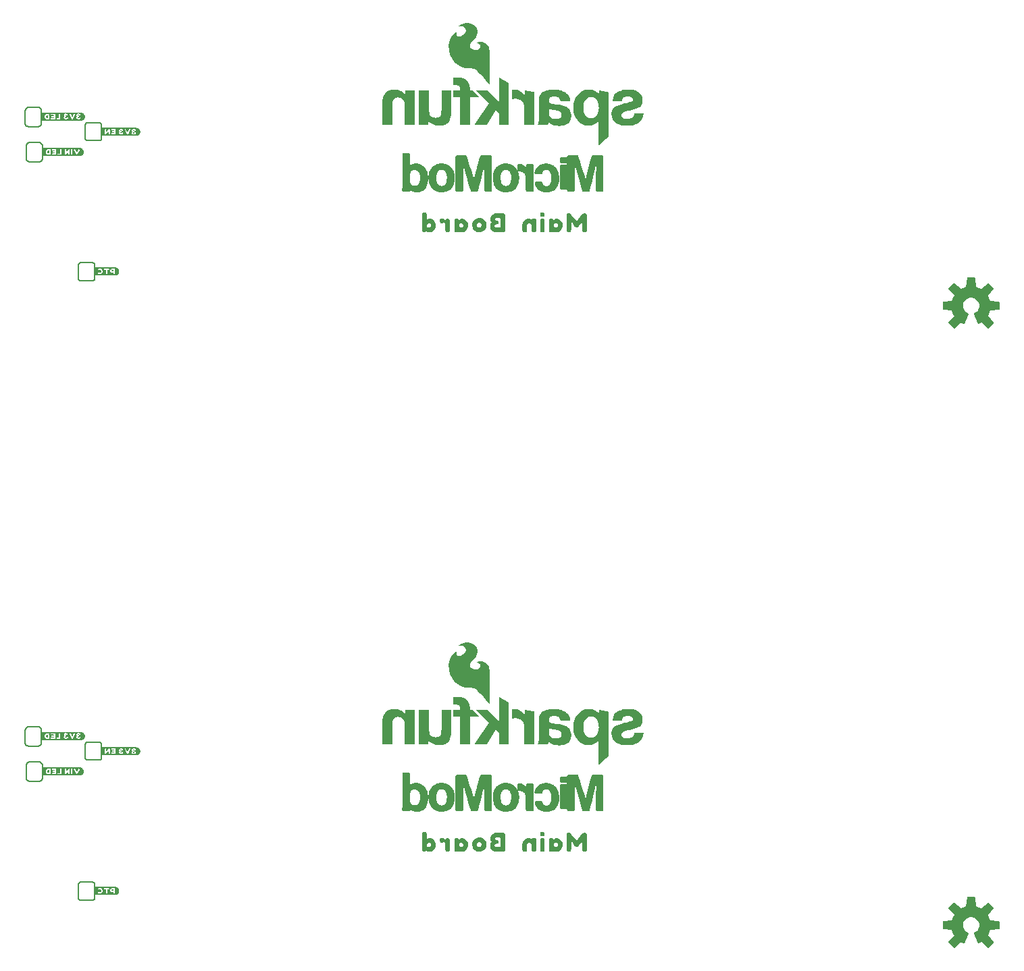
<source format=gbo>
G04 EAGLE Gerber RS-274X export*
G75*
%MOMM*%
%FSLAX34Y34*%
%LPD*%
%INSilkscreen Bottom*%
%IPPOS*%
%AMOC8*
5,1,8,0,0,1.08239X$1,22.5*%
G01*
%ADD10C,0.152400*%
%ADD11C,0.203200*%

G36*
X1217973Y835286D02*
X1217973Y835286D01*
X1218081Y835296D01*
X1218094Y835302D01*
X1218108Y835304D01*
X1218205Y835352D01*
X1218304Y835397D01*
X1218317Y835408D01*
X1218326Y835412D01*
X1218341Y835428D01*
X1218418Y835490D01*
X1224450Y841522D01*
X1224500Y841593D01*
X1224505Y841597D01*
X1224507Y841601D01*
X1224513Y841610D01*
X1224579Y841696D01*
X1224584Y841709D01*
X1224592Y841721D01*
X1224623Y841824D01*
X1224659Y841927D01*
X1224659Y841941D01*
X1224663Y841954D01*
X1224659Y842062D01*
X1224660Y842171D01*
X1224655Y842184D01*
X1224655Y842198D01*
X1224617Y842300D01*
X1224582Y842402D01*
X1224573Y842417D01*
X1224569Y842426D01*
X1224555Y842443D01*
X1224501Y842525D01*
X1217647Y850931D01*
X1218685Y852817D01*
X1218693Y852839D01*
X1218721Y852891D01*
X1219738Y855347D01*
X1219744Y855370D01*
X1219766Y855425D01*
X1220365Y857493D01*
X1231155Y858590D01*
X1231259Y858618D01*
X1231365Y858643D01*
X1231377Y858650D01*
X1231390Y858653D01*
X1231480Y858714D01*
X1231573Y858771D01*
X1231581Y858782D01*
X1231593Y858790D01*
X1231659Y858876D01*
X1231728Y858960D01*
X1231732Y858973D01*
X1231741Y858984D01*
X1231775Y859087D01*
X1231814Y859188D01*
X1231815Y859206D01*
X1231819Y859215D01*
X1231819Y859237D01*
X1231828Y859335D01*
X1231828Y867865D01*
X1231811Y867972D01*
X1231797Y868080D01*
X1231791Y868092D01*
X1231789Y868106D01*
X1231737Y868202D01*
X1231690Y868299D01*
X1231680Y868309D01*
X1231674Y868321D01*
X1231594Y868395D01*
X1231518Y868472D01*
X1231506Y868478D01*
X1231496Y868488D01*
X1231397Y868533D01*
X1231300Y868581D01*
X1231282Y868585D01*
X1231273Y868589D01*
X1231252Y868591D01*
X1231155Y868610D01*
X1220365Y869707D01*
X1219766Y871775D01*
X1219755Y871796D01*
X1219738Y871853D01*
X1218721Y874309D01*
X1218708Y874329D01*
X1218685Y874383D01*
X1217647Y876269D01*
X1224501Y884675D01*
X1224555Y884769D01*
X1224612Y884861D01*
X1224615Y884874D01*
X1224622Y884886D01*
X1224643Y884993D01*
X1224668Y885098D01*
X1224666Y885112D01*
X1224669Y885126D01*
X1224654Y885233D01*
X1224644Y885341D01*
X1224638Y885354D01*
X1224636Y885368D01*
X1224588Y885465D01*
X1224543Y885564D01*
X1224532Y885577D01*
X1224528Y885586D01*
X1224512Y885601D01*
X1224450Y885678D01*
X1218418Y891710D01*
X1218330Y891773D01*
X1218244Y891839D01*
X1218231Y891844D01*
X1218219Y891852D01*
X1218116Y891883D01*
X1218013Y891919D01*
X1217999Y891919D01*
X1217986Y891923D01*
X1217878Y891919D01*
X1217769Y891920D01*
X1217756Y891915D01*
X1217742Y891915D01*
X1217640Y891877D01*
X1217538Y891842D01*
X1217523Y891833D01*
X1217514Y891829D01*
X1217497Y891815D01*
X1217415Y891761D01*
X1209009Y884907D01*
X1207123Y885945D01*
X1207101Y885953D01*
X1207049Y885981D01*
X1204593Y886998D01*
X1204570Y887004D01*
X1204515Y887026D01*
X1202447Y887625D01*
X1201350Y898415D01*
X1201322Y898519D01*
X1201297Y898625D01*
X1201290Y898637D01*
X1201287Y898650D01*
X1201226Y898740D01*
X1201169Y898833D01*
X1201158Y898841D01*
X1201150Y898853D01*
X1201064Y898919D01*
X1200980Y898988D01*
X1200967Y898992D01*
X1200956Y899001D01*
X1200853Y899035D01*
X1200752Y899074D01*
X1200734Y899075D01*
X1200725Y899079D01*
X1200703Y899079D01*
X1200605Y899088D01*
X1192075Y899088D01*
X1191968Y899071D01*
X1191860Y899057D01*
X1191848Y899051D01*
X1191834Y899049D01*
X1191738Y898997D01*
X1191641Y898950D01*
X1191631Y898940D01*
X1191619Y898934D01*
X1191545Y898854D01*
X1191468Y898778D01*
X1191462Y898766D01*
X1191452Y898756D01*
X1191407Y898657D01*
X1191359Y898560D01*
X1191355Y898542D01*
X1191351Y898533D01*
X1191349Y898512D01*
X1191330Y898415D01*
X1190233Y887625D01*
X1188165Y887026D01*
X1188144Y887015D01*
X1188087Y886998D01*
X1185631Y885981D01*
X1185611Y885968D01*
X1185557Y885945D01*
X1183671Y884907D01*
X1175265Y891761D01*
X1175171Y891815D01*
X1175079Y891872D01*
X1175066Y891875D01*
X1175054Y891882D01*
X1174947Y891903D01*
X1174842Y891928D01*
X1174828Y891926D01*
X1174814Y891929D01*
X1174707Y891914D01*
X1174599Y891904D01*
X1174586Y891898D01*
X1174573Y891896D01*
X1174475Y891848D01*
X1174376Y891803D01*
X1174363Y891792D01*
X1174354Y891788D01*
X1174339Y891772D01*
X1174262Y891710D01*
X1168230Y885678D01*
X1168167Y885590D01*
X1168101Y885504D01*
X1168096Y885491D01*
X1168088Y885479D01*
X1168057Y885376D01*
X1168021Y885273D01*
X1168021Y885259D01*
X1168017Y885246D01*
X1168021Y885138D01*
X1168020Y885029D01*
X1168025Y885016D01*
X1168025Y885002D01*
X1168063Y884900D01*
X1168098Y884798D01*
X1168107Y884783D01*
X1168111Y884774D01*
X1168125Y884757D01*
X1168179Y884675D01*
X1175033Y876269D01*
X1173995Y874383D01*
X1173987Y874361D01*
X1173959Y874309D01*
X1172942Y871853D01*
X1172936Y871830D01*
X1172914Y871775D01*
X1172315Y869707D01*
X1161525Y868610D01*
X1161421Y868582D01*
X1161315Y868557D01*
X1161303Y868550D01*
X1161290Y868547D01*
X1161200Y868486D01*
X1161107Y868429D01*
X1161099Y868418D01*
X1161087Y868410D01*
X1161021Y868324D01*
X1160953Y868240D01*
X1160948Y868227D01*
X1160939Y868216D01*
X1160905Y868113D01*
X1160866Y868012D01*
X1160865Y867994D01*
X1160861Y867985D01*
X1160862Y867963D01*
X1160852Y867865D01*
X1160852Y859335D01*
X1160869Y859228D01*
X1160883Y859120D01*
X1160889Y859108D01*
X1160891Y859094D01*
X1160943Y858998D01*
X1160990Y858901D01*
X1161000Y858891D01*
X1161006Y858879D01*
X1161086Y858805D01*
X1161162Y858728D01*
X1161174Y858722D01*
X1161185Y858712D01*
X1161283Y858667D01*
X1161380Y858619D01*
X1161398Y858615D01*
X1161407Y858611D01*
X1161428Y858609D01*
X1161525Y858590D01*
X1172315Y857493D01*
X1172914Y855425D01*
X1172925Y855404D01*
X1172942Y855347D01*
X1173959Y852891D01*
X1173972Y852871D01*
X1173995Y852817D01*
X1175033Y850931D01*
X1168179Y842525D01*
X1168125Y842431D01*
X1168068Y842339D01*
X1168065Y842326D01*
X1168058Y842314D01*
X1168037Y842207D01*
X1168012Y842102D01*
X1168014Y842088D01*
X1168011Y842074D01*
X1168026Y841967D01*
X1168036Y841859D01*
X1168042Y841846D01*
X1168044Y841833D01*
X1168092Y841735D01*
X1168137Y841636D01*
X1168148Y841623D01*
X1168152Y841614D01*
X1168168Y841599D01*
X1168230Y841522D01*
X1174262Y835490D01*
X1174350Y835427D01*
X1174436Y835361D01*
X1174449Y835356D01*
X1174461Y835348D01*
X1174564Y835317D01*
X1174667Y835281D01*
X1174681Y835281D01*
X1174694Y835277D01*
X1174802Y835281D01*
X1174911Y835280D01*
X1174924Y835285D01*
X1174938Y835285D01*
X1175040Y835323D01*
X1175142Y835358D01*
X1175157Y835367D01*
X1175166Y835371D01*
X1175183Y835385D01*
X1175265Y835439D01*
X1183665Y842288D01*
X1184952Y841556D01*
X1184971Y841549D01*
X1185007Y841528D01*
X1186816Y840689D01*
X1186854Y840679D01*
X1186890Y840660D01*
X1186971Y840646D01*
X1187051Y840624D01*
X1187091Y840626D01*
X1187130Y840620D01*
X1187212Y840633D01*
X1187295Y840638D01*
X1187332Y840653D01*
X1187371Y840659D01*
X1187444Y840698D01*
X1187521Y840729D01*
X1187551Y840755D01*
X1187587Y840774D01*
X1187643Y840834D01*
X1187706Y840888D01*
X1187726Y840923D01*
X1187754Y840952D01*
X1187823Y841082D01*
X1192846Y853208D01*
X1192871Y853317D01*
X1192900Y853424D01*
X1192899Y853435D01*
X1192902Y853446D01*
X1192891Y853556D01*
X1192883Y853668D01*
X1192879Y853678D01*
X1192878Y853689D01*
X1192832Y853790D01*
X1192789Y853893D01*
X1192782Y853901D01*
X1192777Y853911D01*
X1192701Y853992D01*
X1192628Y854076D01*
X1192616Y854083D01*
X1192610Y854089D01*
X1192593Y854098D01*
X1192504Y854157D01*
X1190754Y855084D01*
X1189262Y856276D01*
X1188019Y857727D01*
X1187069Y859384D01*
X1186444Y861189D01*
X1186168Y863079D01*
X1186250Y864987D01*
X1186686Y866847D01*
X1187462Y868592D01*
X1188551Y870162D01*
X1189913Y871501D01*
X1191501Y872562D01*
X1193259Y873308D01*
X1195126Y873713D01*
X1197035Y873761D01*
X1198920Y873453D01*
X1200715Y872798D01*
X1202355Y871819D01*
X1203784Y870552D01*
X1204951Y869040D01*
X1205815Y867337D01*
X1206346Y865502D01*
X1206526Y863596D01*
X1206382Y861894D01*
X1205955Y860236D01*
X1205255Y858673D01*
X1204916Y858165D01*
X1204415Y857416D01*
X1204415Y857415D01*
X1204304Y857249D01*
X1203128Y856005D01*
X1201760Y854976D01*
X1200182Y854161D01*
X1200090Y854092D01*
X1199997Y854025D01*
X1199992Y854019D01*
X1199986Y854015D01*
X1199921Y853920D01*
X1199854Y853827D01*
X1199852Y853820D01*
X1199848Y853814D01*
X1199817Y853703D01*
X1199783Y853594D01*
X1199783Y853586D01*
X1199782Y853579D01*
X1199787Y853465D01*
X1199791Y853350D01*
X1199794Y853341D01*
X1199794Y853336D01*
X1199800Y853321D01*
X1199834Y853208D01*
X1204857Y841082D01*
X1204878Y841048D01*
X1204891Y841011D01*
X1204942Y840945D01*
X1204986Y840875D01*
X1205017Y840850D01*
X1205041Y840818D01*
X1205110Y840773D01*
X1205174Y840720D01*
X1205212Y840706D01*
X1205245Y840684D01*
X1205325Y840663D01*
X1205403Y840634D01*
X1205443Y840633D01*
X1205481Y840623D01*
X1205564Y840629D01*
X1205646Y840626D01*
X1205685Y840638D01*
X1205725Y840641D01*
X1205864Y840689D01*
X1207673Y841528D01*
X1207689Y841539D01*
X1207728Y841556D01*
X1209015Y842288D01*
X1217415Y835439D01*
X1217509Y835385D01*
X1217601Y835328D01*
X1217614Y835325D01*
X1217626Y835318D01*
X1217733Y835297D01*
X1217838Y835272D01*
X1217852Y835274D01*
X1217866Y835271D01*
X1217973Y835286D01*
G37*
G36*
X1217973Y58046D02*
X1217973Y58046D01*
X1218081Y58056D01*
X1218094Y58062D01*
X1218108Y58064D01*
X1218205Y58112D01*
X1218304Y58157D01*
X1218317Y58168D01*
X1218326Y58172D01*
X1218341Y58188D01*
X1218418Y58250D01*
X1224450Y64282D01*
X1224500Y64353D01*
X1224505Y64358D01*
X1224507Y64361D01*
X1224513Y64370D01*
X1224579Y64456D01*
X1224584Y64469D01*
X1224592Y64481D01*
X1224623Y64584D01*
X1224659Y64687D01*
X1224659Y64701D01*
X1224663Y64714D01*
X1224659Y64822D01*
X1224660Y64931D01*
X1224655Y64944D01*
X1224655Y64958D01*
X1224617Y65060D01*
X1224582Y65162D01*
X1224573Y65177D01*
X1224569Y65186D01*
X1224555Y65203D01*
X1224501Y65285D01*
X1217647Y73691D01*
X1218685Y75577D01*
X1218693Y75599D01*
X1218721Y75651D01*
X1219738Y78107D01*
X1219744Y78130D01*
X1219766Y78185D01*
X1220365Y80253D01*
X1231155Y81350D01*
X1231259Y81378D01*
X1231365Y81403D01*
X1231377Y81410D01*
X1231390Y81413D01*
X1231480Y81474D01*
X1231573Y81531D01*
X1231581Y81542D01*
X1231593Y81550D01*
X1231659Y81636D01*
X1231728Y81720D01*
X1231732Y81733D01*
X1231741Y81744D01*
X1231775Y81847D01*
X1231814Y81948D01*
X1231815Y81966D01*
X1231819Y81975D01*
X1231819Y81997D01*
X1231828Y82095D01*
X1231828Y90625D01*
X1231811Y90732D01*
X1231797Y90840D01*
X1231791Y90852D01*
X1231789Y90866D01*
X1231737Y90962D01*
X1231690Y91059D01*
X1231680Y91069D01*
X1231674Y91081D01*
X1231594Y91155D01*
X1231518Y91232D01*
X1231506Y91238D01*
X1231496Y91248D01*
X1231397Y91293D01*
X1231300Y91341D01*
X1231282Y91345D01*
X1231273Y91349D01*
X1231252Y91351D01*
X1231155Y91370D01*
X1220365Y92467D01*
X1219766Y94535D01*
X1219755Y94556D01*
X1219738Y94613D01*
X1218721Y97069D01*
X1218708Y97089D01*
X1218685Y97143D01*
X1217647Y99029D01*
X1224501Y107435D01*
X1224555Y107529D01*
X1224612Y107621D01*
X1224615Y107634D01*
X1224622Y107646D01*
X1224643Y107753D01*
X1224668Y107858D01*
X1224666Y107872D01*
X1224669Y107886D01*
X1224654Y107993D01*
X1224644Y108101D01*
X1224638Y108114D01*
X1224636Y108128D01*
X1224588Y108225D01*
X1224543Y108324D01*
X1224532Y108337D01*
X1224528Y108346D01*
X1224512Y108361D01*
X1224450Y108438D01*
X1218418Y114470D01*
X1218330Y114533D01*
X1218244Y114599D01*
X1218231Y114604D01*
X1218219Y114612D01*
X1218116Y114643D01*
X1218013Y114679D01*
X1217999Y114679D01*
X1217986Y114683D01*
X1217878Y114679D01*
X1217769Y114680D01*
X1217756Y114675D01*
X1217742Y114675D01*
X1217640Y114637D01*
X1217538Y114602D01*
X1217523Y114593D01*
X1217514Y114589D01*
X1217497Y114575D01*
X1217415Y114521D01*
X1209009Y107667D01*
X1207123Y108705D01*
X1207101Y108713D01*
X1207049Y108741D01*
X1204593Y109758D01*
X1204570Y109764D01*
X1204515Y109786D01*
X1202447Y110385D01*
X1201350Y121175D01*
X1201322Y121279D01*
X1201297Y121385D01*
X1201290Y121397D01*
X1201287Y121410D01*
X1201226Y121500D01*
X1201169Y121593D01*
X1201158Y121601D01*
X1201150Y121613D01*
X1201064Y121679D01*
X1200980Y121748D01*
X1200967Y121752D01*
X1200956Y121761D01*
X1200853Y121795D01*
X1200752Y121834D01*
X1200734Y121835D01*
X1200725Y121839D01*
X1200703Y121839D01*
X1200605Y121848D01*
X1192075Y121848D01*
X1191968Y121831D01*
X1191860Y121817D01*
X1191848Y121811D01*
X1191834Y121809D01*
X1191738Y121757D01*
X1191641Y121710D01*
X1191631Y121700D01*
X1191619Y121694D01*
X1191545Y121614D01*
X1191468Y121538D01*
X1191462Y121526D01*
X1191452Y121516D01*
X1191407Y121417D01*
X1191359Y121320D01*
X1191355Y121302D01*
X1191351Y121293D01*
X1191349Y121272D01*
X1191330Y121175D01*
X1190233Y110385D01*
X1188165Y109786D01*
X1188144Y109775D01*
X1188087Y109758D01*
X1185631Y108741D01*
X1185611Y108728D01*
X1185557Y108705D01*
X1183671Y107667D01*
X1175265Y114521D01*
X1175171Y114575D01*
X1175079Y114632D01*
X1175066Y114635D01*
X1175054Y114642D01*
X1174947Y114663D01*
X1174842Y114688D01*
X1174828Y114686D01*
X1174814Y114689D01*
X1174707Y114674D01*
X1174599Y114664D01*
X1174586Y114658D01*
X1174573Y114656D01*
X1174475Y114608D01*
X1174376Y114563D01*
X1174363Y114552D01*
X1174354Y114548D01*
X1174339Y114532D01*
X1174262Y114470D01*
X1168230Y108438D01*
X1168167Y108350D01*
X1168101Y108264D01*
X1168096Y108251D01*
X1168088Y108239D01*
X1168057Y108136D01*
X1168021Y108033D01*
X1168021Y108019D01*
X1168017Y108006D01*
X1168021Y107898D01*
X1168020Y107789D01*
X1168025Y107776D01*
X1168025Y107762D01*
X1168063Y107660D01*
X1168098Y107558D01*
X1168107Y107543D01*
X1168111Y107534D01*
X1168125Y107517D01*
X1168179Y107435D01*
X1175033Y99029D01*
X1173995Y97143D01*
X1173987Y97121D01*
X1173959Y97069D01*
X1172942Y94613D01*
X1172936Y94590D01*
X1172914Y94535D01*
X1172315Y92467D01*
X1161525Y91370D01*
X1161421Y91342D01*
X1161315Y91317D01*
X1161303Y91310D01*
X1161290Y91307D01*
X1161200Y91246D01*
X1161107Y91189D01*
X1161099Y91178D01*
X1161087Y91170D01*
X1161021Y91084D01*
X1160953Y91000D01*
X1160948Y90987D01*
X1160939Y90976D01*
X1160905Y90873D01*
X1160866Y90772D01*
X1160865Y90754D01*
X1160861Y90745D01*
X1160862Y90723D01*
X1160852Y90625D01*
X1160852Y82095D01*
X1160869Y81988D01*
X1160883Y81880D01*
X1160889Y81868D01*
X1160891Y81854D01*
X1160943Y81758D01*
X1160990Y81661D01*
X1161000Y81651D01*
X1161006Y81639D01*
X1161086Y81565D01*
X1161162Y81488D01*
X1161174Y81482D01*
X1161185Y81472D01*
X1161283Y81427D01*
X1161380Y81379D01*
X1161398Y81375D01*
X1161407Y81371D01*
X1161428Y81369D01*
X1161525Y81350D01*
X1172315Y80253D01*
X1172914Y78185D01*
X1172925Y78164D01*
X1172942Y78107D01*
X1173959Y75651D01*
X1173972Y75631D01*
X1173995Y75577D01*
X1175033Y73691D01*
X1168179Y65285D01*
X1168125Y65191D01*
X1168068Y65099D01*
X1168065Y65086D01*
X1168058Y65074D01*
X1168037Y64967D01*
X1168012Y64862D01*
X1168014Y64848D01*
X1168011Y64834D01*
X1168026Y64727D01*
X1168036Y64619D01*
X1168042Y64606D01*
X1168044Y64593D01*
X1168092Y64495D01*
X1168137Y64396D01*
X1168148Y64383D01*
X1168152Y64374D01*
X1168168Y64359D01*
X1168230Y64282D01*
X1174262Y58250D01*
X1174350Y58187D01*
X1174436Y58121D01*
X1174449Y58116D01*
X1174461Y58108D01*
X1174564Y58077D01*
X1174667Y58041D01*
X1174681Y58041D01*
X1174694Y58037D01*
X1174802Y58041D01*
X1174911Y58040D01*
X1174924Y58045D01*
X1174938Y58045D01*
X1175040Y58083D01*
X1175142Y58118D01*
X1175157Y58127D01*
X1175166Y58131D01*
X1175183Y58145D01*
X1175265Y58199D01*
X1183665Y65048D01*
X1184952Y64316D01*
X1184971Y64309D01*
X1185007Y64288D01*
X1186816Y63449D01*
X1186854Y63439D01*
X1186890Y63420D01*
X1186971Y63406D01*
X1187051Y63384D01*
X1187091Y63386D01*
X1187130Y63380D01*
X1187212Y63393D01*
X1187295Y63398D01*
X1187332Y63413D01*
X1187371Y63419D01*
X1187444Y63458D01*
X1187521Y63489D01*
X1187551Y63515D01*
X1187587Y63534D01*
X1187643Y63594D01*
X1187706Y63648D01*
X1187726Y63683D01*
X1187754Y63712D01*
X1187823Y63842D01*
X1192846Y75968D01*
X1192871Y76077D01*
X1192900Y76184D01*
X1192899Y76195D01*
X1192902Y76206D01*
X1192891Y76316D01*
X1192883Y76428D01*
X1192879Y76438D01*
X1192878Y76449D01*
X1192832Y76550D01*
X1192789Y76653D01*
X1192782Y76661D01*
X1192777Y76671D01*
X1192701Y76752D01*
X1192628Y76836D01*
X1192616Y76843D01*
X1192610Y76849D01*
X1192593Y76858D01*
X1192504Y76917D01*
X1190754Y77844D01*
X1189262Y79036D01*
X1188019Y80487D01*
X1187069Y82144D01*
X1186444Y83949D01*
X1186168Y85839D01*
X1186250Y87747D01*
X1186686Y89607D01*
X1187462Y91352D01*
X1188551Y92922D01*
X1189913Y94261D01*
X1191501Y95322D01*
X1193259Y96068D01*
X1195126Y96473D01*
X1197035Y96521D01*
X1198920Y96213D01*
X1200715Y95558D01*
X1202355Y94579D01*
X1203784Y93312D01*
X1204951Y91800D01*
X1205815Y90097D01*
X1206346Y88262D01*
X1206526Y86356D01*
X1206382Y84654D01*
X1205955Y82996D01*
X1205255Y81433D01*
X1204916Y80925D01*
X1204415Y80176D01*
X1204415Y80175D01*
X1204304Y80009D01*
X1203128Y78765D01*
X1201760Y77736D01*
X1200182Y76921D01*
X1200090Y76852D01*
X1199997Y76785D01*
X1199992Y76779D01*
X1199986Y76775D01*
X1199921Y76680D01*
X1199854Y76587D01*
X1199852Y76580D01*
X1199848Y76574D01*
X1199817Y76463D01*
X1199783Y76354D01*
X1199783Y76346D01*
X1199782Y76339D01*
X1199787Y76225D01*
X1199791Y76110D01*
X1199794Y76101D01*
X1199794Y76096D01*
X1199800Y76081D01*
X1199834Y75968D01*
X1204857Y63842D01*
X1204878Y63808D01*
X1204891Y63771D01*
X1204942Y63705D01*
X1204986Y63635D01*
X1205017Y63610D01*
X1205041Y63578D01*
X1205110Y63533D01*
X1205174Y63480D01*
X1205212Y63466D01*
X1205245Y63444D01*
X1205325Y63423D01*
X1205403Y63394D01*
X1205443Y63393D01*
X1205481Y63383D01*
X1205564Y63389D01*
X1205646Y63386D01*
X1205685Y63398D01*
X1205725Y63401D01*
X1205864Y63449D01*
X1207673Y64288D01*
X1207689Y64299D01*
X1207728Y64316D01*
X1209015Y65048D01*
X1217415Y58199D01*
X1217509Y58145D01*
X1217601Y58088D01*
X1217614Y58085D01*
X1217626Y58078D01*
X1217733Y58057D01*
X1217838Y58032D01*
X1217852Y58034D01*
X1217866Y58031D01*
X1217973Y58046D01*
G37*
G36*
X592585Y1141792D02*
X592585Y1141792D01*
X592611Y1141793D01*
X592665Y1141823D01*
X592723Y1141845D01*
X592740Y1141864D01*
X592763Y1141876D01*
X592798Y1141927D01*
X592840Y1141972D01*
X592848Y1141997D01*
X592863Y1142018D01*
X592879Y1142102D01*
X592890Y1142138D01*
X592888Y1142148D01*
X592890Y1142160D01*
X592890Y1183460D01*
X592884Y1183485D01*
X592885Y1183520D01*
X592485Y1186020D01*
X592478Y1186039D01*
X592476Y1186064D01*
X591876Y1188164D01*
X591860Y1188193D01*
X591846Y1188238D01*
X590946Y1189938D01*
X590924Y1189963D01*
X590900Y1190006D01*
X589800Y1191306D01*
X589783Y1191318D01*
X589767Y1191340D01*
X588567Y1192440D01*
X588543Y1192454D01*
X588516Y1192480D01*
X587116Y1193380D01*
X587098Y1193386D01*
X587080Y1193400D01*
X585680Y1194100D01*
X585654Y1194106D01*
X585623Y1194123D01*
X584023Y1194623D01*
X583995Y1194625D01*
X583957Y1194637D01*
X582357Y1194837D01*
X582348Y1194836D01*
X582337Y1194839D01*
X580937Y1194939D01*
X580912Y1194935D01*
X580878Y1194939D01*
X579678Y1194839D01*
X579660Y1194833D01*
X579635Y1194833D01*
X578635Y1194633D01*
X578628Y1194629D01*
X578618Y1194629D01*
X577827Y1194431D01*
X577335Y1194333D01*
X577301Y1194317D01*
X577240Y1194300D01*
X577069Y1194215D01*
X577040Y1194200D01*
X576975Y1194146D01*
X576909Y1194092D01*
X576908Y1194090D01*
X576907Y1194089D01*
X576873Y1194013D01*
X576837Y1193934D01*
X576837Y1193932D01*
X576836Y1193931D01*
X576840Y1193846D01*
X576843Y1193761D01*
X576844Y1193759D01*
X576844Y1193758D01*
X576885Y1193682D01*
X576925Y1193608D01*
X576926Y1193607D01*
X576927Y1193606D01*
X576937Y1193599D01*
X577040Y1193520D01*
X577240Y1193420D01*
X577273Y1193412D01*
X577318Y1193391D01*
X577663Y1193305D01*
X578114Y1193034D01*
X578136Y1193027D01*
X578160Y1193011D01*
X578822Y1192727D01*
X580164Y1191769D01*
X580719Y1191214D01*
X581167Y1190585D01*
X581430Y1189798D01*
X581430Y1188916D01*
X581159Y1188015D01*
X580602Y1187086D01*
X579853Y1186243D01*
X578817Y1185490D01*
X577583Y1184920D01*
X576063Y1184540D01*
X573769Y1184540D01*
X571669Y1185208D01*
X569959Y1186254D01*
X568749Y1187650D01*
X568193Y1189410D01*
X568287Y1191380D01*
X569140Y1193560D01*
X571088Y1195800D01*
X573579Y1198291D01*
X573590Y1198310D01*
X573611Y1198328D01*
X575611Y1200928D01*
X575622Y1200952D01*
X575645Y1200980D01*
X577045Y1203580D01*
X577054Y1203615D01*
X577078Y1203665D01*
X577778Y1206365D01*
X577779Y1206402D01*
X577790Y1206460D01*
X577790Y1208960D01*
X577781Y1208998D01*
X577772Y1209076D01*
X576972Y1211576D01*
X576952Y1211609D01*
X576920Y1211680D01*
X575220Y1214080D01*
X575193Y1214104D01*
X575156Y1214150D01*
X572556Y1216350D01*
X572524Y1216367D01*
X572480Y1216400D01*
X569080Y1218100D01*
X569044Y1218109D01*
X568989Y1218132D01*
X565689Y1218832D01*
X565653Y1218831D01*
X565597Y1218840D01*
X562597Y1218740D01*
X562565Y1218731D01*
X562515Y1218728D01*
X559815Y1218028D01*
X559797Y1218019D01*
X559771Y1218014D01*
X557471Y1217114D01*
X557453Y1217101D01*
X557425Y1217092D01*
X555625Y1216092D01*
X555610Y1216079D01*
X555586Y1216068D01*
X554486Y1215268D01*
X554485Y1215266D01*
X554482Y1215264D01*
X554082Y1214964D01*
X554048Y1214924D01*
X554008Y1214891D01*
X553993Y1214858D01*
X553971Y1214831D01*
X553958Y1214780D01*
X553937Y1214732D01*
X553938Y1214697D01*
X553930Y1214663D01*
X553941Y1214612D01*
X553943Y1214559D01*
X553960Y1214528D01*
X553968Y1214494D01*
X554001Y1214453D01*
X554026Y1214407D01*
X554055Y1214387D01*
X554077Y1214359D01*
X554125Y1214338D01*
X554168Y1214307D01*
X554208Y1214300D01*
X554235Y1214287D01*
X554266Y1214288D01*
X554310Y1214280D01*
X554510Y1214280D01*
X554536Y1214286D01*
X554573Y1214285D01*
X555162Y1214383D01*
X556031Y1214480D01*
X557079Y1214480D01*
X558236Y1214287D01*
X559468Y1214002D01*
X560584Y1213352D01*
X561648Y1212385D01*
X562298Y1211735D01*
X562658Y1211014D01*
X562937Y1210178D01*
X563027Y1209360D01*
X562936Y1208536D01*
X562655Y1207601D01*
X562188Y1206666D01*
X561419Y1205705D01*
X560640Y1204828D01*
X559664Y1203950D01*
X558694Y1203174D01*
X557535Y1202498D01*
X556466Y1202012D01*
X555410Y1201628D01*
X554376Y1201440D01*
X553577Y1201440D01*
X552607Y1201793D01*
X551917Y1202397D01*
X551571Y1203088D01*
X551386Y1203922D01*
X551290Y1204781D01*
X551290Y1205522D01*
X551373Y1205936D01*
X551450Y1206090D01*
X551454Y1206105D01*
X551463Y1206118D01*
X551489Y1206252D01*
X551490Y1206259D01*
X551490Y1206260D01*
X551490Y1206360D01*
X551476Y1206421D01*
X551470Y1206484D01*
X551456Y1206505D01*
X551451Y1206529D01*
X551411Y1206577D01*
X551377Y1206630D01*
X551356Y1206643D01*
X551341Y1206662D01*
X551283Y1206688D01*
X551230Y1206721D01*
X551205Y1206723D01*
X551182Y1206733D01*
X551120Y1206731D01*
X551057Y1206737D01*
X551031Y1206728D01*
X551009Y1206727D01*
X550976Y1206709D01*
X550920Y1206689D01*
X548320Y1205189D01*
X548291Y1205163D01*
X548231Y1205118D01*
X545831Y1202518D01*
X545813Y1202488D01*
X545804Y1202477D01*
X545796Y1202470D01*
X545793Y1202464D01*
X545780Y1202449D01*
X543780Y1198949D01*
X543772Y1198923D01*
X543754Y1198893D01*
X542154Y1194593D01*
X542149Y1194560D01*
X542134Y1194515D01*
X541434Y1189715D01*
X541436Y1189683D01*
X541430Y1189639D01*
X541730Y1184339D01*
X541740Y1184307D01*
X541743Y1184260D01*
X543243Y1178760D01*
X543259Y1178730D01*
X543274Y1178683D01*
X546174Y1173183D01*
X546194Y1173159D01*
X546214Y1173121D01*
X548314Y1170521D01*
X548326Y1170512D01*
X548335Y1170497D01*
X550635Y1168097D01*
X550651Y1168087D01*
X550665Y1168069D01*
X553165Y1165969D01*
X553188Y1165958D01*
X553213Y1165935D01*
X556013Y1164235D01*
X556032Y1164229D01*
X556054Y1164213D01*
X559154Y1162813D01*
X559179Y1162808D01*
X559210Y1162793D01*
X562510Y1161893D01*
X562535Y1161892D01*
X562567Y1161882D01*
X566067Y1161482D01*
X566086Y1161484D01*
X566110Y1161480D01*
X570000Y1161480D01*
X571858Y1161382D01*
X573591Y1160997D01*
X575119Y1160328D01*
X576567Y1159267D01*
X578041Y1157891D01*
X579630Y1156203D01*
X581327Y1154306D01*
X581328Y1154305D01*
X583228Y1152205D01*
X583231Y1152203D01*
X583234Y1152199D01*
X585030Y1150303D01*
X586727Y1148406D01*
X588220Y1146714D01*
X589515Y1145120D01*
X589524Y1145114D01*
X589531Y1145102D01*
X590721Y1143812D01*
X591506Y1142831D01*
X592001Y1142139D01*
X592021Y1142121D01*
X592041Y1142091D01*
X592241Y1141891D01*
X592263Y1141878D01*
X592279Y1141858D01*
X592336Y1141832D01*
X592388Y1141800D01*
X592414Y1141797D01*
X592438Y1141787D01*
X592499Y1141789D01*
X592561Y1141783D01*
X592585Y1141792D01*
G37*
G36*
X592585Y364552D02*
X592585Y364552D01*
X592611Y364553D01*
X592665Y364583D01*
X592723Y364605D01*
X592740Y364624D01*
X592763Y364636D01*
X592798Y364687D01*
X592840Y364732D01*
X592848Y364757D01*
X592863Y364778D01*
X592879Y364862D01*
X592890Y364898D01*
X592888Y364908D01*
X592890Y364920D01*
X592890Y406220D01*
X592884Y406245D01*
X592885Y406280D01*
X592485Y408780D01*
X592478Y408799D01*
X592476Y408824D01*
X591876Y410924D01*
X591860Y410953D01*
X591846Y410998D01*
X590946Y412698D01*
X590924Y412723D01*
X590900Y412766D01*
X589800Y414066D01*
X589783Y414078D01*
X589767Y414100D01*
X588567Y415200D01*
X588543Y415214D01*
X588516Y415240D01*
X587116Y416140D01*
X587098Y416146D01*
X587080Y416160D01*
X585680Y416860D01*
X585654Y416866D01*
X585623Y416883D01*
X584023Y417383D01*
X583995Y417385D01*
X583957Y417397D01*
X582357Y417597D01*
X582348Y417596D01*
X582337Y417599D01*
X580937Y417699D01*
X580912Y417695D01*
X580878Y417699D01*
X579678Y417599D01*
X579660Y417593D01*
X579635Y417593D01*
X578635Y417393D01*
X578628Y417389D01*
X578618Y417389D01*
X577827Y417191D01*
X577335Y417093D01*
X577301Y417077D01*
X577240Y417060D01*
X577069Y416975D01*
X577040Y416960D01*
X576975Y416906D01*
X576909Y416852D01*
X576908Y416850D01*
X576907Y416849D01*
X576873Y416773D01*
X576837Y416694D01*
X576837Y416692D01*
X576836Y416691D01*
X576840Y416606D01*
X576843Y416521D01*
X576844Y416519D01*
X576844Y416518D01*
X576885Y416442D01*
X576925Y416368D01*
X576926Y416367D01*
X576927Y416366D01*
X576937Y416359D01*
X577040Y416280D01*
X577240Y416180D01*
X577273Y416172D01*
X577318Y416151D01*
X577663Y416065D01*
X578114Y415794D01*
X578136Y415787D01*
X578160Y415771D01*
X578822Y415487D01*
X580163Y414529D01*
X580719Y413974D01*
X581167Y413345D01*
X581430Y412558D01*
X581430Y411676D01*
X581159Y410775D01*
X580602Y409846D01*
X579853Y409003D01*
X578817Y408250D01*
X577583Y407680D01*
X576063Y407300D01*
X573769Y407300D01*
X571669Y407968D01*
X569959Y409014D01*
X568749Y410410D01*
X568193Y412170D01*
X568287Y414140D01*
X569140Y416320D01*
X571088Y418560D01*
X573579Y421051D01*
X573590Y421070D01*
X573611Y421088D01*
X575611Y423688D01*
X575622Y423712D01*
X575645Y423740D01*
X577045Y426340D01*
X577054Y426375D01*
X577078Y426425D01*
X577778Y429125D01*
X577779Y429162D01*
X577790Y429220D01*
X577790Y431720D01*
X577781Y431758D01*
X577772Y431836D01*
X576972Y434336D01*
X576952Y434369D01*
X576920Y434440D01*
X575220Y436840D01*
X575193Y436864D01*
X575156Y436910D01*
X572556Y439110D01*
X572524Y439127D01*
X572480Y439160D01*
X569080Y440860D01*
X569044Y440869D01*
X568989Y440892D01*
X565689Y441592D01*
X565653Y441591D01*
X565597Y441600D01*
X562597Y441500D01*
X562565Y441491D01*
X562515Y441488D01*
X559815Y440788D01*
X559797Y440779D01*
X559771Y440774D01*
X557471Y439874D01*
X557453Y439861D01*
X557425Y439852D01*
X555625Y438852D01*
X555610Y438839D01*
X555586Y438828D01*
X554486Y438028D01*
X554485Y438026D01*
X554482Y438024D01*
X554082Y437724D01*
X554048Y437684D01*
X554008Y437651D01*
X553993Y437618D01*
X553971Y437591D01*
X553958Y437540D01*
X553937Y437492D01*
X553938Y437457D01*
X553930Y437423D01*
X553941Y437372D01*
X553943Y437319D01*
X553960Y437288D01*
X553968Y437254D01*
X554001Y437213D01*
X554026Y437167D01*
X554055Y437147D01*
X554077Y437119D01*
X554125Y437098D01*
X554168Y437067D01*
X554208Y437060D01*
X554235Y437047D01*
X554266Y437048D01*
X554310Y437040D01*
X554510Y437040D01*
X554536Y437046D01*
X554573Y437045D01*
X555162Y437143D01*
X556031Y437240D01*
X557079Y437240D01*
X558236Y437047D01*
X559468Y436762D01*
X560584Y436112D01*
X561648Y435145D01*
X562298Y434495D01*
X562658Y433774D01*
X562937Y432938D01*
X563027Y432120D01*
X562936Y431296D01*
X562655Y430361D01*
X562188Y429426D01*
X561419Y428465D01*
X560640Y427588D01*
X559664Y426710D01*
X558694Y425934D01*
X557535Y425258D01*
X556466Y424772D01*
X555410Y424388D01*
X554376Y424200D01*
X553577Y424200D01*
X552607Y424553D01*
X551917Y425157D01*
X551571Y425848D01*
X551386Y426682D01*
X551290Y427541D01*
X551290Y428282D01*
X551373Y428696D01*
X551450Y428850D01*
X551454Y428865D01*
X551463Y428878D01*
X551489Y429012D01*
X551490Y429019D01*
X551490Y429020D01*
X551490Y429120D01*
X551476Y429181D01*
X551470Y429244D01*
X551456Y429265D01*
X551451Y429289D01*
X551411Y429337D01*
X551377Y429390D01*
X551356Y429403D01*
X551341Y429422D01*
X551283Y429448D01*
X551230Y429481D01*
X551205Y429483D01*
X551182Y429493D01*
X551120Y429491D01*
X551057Y429497D01*
X551031Y429488D01*
X551009Y429487D01*
X550976Y429469D01*
X550920Y429449D01*
X548320Y427949D01*
X548291Y427923D01*
X548231Y427878D01*
X545831Y425278D01*
X545813Y425248D01*
X545804Y425237D01*
X545796Y425230D01*
X545793Y425224D01*
X545780Y425209D01*
X543780Y421709D01*
X543772Y421683D01*
X543754Y421653D01*
X542154Y417353D01*
X542149Y417320D01*
X542134Y417275D01*
X541434Y412475D01*
X541436Y412443D01*
X541430Y412399D01*
X541730Y407099D01*
X541740Y407067D01*
X541743Y407020D01*
X543243Y401520D01*
X543259Y401490D01*
X543274Y401443D01*
X546174Y395943D01*
X546194Y395919D01*
X546214Y395881D01*
X548314Y393281D01*
X548326Y393272D01*
X548335Y393257D01*
X550635Y390857D01*
X550651Y390847D01*
X550665Y390829D01*
X553165Y388729D01*
X553188Y388718D01*
X553213Y388695D01*
X556013Y386995D01*
X556032Y386989D01*
X556054Y386973D01*
X559154Y385573D01*
X559179Y385568D01*
X559210Y385553D01*
X562510Y384653D01*
X562535Y384652D01*
X562567Y384642D01*
X566067Y384242D01*
X566086Y384244D01*
X566110Y384240D01*
X570000Y384240D01*
X571858Y384142D01*
X573591Y383757D01*
X575119Y383088D01*
X576567Y382027D01*
X578041Y380651D01*
X579630Y378963D01*
X581327Y377066D01*
X581328Y377065D01*
X583228Y374965D01*
X583231Y374963D01*
X583234Y374959D01*
X585030Y373063D01*
X586727Y371166D01*
X588220Y369474D01*
X589515Y367880D01*
X589524Y367874D01*
X589531Y367862D01*
X590721Y366572D01*
X591506Y365591D01*
X592001Y364899D01*
X592021Y364881D01*
X592041Y364851D01*
X592241Y364651D01*
X592263Y364638D01*
X592279Y364618D01*
X592336Y364592D01*
X592388Y364560D01*
X592414Y364557D01*
X592438Y364547D01*
X592499Y364549D01*
X592561Y364543D01*
X592585Y364552D01*
G37*
G36*
X729636Y1065390D02*
X729636Y1065390D01*
X729711Y1065393D01*
X729721Y1065399D01*
X729733Y1065400D01*
X729859Y1065473D01*
X731359Y1066773D01*
X731363Y1066777D01*
X731369Y1066781D01*
X732764Y1068077D01*
X735759Y1070673D01*
X735763Y1070677D01*
X735769Y1070681D01*
X737164Y1071977D01*
X738659Y1073273D01*
X738663Y1073277D01*
X738669Y1073281D01*
X740064Y1074577D01*
X741559Y1075873D01*
X741561Y1075875D01*
X741563Y1075876D01*
X741611Y1075944D01*
X741661Y1076013D01*
X741661Y1076016D01*
X741663Y1076018D01*
X741690Y1076160D01*
X741690Y1131460D01*
X741688Y1131471D01*
X741690Y1131482D01*
X741668Y1131554D01*
X741651Y1131629D01*
X741644Y1131637D01*
X741641Y1131648D01*
X741589Y1131704D01*
X741541Y1131762D01*
X741531Y1131767D01*
X741523Y1131775D01*
X741390Y1131832D01*
X739990Y1132132D01*
X739978Y1132132D01*
X739964Y1132136D01*
X738577Y1132335D01*
X737190Y1132632D01*
X737178Y1132632D01*
X737164Y1132636D01*
X735780Y1132834D01*
X734496Y1133131D01*
X734481Y1133130D01*
X734464Y1133136D01*
X733077Y1133335D01*
X731690Y1133632D01*
X731678Y1133632D01*
X731664Y1133636D01*
X730264Y1133836D01*
X730187Y1133830D01*
X730109Y1133827D01*
X730101Y1133822D01*
X730091Y1133821D01*
X730025Y1133781D01*
X729957Y1133744D01*
X729952Y1133736D01*
X729943Y1133731D01*
X729908Y1133676D01*
X729908Y1133675D01*
X729907Y1133674D01*
X729902Y1133665D01*
X729857Y1133602D01*
X729855Y1133592D01*
X729851Y1133585D01*
X729847Y1133549D01*
X729844Y1133533D01*
X729837Y1133517D01*
X729837Y1133499D01*
X729830Y1133460D01*
X729830Y1129139D01*
X729323Y1129875D01*
X729311Y1129887D01*
X729306Y1129895D01*
X729301Y1129898D01*
X729289Y1129919D01*
X727989Y1131319D01*
X727967Y1131333D01*
X727945Y1131359D01*
X726545Y1132459D01*
X726522Y1132470D01*
X726496Y1132491D01*
X724896Y1133391D01*
X724877Y1133397D01*
X724855Y1133412D01*
X723155Y1134112D01*
X723137Y1134114D01*
X723117Y1134125D01*
X721417Y1134625D01*
X721396Y1134626D01*
X721369Y1134636D01*
X719469Y1134936D01*
X719452Y1134934D01*
X719430Y1134940D01*
X717530Y1135040D01*
X717504Y1135035D01*
X717470Y1135038D01*
X712770Y1134538D01*
X712736Y1134526D01*
X712682Y1134518D01*
X708782Y1133118D01*
X708751Y1133098D01*
X708699Y1133076D01*
X705399Y1130876D01*
X705376Y1130852D01*
X705336Y1130824D01*
X702636Y1128024D01*
X702619Y1127995D01*
X702601Y1127976D01*
X702596Y1127971D01*
X702595Y1127969D01*
X702586Y1127960D01*
X700486Y1124560D01*
X700476Y1124529D01*
X700452Y1124488D01*
X699052Y1120588D01*
X699050Y1120566D01*
X699038Y1120540D01*
X698138Y1116340D01*
X698139Y1116316D01*
X698131Y1116286D01*
X697831Y1111886D01*
X697834Y1111863D01*
X697831Y1111833D01*
X698131Y1107633D01*
X698138Y1107609D01*
X698139Y1107577D01*
X699039Y1103577D01*
X699042Y1103569D01*
X699043Y1103562D01*
X699050Y1103549D01*
X699053Y1103529D01*
X700453Y1099729D01*
X700472Y1099699D01*
X700492Y1099651D01*
X702592Y1096451D01*
X702612Y1096433D01*
X702631Y1096401D01*
X705231Y1093601D01*
X705262Y1093581D01*
X705301Y1093542D01*
X708501Y1091442D01*
X708534Y1091430D01*
X708579Y1091403D01*
X712379Y1090003D01*
X712414Y1089999D01*
X712466Y1089982D01*
X716766Y1089482D01*
X716799Y1089486D01*
X716848Y1089482D01*
X718848Y1089682D01*
X718859Y1089685D01*
X718873Y1089685D01*
X720673Y1089985D01*
X720689Y1089992D01*
X720712Y1089994D01*
X722512Y1090494D01*
X722529Y1090503D01*
X722555Y1090508D01*
X724255Y1091208D01*
X724275Y1091223D01*
X724306Y1091234D01*
X725806Y1092134D01*
X725817Y1092145D01*
X725835Y1092153D01*
X727335Y1093253D01*
X727351Y1093272D01*
X727379Y1093291D01*
X728679Y1094591D01*
X728686Y1094602D01*
X728699Y1094613D01*
X729230Y1095232D01*
X729230Y1065760D01*
X729233Y1065748D01*
X729231Y1065736D01*
X729252Y1065665D01*
X729269Y1065591D01*
X729277Y1065582D01*
X729280Y1065570D01*
X729332Y1065516D01*
X729379Y1065458D01*
X729391Y1065453D01*
X729399Y1065444D01*
X729469Y1065417D01*
X729538Y1065387D01*
X729550Y1065387D01*
X729561Y1065383D01*
X729636Y1065390D01*
G37*
G36*
X729636Y288150D02*
X729636Y288150D01*
X729711Y288153D01*
X729721Y288159D01*
X729733Y288160D01*
X729859Y288233D01*
X731359Y289533D01*
X731363Y289537D01*
X731369Y289541D01*
X732764Y290837D01*
X735759Y293433D01*
X735763Y293437D01*
X735769Y293441D01*
X737164Y294737D01*
X738659Y296033D01*
X738663Y296037D01*
X738669Y296041D01*
X740064Y297337D01*
X741559Y298633D01*
X741561Y298635D01*
X741563Y298636D01*
X741611Y298704D01*
X741661Y298773D01*
X741661Y298776D01*
X741663Y298778D01*
X741690Y298920D01*
X741690Y354220D01*
X741688Y354231D01*
X741690Y354242D01*
X741668Y354314D01*
X741651Y354389D01*
X741644Y354397D01*
X741641Y354408D01*
X741589Y354464D01*
X741541Y354522D01*
X741531Y354527D01*
X741523Y354535D01*
X741390Y354592D01*
X739990Y354892D01*
X739978Y354892D01*
X739964Y354896D01*
X738577Y355095D01*
X737190Y355392D01*
X737178Y355392D01*
X737164Y355396D01*
X735780Y355594D01*
X734496Y355891D01*
X734481Y355890D01*
X734464Y355896D01*
X733077Y356095D01*
X731690Y356392D01*
X731678Y356392D01*
X731664Y356396D01*
X730264Y356596D01*
X730187Y356590D01*
X730109Y356587D01*
X730101Y356582D01*
X730091Y356581D01*
X730025Y356541D01*
X729957Y356504D01*
X729952Y356496D01*
X729943Y356491D01*
X729908Y356436D01*
X729908Y356435D01*
X729907Y356434D01*
X729902Y356425D01*
X729857Y356362D01*
X729855Y356352D01*
X729851Y356345D01*
X729847Y356309D01*
X729844Y356293D01*
X729837Y356277D01*
X729837Y356259D01*
X729830Y356220D01*
X729830Y351899D01*
X729323Y352635D01*
X729311Y352647D01*
X729306Y352655D01*
X729301Y352658D01*
X729289Y352679D01*
X727989Y354079D01*
X727967Y354093D01*
X727945Y354119D01*
X726545Y355219D01*
X726522Y355230D01*
X726496Y355251D01*
X724896Y356151D01*
X724877Y356157D01*
X724855Y356172D01*
X723155Y356872D01*
X723137Y356874D01*
X723117Y356885D01*
X721417Y357385D01*
X721396Y357386D01*
X721369Y357396D01*
X719469Y357696D01*
X719452Y357694D01*
X719430Y357700D01*
X717530Y357800D01*
X717504Y357795D01*
X717470Y357798D01*
X712770Y357298D01*
X712736Y357286D01*
X712682Y357278D01*
X708782Y355878D01*
X708751Y355858D01*
X708699Y355836D01*
X705399Y353636D01*
X705376Y353612D01*
X705336Y353584D01*
X702636Y350784D01*
X702619Y350755D01*
X702601Y350736D01*
X702596Y350731D01*
X702595Y350729D01*
X702586Y350720D01*
X700486Y347320D01*
X700476Y347289D01*
X700452Y347248D01*
X699052Y343348D01*
X699050Y343326D01*
X699038Y343300D01*
X698138Y339100D01*
X698139Y339076D01*
X698131Y339046D01*
X697831Y334646D01*
X697834Y334623D01*
X697831Y334593D01*
X698131Y330393D01*
X698138Y330369D01*
X698139Y330337D01*
X699039Y326337D01*
X699042Y326329D01*
X699043Y326322D01*
X699050Y326309D01*
X699053Y326289D01*
X700453Y322489D01*
X700472Y322459D01*
X700492Y322411D01*
X702592Y319211D01*
X702612Y319193D01*
X702631Y319161D01*
X705231Y316361D01*
X705262Y316341D01*
X705301Y316302D01*
X708501Y314202D01*
X708534Y314190D01*
X708579Y314163D01*
X712379Y312763D01*
X712414Y312759D01*
X712466Y312742D01*
X716766Y312242D01*
X716799Y312246D01*
X716848Y312242D01*
X718848Y312442D01*
X718859Y312445D01*
X718873Y312445D01*
X720673Y312745D01*
X720689Y312752D01*
X720712Y312754D01*
X722512Y313254D01*
X722529Y313263D01*
X722555Y313268D01*
X724255Y313968D01*
X724275Y313983D01*
X724306Y313994D01*
X725806Y314894D01*
X725817Y314905D01*
X725835Y314913D01*
X727335Y316013D01*
X727351Y316032D01*
X727379Y316051D01*
X728679Y317351D01*
X728686Y317362D01*
X728699Y317373D01*
X729230Y317992D01*
X729230Y288520D01*
X729233Y288508D01*
X729231Y288496D01*
X729252Y288425D01*
X729269Y288351D01*
X729277Y288342D01*
X729280Y288330D01*
X729332Y288276D01*
X729379Y288218D01*
X729391Y288213D01*
X729399Y288204D01*
X729469Y288177D01*
X729538Y288147D01*
X729550Y288147D01*
X729561Y288143D01*
X729636Y288150D01*
G37*
G36*
X697315Y229517D02*
X697315Y229517D01*
X697321Y229516D01*
X697848Y229528D01*
X697891Y229538D01*
X697986Y229550D01*
X698486Y229706D01*
X698494Y229711D01*
X698502Y229712D01*
X698648Y229792D01*
X699059Y230118D01*
X699064Y230124D01*
X699071Y230128D01*
X699096Y230157D01*
X699111Y230167D01*
X699130Y230198D01*
X699178Y230255D01*
X699445Y230706D01*
X699448Y230713D01*
X699452Y230719D01*
X699508Y230876D01*
X699596Y231393D01*
X699595Y231428D01*
X699604Y231478D01*
X699591Y251526D01*
X699591Y251528D01*
X699591Y251530D01*
X699566Y254695D01*
X699557Y254738D01*
X699546Y254831D01*
X699484Y255046D01*
X699505Y255069D01*
X699523Y255121D01*
X699551Y255168D01*
X699559Y255221D01*
X699571Y255256D01*
X699569Y255289D01*
X699576Y255333D01*
X699484Y261675D01*
X699484Y261677D01*
X699484Y261679D01*
X699408Y265045D01*
X699409Y265043D01*
X699409Y265039D01*
X700026Y262469D01*
X700027Y262467D01*
X700027Y262464D01*
X701060Y258363D01*
X701061Y258361D01*
X701061Y258359D01*
X701864Y255291D01*
X701880Y255257D01*
X701888Y255220D01*
X701932Y255152D01*
X701951Y255112D01*
X701960Y255105D01*
X701960Y255102D01*
X701951Y255068D01*
X701959Y254983D01*
X701959Y254938D01*
X701965Y254923D01*
X701967Y254902D01*
X703624Y248788D01*
X703625Y248786D01*
X703625Y248783D01*
X705195Y243192D01*
X705196Y243190D01*
X705197Y243188D01*
X707261Y236091D01*
X707262Y236089D01*
X707263Y236087D01*
X708783Y231031D01*
X708793Y231012D01*
X708799Y230986D01*
X708998Y230499D01*
X709000Y230495D01*
X709002Y230490D01*
X709092Y230350D01*
X709447Y229964D01*
X709454Y229959D01*
X709459Y229951D01*
X709594Y229854D01*
X710064Y229622D01*
X710070Y229620D01*
X710074Y229617D01*
X710235Y229573D01*
X710757Y229519D01*
X710780Y229522D01*
X710808Y229517D01*
X716087Y229517D01*
X716093Y229518D01*
X716100Y229517D01*
X716627Y229531D01*
X716658Y229538D01*
X716780Y229559D01*
X717276Y229733D01*
X717281Y229736D01*
X717288Y229738D01*
X717431Y229822D01*
X717833Y230160D01*
X717839Y230167D01*
X717846Y230172D01*
X717949Y230303D01*
X718201Y230763D01*
X718214Y230805D01*
X718217Y230811D01*
X718232Y230835D01*
X718235Y230850D01*
X718246Y230874D01*
X719462Y235467D01*
X719462Y235469D01*
X719463Y235471D01*
X721298Y242631D01*
X721298Y242632D01*
X721299Y242634D01*
X722705Y248268D01*
X722705Y248270D01*
X722706Y248271D01*
X724327Y254940D01*
X724329Y254985D01*
X724340Y255027D01*
X724333Y255083D01*
X724442Y255438D01*
X724444Y255454D01*
X724451Y255472D01*
X726130Y262681D01*
X726130Y262684D01*
X726132Y262687D01*
X726546Y264568D01*
X726468Y262790D01*
X726468Y262787D01*
X726467Y262783D01*
X726369Y259612D01*
X726369Y259610D01*
X726369Y259608D01*
X726276Y255379D01*
X726279Y255363D01*
X726276Y255346D01*
X726297Y255265D01*
X726311Y255183D01*
X726320Y255169D01*
X726324Y255154D01*
X726297Y255110D01*
X726297Y255109D01*
X726296Y255108D01*
X726295Y255101D01*
X726267Y254946D01*
X726219Y251771D01*
X726219Y251769D01*
X726219Y251767D01*
X726195Y247533D01*
X726195Y247532D01*
X726195Y247530D01*
X726192Y231654D01*
X726196Y231638D01*
X726194Y231617D01*
X726233Y231091D01*
X726233Y231090D01*
X726273Y230928D01*
X726484Y230446D01*
X726489Y230439D01*
X726491Y230431D01*
X726587Y230295D01*
X726958Y229921D01*
X726965Y229916D01*
X726969Y229910D01*
X727108Y229817D01*
X727587Y229602D01*
X727589Y229601D01*
X727591Y229600D01*
X727753Y229559D01*
X728278Y229518D01*
X728296Y229520D01*
X728318Y229516D01*
X733610Y229516D01*
X733645Y229523D01*
X733695Y229524D01*
X734213Y229613D01*
X734221Y229616D01*
X734229Y229616D01*
X734384Y229676D01*
X734836Y229945D01*
X734841Y229951D01*
X734849Y229953D01*
X734972Y230065D01*
X735298Y230478D01*
X735302Y230486D01*
X735308Y230492D01*
X735383Y230640D01*
X735538Y231143D01*
X735541Y231181D01*
X735560Y231289D01*
X735570Y255103D01*
X735569Y255111D01*
X735570Y255120D01*
X735549Y255208D01*
X735531Y255298D01*
X735529Y255301D01*
X735556Y255411D01*
X735557Y255455D01*
X735570Y255529D01*
X735561Y273506D01*
X735553Y273547D01*
X735541Y273647D01*
X735392Y274151D01*
X735388Y274158D01*
X735387Y274167D01*
X735309Y274314D01*
X734989Y274730D01*
X734983Y274735D01*
X734980Y274741D01*
X734855Y274851D01*
X734408Y275126D01*
X734399Y275129D01*
X734392Y275136D01*
X734235Y275192D01*
X733718Y275286D01*
X733681Y275286D01*
X733629Y275294D01*
X722525Y275289D01*
X722495Y275283D01*
X722453Y275284D01*
X721933Y275207D01*
X721924Y275204D01*
X721913Y275204D01*
X721757Y275146D01*
X721301Y274885D01*
X721293Y274878D01*
X721284Y274874D01*
X721160Y274763D01*
X720832Y274352D01*
X720825Y274339D01*
X720752Y274210D01*
X720573Y273714D01*
X720571Y273701D01*
X720564Y273686D01*
X719370Y269628D01*
X719370Y269625D01*
X719368Y269622D01*
X718221Y265551D01*
X718221Y265549D01*
X718220Y265547D01*
X717524Y262997D01*
X717524Y262995D01*
X717524Y262994D01*
X716437Y258906D01*
X716437Y258904D01*
X716436Y258901D01*
X715516Y255317D01*
X715515Y255298D01*
X715508Y255281D01*
X715509Y255257D01*
X715499Y255235D01*
X715220Y254216D01*
X715220Y254211D01*
X715217Y254204D01*
X714837Y252667D01*
X714837Y252665D01*
X714837Y252664D01*
X713851Y248557D01*
X713851Y248553D01*
X713850Y248549D01*
X713042Y244943D01*
X713042Y244938D01*
X713040Y244933D01*
X712919Y244336D01*
X712819Y244787D01*
X712816Y244792D01*
X712816Y244799D01*
X712049Y247872D01*
X712046Y247877D01*
X712046Y247883D01*
X711073Y251448D01*
X711072Y251451D01*
X711072Y251454D01*
X710054Y255007D01*
X710011Y255089D01*
X710002Y255107D01*
X710005Y255120D01*
X709994Y255163D01*
X709984Y255247D01*
X707546Y263345D01*
X707545Y263347D01*
X707545Y263349D01*
X706139Y267894D01*
X706139Y267895D01*
X706139Y267896D01*
X704236Y273947D01*
X704217Y273981D01*
X704198Y274036D01*
X703948Y274497D01*
X703942Y274504D01*
X703940Y274511D01*
X703833Y274639D01*
X703433Y274980D01*
X703425Y274984D01*
X703419Y274991D01*
X703273Y275071D01*
X702777Y275244D01*
X702745Y275248D01*
X702625Y275271D01*
X702097Y275284D01*
X702091Y275283D01*
X702085Y275284D01*
X692042Y275284D01*
X692032Y275282D01*
X692020Y275283D01*
X691493Y275261D01*
X691475Y275256D01*
X691335Y275228D01*
X690845Y275039D01*
X690839Y275035D01*
X690832Y275034D01*
X690831Y275033D01*
X690830Y275033D01*
X690690Y274943D01*
X690300Y274591D01*
X690295Y274585D01*
X690289Y274581D01*
X690190Y274448D01*
X689951Y273980D01*
X689949Y273974D01*
X689946Y273969D01*
X689900Y273810D01*
X689844Y273316D01*
X689766Y272993D01*
X689607Y272852D01*
X689273Y272804D01*
X683493Y272802D01*
X683468Y272797D01*
X683435Y272799D01*
X682912Y272738D01*
X682870Y272724D01*
X682779Y272703D01*
X682293Y272501D01*
X682256Y272476D01*
X682174Y272431D01*
X681761Y272104D01*
X681733Y272070D01*
X681666Y272003D01*
X681359Y271575D01*
X681341Y271535D01*
X681295Y271452D01*
X681118Y270956D01*
X681111Y270912D01*
X681090Y270824D01*
X681052Y270298D01*
X681054Y270282D01*
X681051Y270262D01*
X681051Y268148D01*
X681052Y268142D01*
X681051Y268134D01*
X681066Y267606D01*
X681076Y267564D01*
X681082Y267494D01*
X681215Y266984D01*
X681234Y266945D01*
X681258Y266883D01*
X681260Y266875D01*
X681263Y266872D01*
X681270Y266854D01*
X681540Y266401D01*
X681570Y266370D01*
X681628Y266293D01*
X682013Y265934D01*
X682050Y265911D01*
X682127Y265854D01*
X682595Y265614D01*
X682638Y265603D01*
X682727Y265569D01*
X683243Y265468D01*
X683282Y265468D01*
X683339Y265459D01*
X689141Y265453D01*
X689526Y265435D01*
X689724Y265311D01*
X689826Y265073D01*
X689821Y264237D01*
X689710Y264014D01*
X689496Y263896D01*
X689097Y263886D01*
X683288Y263878D01*
X683247Y263870D01*
X683180Y263866D01*
X682666Y263751D01*
X682626Y263733D01*
X682536Y263702D01*
X682074Y263449D01*
X682040Y263421D01*
X681962Y263366D01*
X681588Y262996D01*
X681564Y262959D01*
X681504Y262885D01*
X681246Y262426D01*
X681233Y262385D01*
X681195Y262296D01*
X681075Y261783D01*
X681073Y261742D01*
X681062Y261678D01*
X681052Y261149D01*
X681053Y261145D01*
X681052Y261141D01*
X681052Y255326D01*
X681062Y255276D01*
X681062Y255256D01*
X681059Y255250D01*
X681038Y255093D01*
X681037Y255087D01*
X681037Y255086D01*
X681037Y255085D01*
X681056Y254567D01*
X681064Y234528D01*
X681069Y234499D01*
X681068Y234492D01*
X681073Y234473D01*
X681075Y234422D01*
X681186Y233909D01*
X681203Y233869D01*
X681216Y233832D01*
X681224Y233799D01*
X681230Y233791D01*
X681234Y233777D01*
X681484Y233315D01*
X681512Y233281D01*
X681566Y233204D01*
X681932Y232827D01*
X681968Y232802D01*
X682042Y232742D01*
X682498Y232480D01*
X682539Y232467D01*
X682627Y232429D01*
X683138Y232303D01*
X683182Y232302D01*
X683255Y232289D01*
X689473Y232272D01*
X689701Y232163D01*
X689821Y231956D01*
X689834Y231555D01*
X689839Y231538D01*
X689837Y231516D01*
X689897Y230994D01*
X689898Y230988D01*
X689898Y230982D01*
X689948Y230823D01*
X690186Y230356D01*
X690190Y230350D01*
X690193Y230343D01*
X690296Y230212D01*
X690684Y229860D01*
X690691Y229857D01*
X690696Y229850D01*
X690839Y229765D01*
X691327Y229576D01*
X691349Y229572D01*
X691484Y229542D01*
X692010Y229517D01*
X692021Y229518D01*
X692034Y229516D01*
X697310Y229516D01*
X697315Y229517D01*
G37*
G36*
X697315Y1006757D02*
X697315Y1006757D01*
X697321Y1006756D01*
X697848Y1006768D01*
X697891Y1006778D01*
X697986Y1006790D01*
X698486Y1006946D01*
X698494Y1006951D01*
X698502Y1006952D01*
X698648Y1007032D01*
X699059Y1007358D01*
X699064Y1007364D01*
X699071Y1007368D01*
X699096Y1007397D01*
X699111Y1007407D01*
X699130Y1007438D01*
X699178Y1007495D01*
X699445Y1007946D01*
X699448Y1007953D01*
X699452Y1007959D01*
X699508Y1008116D01*
X699596Y1008633D01*
X699595Y1008668D01*
X699604Y1008718D01*
X699591Y1028766D01*
X699591Y1028768D01*
X699591Y1028770D01*
X699566Y1031935D01*
X699557Y1031978D01*
X699546Y1032071D01*
X699484Y1032286D01*
X699505Y1032309D01*
X699523Y1032361D01*
X699551Y1032408D01*
X699559Y1032461D01*
X699571Y1032496D01*
X699569Y1032529D01*
X699576Y1032573D01*
X699484Y1038915D01*
X699484Y1038917D01*
X699484Y1038919D01*
X699408Y1042285D01*
X699409Y1042283D01*
X699409Y1042279D01*
X700026Y1039709D01*
X700027Y1039707D01*
X700027Y1039704D01*
X701060Y1035603D01*
X701061Y1035601D01*
X701061Y1035599D01*
X701864Y1032531D01*
X701880Y1032497D01*
X701888Y1032460D01*
X701932Y1032392D01*
X701951Y1032352D01*
X701960Y1032345D01*
X701960Y1032342D01*
X701951Y1032308D01*
X701959Y1032223D01*
X701959Y1032178D01*
X701965Y1032163D01*
X701967Y1032142D01*
X703624Y1026028D01*
X703625Y1026026D01*
X703625Y1026023D01*
X705195Y1020432D01*
X705196Y1020430D01*
X705197Y1020428D01*
X707261Y1013331D01*
X707262Y1013329D01*
X707263Y1013327D01*
X708783Y1008271D01*
X708793Y1008252D01*
X708799Y1008226D01*
X708998Y1007739D01*
X709000Y1007735D01*
X709002Y1007730D01*
X709092Y1007590D01*
X709447Y1007204D01*
X709454Y1007199D01*
X709459Y1007191D01*
X709594Y1007094D01*
X710064Y1006862D01*
X710070Y1006860D01*
X710074Y1006857D01*
X710235Y1006813D01*
X710757Y1006759D01*
X710780Y1006762D01*
X710808Y1006757D01*
X716087Y1006757D01*
X716093Y1006758D01*
X716100Y1006757D01*
X716627Y1006771D01*
X716658Y1006778D01*
X716780Y1006799D01*
X717276Y1006973D01*
X717281Y1006976D01*
X717288Y1006978D01*
X717431Y1007062D01*
X717833Y1007400D01*
X717839Y1007407D01*
X717846Y1007412D01*
X717949Y1007543D01*
X718201Y1008003D01*
X718214Y1008045D01*
X718217Y1008051D01*
X718232Y1008075D01*
X718235Y1008090D01*
X718246Y1008114D01*
X719462Y1012707D01*
X719462Y1012709D01*
X719463Y1012711D01*
X721298Y1019871D01*
X721298Y1019872D01*
X721299Y1019874D01*
X722705Y1025508D01*
X722705Y1025510D01*
X722706Y1025511D01*
X724327Y1032180D01*
X724329Y1032225D01*
X724340Y1032267D01*
X724333Y1032323D01*
X724442Y1032678D01*
X724444Y1032694D01*
X724451Y1032712D01*
X726130Y1039921D01*
X726130Y1039924D01*
X726132Y1039927D01*
X726546Y1041808D01*
X726468Y1040030D01*
X726468Y1040027D01*
X726467Y1040023D01*
X726369Y1036852D01*
X726369Y1036850D01*
X726369Y1036848D01*
X726276Y1032619D01*
X726279Y1032603D01*
X726276Y1032586D01*
X726297Y1032505D01*
X726311Y1032423D01*
X726320Y1032409D01*
X726324Y1032394D01*
X726297Y1032350D01*
X726297Y1032349D01*
X726296Y1032348D01*
X726295Y1032341D01*
X726267Y1032186D01*
X726219Y1029011D01*
X726219Y1029009D01*
X726219Y1029007D01*
X726195Y1024773D01*
X726195Y1024772D01*
X726195Y1024770D01*
X726192Y1008894D01*
X726196Y1008878D01*
X726194Y1008857D01*
X726233Y1008331D01*
X726233Y1008330D01*
X726273Y1008168D01*
X726484Y1007686D01*
X726489Y1007679D01*
X726491Y1007671D01*
X726587Y1007535D01*
X726958Y1007161D01*
X726965Y1007156D01*
X726969Y1007150D01*
X727108Y1007057D01*
X727587Y1006842D01*
X727589Y1006841D01*
X727591Y1006840D01*
X727753Y1006799D01*
X728278Y1006758D01*
X728296Y1006760D01*
X728318Y1006756D01*
X733610Y1006756D01*
X733645Y1006763D01*
X733695Y1006764D01*
X734213Y1006853D01*
X734221Y1006856D01*
X734229Y1006856D01*
X734384Y1006916D01*
X734836Y1007185D01*
X734841Y1007191D01*
X734849Y1007193D01*
X734972Y1007305D01*
X735298Y1007718D01*
X735302Y1007726D01*
X735308Y1007732D01*
X735383Y1007880D01*
X735538Y1008383D01*
X735541Y1008421D01*
X735560Y1008529D01*
X735570Y1032343D01*
X735569Y1032351D01*
X735570Y1032360D01*
X735549Y1032448D01*
X735531Y1032538D01*
X735529Y1032541D01*
X735556Y1032651D01*
X735557Y1032695D01*
X735570Y1032769D01*
X735561Y1050746D01*
X735553Y1050787D01*
X735541Y1050887D01*
X735392Y1051391D01*
X735388Y1051398D01*
X735387Y1051407D01*
X735309Y1051554D01*
X734989Y1051970D01*
X734983Y1051975D01*
X734980Y1051981D01*
X734855Y1052091D01*
X734408Y1052366D01*
X734399Y1052369D01*
X734392Y1052376D01*
X734235Y1052432D01*
X733718Y1052526D01*
X733681Y1052526D01*
X733629Y1052534D01*
X722525Y1052529D01*
X722495Y1052523D01*
X722453Y1052524D01*
X721933Y1052447D01*
X721924Y1052444D01*
X721913Y1052444D01*
X721757Y1052386D01*
X721301Y1052125D01*
X721293Y1052118D01*
X721284Y1052114D01*
X721160Y1052003D01*
X720832Y1051592D01*
X720825Y1051579D01*
X720752Y1051450D01*
X720573Y1050954D01*
X720571Y1050941D01*
X720564Y1050926D01*
X719370Y1046868D01*
X719370Y1046865D01*
X719368Y1046862D01*
X718221Y1042791D01*
X718221Y1042789D01*
X718220Y1042787D01*
X717524Y1040237D01*
X717524Y1040235D01*
X717524Y1040234D01*
X716437Y1036146D01*
X716437Y1036144D01*
X716436Y1036141D01*
X715516Y1032557D01*
X715515Y1032538D01*
X715508Y1032521D01*
X715509Y1032497D01*
X715499Y1032475D01*
X715220Y1031456D01*
X715220Y1031451D01*
X715217Y1031444D01*
X714837Y1029907D01*
X714837Y1029905D01*
X714837Y1029904D01*
X713851Y1025797D01*
X713851Y1025793D01*
X713850Y1025789D01*
X713042Y1022183D01*
X713042Y1022178D01*
X713040Y1022173D01*
X712919Y1021576D01*
X712819Y1022027D01*
X712816Y1022032D01*
X712816Y1022039D01*
X712049Y1025112D01*
X712046Y1025117D01*
X712046Y1025123D01*
X711073Y1028688D01*
X711072Y1028691D01*
X711072Y1028694D01*
X710054Y1032247D01*
X710011Y1032329D01*
X710002Y1032347D01*
X710005Y1032360D01*
X709994Y1032403D01*
X709984Y1032487D01*
X707546Y1040585D01*
X707545Y1040587D01*
X707545Y1040589D01*
X706139Y1045134D01*
X706139Y1045135D01*
X706139Y1045136D01*
X704236Y1051187D01*
X704217Y1051221D01*
X704198Y1051276D01*
X703948Y1051737D01*
X703942Y1051744D01*
X703940Y1051751D01*
X703833Y1051879D01*
X703433Y1052220D01*
X703425Y1052224D01*
X703419Y1052231D01*
X703273Y1052311D01*
X702777Y1052484D01*
X702745Y1052488D01*
X702625Y1052511D01*
X702097Y1052524D01*
X702091Y1052523D01*
X702085Y1052524D01*
X692042Y1052524D01*
X692032Y1052522D01*
X692020Y1052523D01*
X691493Y1052501D01*
X691475Y1052496D01*
X691335Y1052468D01*
X690845Y1052279D01*
X690839Y1052275D01*
X690832Y1052274D01*
X690831Y1052273D01*
X690830Y1052273D01*
X690690Y1052183D01*
X690300Y1051831D01*
X690295Y1051825D01*
X690289Y1051821D01*
X690190Y1051688D01*
X689951Y1051220D01*
X689949Y1051214D01*
X689946Y1051209D01*
X689900Y1051050D01*
X689844Y1050556D01*
X689766Y1050233D01*
X689607Y1050092D01*
X689273Y1050044D01*
X683493Y1050042D01*
X683468Y1050037D01*
X683435Y1050039D01*
X682912Y1049978D01*
X682870Y1049964D01*
X682779Y1049943D01*
X682293Y1049741D01*
X682256Y1049716D01*
X682174Y1049671D01*
X681761Y1049344D01*
X681733Y1049310D01*
X681666Y1049243D01*
X681359Y1048815D01*
X681341Y1048775D01*
X681295Y1048692D01*
X681118Y1048196D01*
X681111Y1048152D01*
X681090Y1048064D01*
X681052Y1047538D01*
X681054Y1047522D01*
X681051Y1047502D01*
X681051Y1045388D01*
X681052Y1045382D01*
X681051Y1045374D01*
X681066Y1044846D01*
X681076Y1044804D01*
X681082Y1044734D01*
X681215Y1044224D01*
X681234Y1044185D01*
X681258Y1044123D01*
X681260Y1044115D01*
X681263Y1044112D01*
X681270Y1044094D01*
X681540Y1043641D01*
X681570Y1043610D01*
X681628Y1043533D01*
X682013Y1043174D01*
X682050Y1043151D01*
X682127Y1043094D01*
X682595Y1042854D01*
X682638Y1042843D01*
X682727Y1042809D01*
X683243Y1042708D01*
X683282Y1042708D01*
X683339Y1042699D01*
X689141Y1042693D01*
X689526Y1042675D01*
X689724Y1042551D01*
X689826Y1042313D01*
X689821Y1041477D01*
X689710Y1041254D01*
X689496Y1041136D01*
X689097Y1041126D01*
X683288Y1041118D01*
X683247Y1041110D01*
X683180Y1041106D01*
X682666Y1040991D01*
X682626Y1040973D01*
X682536Y1040942D01*
X682074Y1040689D01*
X682040Y1040661D01*
X681962Y1040606D01*
X681588Y1040236D01*
X681564Y1040199D01*
X681504Y1040125D01*
X681246Y1039666D01*
X681233Y1039625D01*
X681195Y1039536D01*
X681075Y1039023D01*
X681073Y1038982D01*
X681062Y1038918D01*
X681052Y1038389D01*
X681053Y1038385D01*
X681052Y1038381D01*
X681052Y1032566D01*
X681062Y1032516D01*
X681062Y1032496D01*
X681059Y1032490D01*
X681038Y1032333D01*
X681037Y1032327D01*
X681037Y1032326D01*
X681037Y1032325D01*
X681056Y1031807D01*
X681064Y1011768D01*
X681069Y1011739D01*
X681068Y1011732D01*
X681073Y1011713D01*
X681075Y1011662D01*
X681186Y1011149D01*
X681203Y1011109D01*
X681216Y1011072D01*
X681224Y1011039D01*
X681230Y1011031D01*
X681234Y1011017D01*
X681484Y1010555D01*
X681512Y1010521D01*
X681566Y1010444D01*
X681932Y1010067D01*
X681968Y1010042D01*
X682042Y1009982D01*
X682498Y1009720D01*
X682539Y1009707D01*
X682627Y1009669D01*
X683138Y1009543D01*
X683182Y1009542D01*
X683255Y1009529D01*
X689473Y1009512D01*
X689701Y1009403D01*
X689821Y1009196D01*
X689834Y1008795D01*
X689839Y1008778D01*
X689837Y1008756D01*
X689897Y1008234D01*
X689898Y1008228D01*
X689898Y1008222D01*
X689948Y1008063D01*
X690186Y1007596D01*
X690190Y1007590D01*
X690193Y1007583D01*
X690296Y1007452D01*
X690684Y1007100D01*
X690691Y1007097D01*
X690696Y1007090D01*
X690839Y1007005D01*
X691327Y1006816D01*
X691349Y1006812D01*
X691484Y1006782D01*
X692010Y1006757D01*
X692021Y1006758D01*
X692034Y1006756D01*
X697310Y1006756D01*
X697315Y1006757D01*
G37*
G36*
X557676Y1006760D02*
X557676Y1006760D01*
X557701Y1006758D01*
X558228Y1006805D01*
X558231Y1006806D01*
X558235Y1006806D01*
X558395Y1006851D01*
X558872Y1007074D01*
X558879Y1007079D01*
X558887Y1007082D01*
X559020Y1007181D01*
X559238Y1007407D01*
X559385Y1007561D01*
X559390Y1007569D01*
X559397Y1007574D01*
X559486Y1007715D01*
X559689Y1008201D01*
X559689Y1008202D01*
X559727Y1008363D01*
X559759Y1008891D01*
X559757Y1008905D01*
X559760Y1008922D01*
X559759Y1024305D01*
X559759Y1024306D01*
X559759Y1024307D01*
X559738Y1030142D01*
X559733Y1030165D01*
X559736Y1030188D01*
X559713Y1030262D01*
X559698Y1030337D01*
X559684Y1030356D01*
X559678Y1030378D01*
X559665Y1030394D01*
X559736Y1030736D01*
X559736Y1030777D01*
X559746Y1030841D01*
X559712Y1034549D01*
X559712Y1034551D01*
X559712Y1034554D01*
X559586Y1041440D01*
X559586Y1041443D01*
X559586Y1041446D01*
X559561Y1042308D01*
X560158Y1039812D01*
X560159Y1039810D01*
X560159Y1039806D01*
X561326Y1035183D01*
X561327Y1035181D01*
X561328Y1035178D01*
X562545Y1030567D01*
X562568Y1030520D01*
X562581Y1030470D01*
X562610Y1030431D01*
X562613Y1030402D01*
X562609Y1030377D01*
X562619Y1030336D01*
X562625Y1030268D01*
X563159Y1028215D01*
X563160Y1028212D01*
X563161Y1028209D01*
X563862Y1025651D01*
X563863Y1025649D01*
X563863Y1025647D01*
X566031Y1017992D01*
X566032Y1017990D01*
X566033Y1017987D01*
X568284Y1010355D01*
X568284Y1010354D01*
X568285Y1010351D01*
X568902Y1008321D01*
X568909Y1008308D01*
X568913Y1008289D01*
X569101Y1007795D01*
X569102Y1007793D01*
X569102Y1007791D01*
X569188Y1007648D01*
X569530Y1007247D01*
X569537Y1007241D01*
X569542Y1007233D01*
X569674Y1007131D01*
X570138Y1006882D01*
X570146Y1006880D01*
X570153Y1006875D01*
X570312Y1006827D01*
X570836Y1006761D01*
X570863Y1006763D01*
X570899Y1006757D01*
X576733Y1006768D01*
X576754Y1006773D01*
X576891Y1006795D01*
X577391Y1006963D01*
X577398Y1006967D01*
X577406Y1006968D01*
X577550Y1007051D01*
X577956Y1007387D01*
X577962Y1007394D01*
X577970Y1007399D01*
X578074Y1007528D01*
X578331Y1007988D01*
X578345Y1008031D01*
X578359Y1008062D01*
X578367Y1008075D01*
X578369Y1008084D01*
X578378Y1008104D01*
X579601Y1012719D01*
X579601Y1012720D01*
X579602Y1012722D01*
X580924Y1017859D01*
X580924Y1017860D01*
X580924Y1017862D01*
X582732Y1025064D01*
X582732Y1025066D01*
X582733Y1025067D01*
X583977Y1030162D01*
X583985Y1030180D01*
X584007Y1030214D01*
X584012Y1030243D01*
X584026Y1030278D01*
X585133Y1034907D01*
X585133Y1034908D01*
X585134Y1034910D01*
X585853Y1038001D01*
X585853Y1038002D01*
X585853Y1038003D01*
X586670Y1041614D01*
X586670Y1041617D01*
X586671Y1041620D01*
X586700Y1041752D01*
X586622Y1039869D01*
X586623Y1039866D01*
X586622Y1039864D01*
X586539Y1037221D01*
X586539Y1037219D01*
X586538Y1037216D01*
X586405Y1030871D01*
X586410Y1030843D01*
X586407Y1030806D01*
X586432Y1030577D01*
X586431Y1030574D01*
X586429Y1030567D01*
X586426Y1030562D01*
X586397Y1030398D01*
X586351Y1024592D01*
X586352Y1024591D01*
X586351Y1024589D01*
X586350Y1008755D01*
X586352Y1008745D01*
X586350Y1008736D01*
X586355Y1008714D01*
X586355Y1008684D01*
X586429Y1008164D01*
X586432Y1008157D01*
X586432Y1008150D01*
X586465Y1008054D01*
X586468Y1008044D01*
X586470Y1008041D01*
X586487Y1007993D01*
X586742Y1007534D01*
X586748Y1007528D01*
X586751Y1007519D01*
X586859Y1007393D01*
X587262Y1007057D01*
X587270Y1007053D01*
X587275Y1007047D01*
X587422Y1006968D01*
X587918Y1006800D01*
X587959Y1006795D01*
X588062Y1006774D01*
X588589Y1006756D01*
X588597Y1006758D01*
X588606Y1006756D01*
X593884Y1006761D01*
X593928Y1006770D01*
X594006Y1006777D01*
X594514Y1006906D01*
X594522Y1006910D01*
X594530Y1006910D01*
X594680Y1006983D01*
X595108Y1007286D01*
X595113Y1007292D01*
X595119Y1007295D01*
X595234Y1007415D01*
X595526Y1007851D01*
X595529Y1007860D01*
X595536Y1007867D01*
X595599Y1008021D01*
X595712Y1008533D01*
X595713Y1008576D01*
X595724Y1008641D01*
X595727Y1030281D01*
X595719Y1030322D01*
X595720Y1030364D01*
X595701Y1030414D01*
X595704Y1030431D01*
X595711Y1030444D01*
X595714Y1030489D01*
X595729Y1030576D01*
X595724Y1050672D01*
X595715Y1050716D01*
X595710Y1050790D01*
X595585Y1051301D01*
X595582Y1051309D01*
X595581Y1051317D01*
X595510Y1051468D01*
X595210Y1051899D01*
X595205Y1051905D01*
X595201Y1051912D01*
X595081Y1052027D01*
X594646Y1052323D01*
X594637Y1052327D01*
X594630Y1052334D01*
X594476Y1052397D01*
X593963Y1052513D01*
X593921Y1052514D01*
X593853Y1052526D01*
X582747Y1052528D01*
X582724Y1052523D01*
X582693Y1052525D01*
X582170Y1052468D01*
X582161Y1052465D01*
X582152Y1052465D01*
X581994Y1052414D01*
X581527Y1052172D01*
X581520Y1052166D01*
X581512Y1052163D01*
X581383Y1052058D01*
X581036Y1051664D01*
X581034Y1051660D01*
X581031Y1051658D01*
X580945Y1051515D01*
X580760Y1051038D01*
X580754Y1051024D01*
X580751Y1051006D01*
X580741Y1050985D01*
X580137Y1048958D01*
X580137Y1048957D01*
X580136Y1048955D01*
X579545Y1046924D01*
X579545Y1046922D01*
X579544Y1046920D01*
X578396Y1042848D01*
X578396Y1042845D01*
X578395Y1042843D01*
X577150Y1038249D01*
X577150Y1038247D01*
X577149Y1038245D01*
X576611Y1036199D01*
X576611Y1036198D01*
X576610Y1036196D01*
X575192Y1030621D01*
X575183Y1030599D01*
X575161Y1030565D01*
X575157Y1030537D01*
X575142Y1030504D01*
X574388Y1027412D01*
X574388Y1027409D01*
X574387Y1027406D01*
X573550Y1023789D01*
X573550Y1023786D01*
X573548Y1023782D01*
X573099Y1021708D01*
X573099Y1021705D01*
X573098Y1021701D01*
X573075Y1021586D01*
X572604Y1023560D01*
X572601Y1023564D01*
X572601Y1023571D01*
X571655Y1027161D01*
X571653Y1027165D01*
X571652Y1027169D01*
X570791Y1030233D01*
X570769Y1030276D01*
X570756Y1030323D01*
X570719Y1030373D01*
X570718Y1030375D01*
X570715Y1030397D01*
X570718Y1030416D01*
X570708Y1030460D01*
X570699Y1030538D01*
X569820Y1033586D01*
X569819Y1033588D01*
X569819Y1033591D01*
X568605Y1037652D01*
X568605Y1037653D01*
X568605Y1037655D01*
X567055Y1042722D01*
X567055Y1042723D01*
X567055Y1042724D01*
X565796Y1046771D01*
X565795Y1046772D01*
X565795Y1046774D01*
X564355Y1051319D01*
X564334Y1051357D01*
X564294Y1051445D01*
X564002Y1051883D01*
X563996Y1051889D01*
X563993Y1051897D01*
X563875Y1052014D01*
X563445Y1052318D01*
X563434Y1052323D01*
X563426Y1052330D01*
X563273Y1052396D01*
X562762Y1052519D01*
X562718Y1052520D01*
X562645Y1052532D01*
X552579Y1052536D01*
X552053Y1052541D01*
X552028Y1052536D01*
X551995Y1052538D01*
X551471Y1052481D01*
X551465Y1052479D01*
X551458Y1052480D01*
X551299Y1052431D01*
X550830Y1052193D01*
X550823Y1052188D01*
X550815Y1052186D01*
X550685Y1052083D01*
X550331Y1051693D01*
X550327Y1051687D01*
X550322Y1051683D01*
X550236Y1051540D01*
X550044Y1051050D01*
X550044Y1051049D01*
X550041Y1051034D01*
X550010Y1050889D01*
X549987Y1050361D01*
X549988Y1050354D01*
X549988Y1050353D01*
X549989Y1050352D01*
X549989Y1050351D01*
X549987Y1050339D01*
X549987Y1030736D01*
X549996Y1030690D01*
X549996Y1030643D01*
X550016Y1030587D01*
X550007Y1030574D01*
X550006Y1030565D01*
X550002Y1030558D01*
X549974Y1030394D01*
X549975Y1008645D01*
X549983Y1008604D01*
X549986Y1008539D01*
X550098Y1008024D01*
X550102Y1008015D01*
X550103Y1008005D01*
X550171Y1007853D01*
X550464Y1007414D01*
X550470Y1007408D01*
X550474Y1007400D01*
X550592Y1007283D01*
X551023Y1006979D01*
X551031Y1006976D01*
X551037Y1006970D01*
X551189Y1006903D01*
X551701Y1006776D01*
X551745Y1006774D01*
X551821Y1006761D01*
X557656Y1006756D01*
X557676Y1006760D01*
G37*
G36*
X557676Y229520D02*
X557676Y229520D01*
X557701Y229518D01*
X558228Y229565D01*
X558231Y229566D01*
X558235Y229566D01*
X558395Y229611D01*
X558872Y229834D01*
X558879Y229839D01*
X558887Y229842D01*
X559020Y229941D01*
X559238Y230167D01*
X559385Y230321D01*
X559390Y230329D01*
X559397Y230334D01*
X559486Y230475D01*
X559689Y230961D01*
X559689Y230962D01*
X559727Y231123D01*
X559759Y231651D01*
X559757Y231665D01*
X559760Y231682D01*
X559759Y247065D01*
X559759Y247066D01*
X559759Y247067D01*
X559738Y252902D01*
X559733Y252925D01*
X559736Y252948D01*
X559713Y253022D01*
X559698Y253097D01*
X559684Y253116D01*
X559678Y253138D01*
X559665Y253154D01*
X559736Y253496D01*
X559736Y253537D01*
X559746Y253601D01*
X559712Y257309D01*
X559712Y257311D01*
X559712Y257314D01*
X559586Y264200D01*
X559586Y264203D01*
X559586Y264206D01*
X559561Y265068D01*
X560158Y262572D01*
X560159Y262570D01*
X560159Y262566D01*
X561326Y257943D01*
X561327Y257941D01*
X561328Y257938D01*
X562545Y253327D01*
X562568Y253280D01*
X562581Y253230D01*
X562610Y253191D01*
X562613Y253162D01*
X562609Y253137D01*
X562619Y253096D01*
X562625Y253028D01*
X563159Y250975D01*
X563160Y250972D01*
X563161Y250969D01*
X563862Y248411D01*
X563863Y248409D01*
X563863Y248407D01*
X566031Y240752D01*
X566032Y240750D01*
X566033Y240747D01*
X568284Y233115D01*
X568284Y233114D01*
X568285Y233111D01*
X568902Y231081D01*
X568909Y231068D01*
X568913Y231049D01*
X569101Y230555D01*
X569102Y230553D01*
X569102Y230551D01*
X569188Y230408D01*
X569530Y230007D01*
X569537Y230001D01*
X569542Y229993D01*
X569674Y229891D01*
X570138Y229642D01*
X570146Y229640D01*
X570153Y229635D01*
X570312Y229587D01*
X570836Y229521D01*
X570863Y229523D01*
X570899Y229517D01*
X576733Y229528D01*
X576754Y229533D01*
X576891Y229555D01*
X577391Y229723D01*
X577398Y229727D01*
X577406Y229728D01*
X577550Y229811D01*
X577956Y230147D01*
X577962Y230154D01*
X577970Y230159D01*
X578074Y230288D01*
X578331Y230748D01*
X578345Y230791D01*
X578359Y230822D01*
X578367Y230835D01*
X578369Y230844D01*
X578378Y230864D01*
X579601Y235479D01*
X579601Y235480D01*
X579602Y235482D01*
X580924Y240619D01*
X580924Y240620D01*
X580924Y240622D01*
X582732Y247824D01*
X582732Y247826D01*
X582733Y247827D01*
X583977Y252922D01*
X583985Y252940D01*
X584007Y252974D01*
X584012Y253003D01*
X584026Y253038D01*
X585133Y257667D01*
X585133Y257668D01*
X585134Y257670D01*
X585853Y260761D01*
X585853Y260762D01*
X585853Y260763D01*
X586670Y264374D01*
X586670Y264377D01*
X586671Y264380D01*
X586700Y264512D01*
X586622Y262629D01*
X586623Y262626D01*
X586622Y262624D01*
X586539Y259981D01*
X586539Y259979D01*
X586538Y259976D01*
X586405Y253631D01*
X586410Y253603D01*
X586407Y253566D01*
X586432Y253337D01*
X586431Y253334D01*
X586429Y253327D01*
X586426Y253322D01*
X586397Y253158D01*
X586351Y247352D01*
X586352Y247351D01*
X586351Y247349D01*
X586350Y231515D01*
X586352Y231505D01*
X586350Y231496D01*
X586355Y231474D01*
X586355Y231444D01*
X586429Y230924D01*
X586432Y230917D01*
X586432Y230910D01*
X586465Y230814D01*
X586468Y230804D01*
X586470Y230801D01*
X586487Y230753D01*
X586742Y230294D01*
X586748Y230288D01*
X586751Y230279D01*
X586859Y230153D01*
X587262Y229817D01*
X587270Y229813D01*
X587275Y229807D01*
X587422Y229728D01*
X587918Y229560D01*
X587959Y229555D01*
X588062Y229534D01*
X588589Y229516D01*
X588597Y229518D01*
X588606Y229516D01*
X593884Y229521D01*
X593928Y229530D01*
X594006Y229537D01*
X594514Y229666D01*
X594522Y229670D01*
X594530Y229670D01*
X594680Y229743D01*
X595108Y230046D01*
X595113Y230052D01*
X595119Y230055D01*
X595234Y230175D01*
X595526Y230611D01*
X595529Y230620D01*
X595536Y230627D01*
X595599Y230781D01*
X595712Y231293D01*
X595713Y231336D01*
X595724Y231401D01*
X595727Y253041D01*
X595719Y253082D01*
X595720Y253124D01*
X595701Y253174D01*
X595704Y253191D01*
X595711Y253204D01*
X595714Y253249D01*
X595729Y253336D01*
X595724Y273432D01*
X595715Y273476D01*
X595710Y273550D01*
X595585Y274061D01*
X595582Y274069D01*
X595581Y274077D01*
X595510Y274228D01*
X595210Y274659D01*
X595205Y274665D01*
X595201Y274672D01*
X595081Y274787D01*
X594646Y275083D01*
X594637Y275087D01*
X594630Y275094D01*
X594476Y275157D01*
X593963Y275273D01*
X593921Y275274D01*
X593853Y275286D01*
X582747Y275288D01*
X582724Y275283D01*
X582693Y275285D01*
X582170Y275228D01*
X582161Y275225D01*
X582152Y275225D01*
X581994Y275174D01*
X581527Y274932D01*
X581520Y274926D01*
X581512Y274923D01*
X581383Y274818D01*
X581036Y274424D01*
X581034Y274420D01*
X581031Y274418D01*
X580945Y274275D01*
X580760Y273798D01*
X580754Y273784D01*
X580751Y273766D01*
X580741Y273745D01*
X580137Y271718D01*
X580137Y271717D01*
X580136Y271715D01*
X579545Y269684D01*
X579545Y269682D01*
X579544Y269680D01*
X578396Y265608D01*
X578396Y265605D01*
X578395Y265603D01*
X577150Y261009D01*
X577150Y261007D01*
X577149Y261005D01*
X576611Y258959D01*
X576611Y258958D01*
X576610Y258956D01*
X575192Y253381D01*
X575183Y253359D01*
X575161Y253325D01*
X575157Y253297D01*
X575142Y253264D01*
X574388Y250172D01*
X574388Y250169D01*
X574387Y250166D01*
X573550Y246549D01*
X573550Y246546D01*
X573548Y246542D01*
X573099Y244468D01*
X573099Y244465D01*
X573098Y244461D01*
X573075Y244346D01*
X572604Y246320D01*
X572601Y246324D01*
X572601Y246331D01*
X571655Y249921D01*
X571653Y249925D01*
X571652Y249929D01*
X570791Y252993D01*
X570769Y253036D01*
X570756Y253083D01*
X570719Y253133D01*
X570718Y253135D01*
X570715Y253157D01*
X570718Y253176D01*
X570708Y253220D01*
X570699Y253298D01*
X569820Y256346D01*
X569819Y256348D01*
X569819Y256351D01*
X568605Y260412D01*
X568605Y260413D01*
X568605Y260415D01*
X567055Y265482D01*
X567055Y265483D01*
X567055Y265484D01*
X565796Y269531D01*
X565795Y269532D01*
X565795Y269534D01*
X564355Y274079D01*
X564334Y274117D01*
X564294Y274205D01*
X564002Y274643D01*
X563996Y274649D01*
X563993Y274657D01*
X563875Y274774D01*
X563445Y275078D01*
X563434Y275083D01*
X563426Y275090D01*
X563273Y275156D01*
X562762Y275279D01*
X562718Y275280D01*
X562645Y275292D01*
X552579Y275296D01*
X552053Y275301D01*
X552028Y275296D01*
X551995Y275298D01*
X551471Y275241D01*
X551465Y275239D01*
X551458Y275240D01*
X551299Y275191D01*
X550830Y274953D01*
X550823Y274948D01*
X550815Y274946D01*
X550685Y274843D01*
X550331Y274453D01*
X550327Y274447D01*
X550322Y274443D01*
X550236Y274300D01*
X550044Y273810D01*
X550044Y273809D01*
X550041Y273794D01*
X550010Y273649D01*
X549987Y273121D01*
X549988Y273114D01*
X549988Y273113D01*
X549989Y273112D01*
X549989Y273111D01*
X549987Y273099D01*
X549987Y253496D01*
X549996Y253450D01*
X549996Y253403D01*
X550016Y253347D01*
X550007Y253334D01*
X550006Y253325D01*
X550002Y253318D01*
X549974Y253154D01*
X549975Y231405D01*
X549983Y231364D01*
X549986Y231299D01*
X550098Y230784D01*
X550102Y230775D01*
X550103Y230765D01*
X550171Y230613D01*
X550464Y230174D01*
X550470Y230168D01*
X550474Y230160D01*
X550592Y230043D01*
X551023Y229739D01*
X551031Y229736D01*
X551037Y229730D01*
X551189Y229663D01*
X551701Y229536D01*
X551745Y229534D01*
X551821Y229521D01*
X557656Y229516D01*
X557676Y229520D01*
G37*
G36*
X680421Y312142D02*
X680421Y312142D01*
X680435Y312141D01*
X683435Y312341D01*
X683449Y312345D01*
X683468Y312344D01*
X684768Y312544D01*
X684787Y312552D01*
X684814Y312554D01*
X686214Y312954D01*
X686221Y312958D01*
X686230Y312959D01*
X687430Y313359D01*
X687450Y313372D01*
X687480Y313380D01*
X688121Y313700D01*
X688680Y313980D01*
X688685Y313984D01*
X688692Y313986D01*
X689792Y314586D01*
X689801Y314594D01*
X689814Y314599D01*
X690914Y315299D01*
X690938Y315323D01*
X690979Y315351D01*
X691879Y316251D01*
X691884Y316260D01*
X691894Y316267D01*
X692694Y317167D01*
X692704Y317185D01*
X692722Y317202D01*
X693422Y318202D01*
X693431Y318225D01*
X693450Y318250D01*
X694050Y319450D01*
X694053Y319461D01*
X694061Y319474D01*
X694561Y320674D01*
X694566Y320703D01*
X694582Y320740D01*
X694882Y322140D01*
X694882Y322143D01*
X694883Y322145D01*
X695183Y323645D01*
X695182Y323677D01*
X695190Y323720D01*
X695190Y325220D01*
X695187Y325235D01*
X695189Y325254D01*
X694889Y328554D01*
X694880Y328581D01*
X694879Y328591D01*
X694876Y328597D01*
X694871Y328640D01*
X693971Y331340D01*
X693950Y331374D01*
X693919Y331441D01*
X692419Y333541D01*
X692393Y333564D01*
X692363Y333604D01*
X690563Y335204D01*
X690532Y335221D01*
X690492Y335254D01*
X688292Y336454D01*
X688270Y336460D01*
X688244Y336476D01*
X685844Y337376D01*
X685829Y337378D01*
X685813Y337386D01*
X683313Y338086D01*
X683292Y338087D01*
X683266Y338096D01*
X680567Y338496D01*
X677968Y338896D01*
X677961Y338895D01*
X677954Y338898D01*
X675354Y339198D01*
X672978Y339495D01*
X670918Y339985D01*
X669269Y340567D01*
X667977Y341306D01*
X667276Y342356D01*
X667090Y343844D01*
X667090Y344693D01*
X667183Y345341D01*
X667555Y346642D01*
X667907Y347082D01*
X667917Y347103D01*
X667936Y347124D01*
X668201Y347566D01*
X668628Y347907D01*
X669570Y348472D01*
X670698Y348848D01*
X672737Y349140D01*
X674986Y349140D01*
X675759Y349043D01*
X676431Y348947D01*
X677797Y348557D01*
X678364Y348368D01*
X678904Y348098D01*
X679839Y347349D01*
X680197Y346902D01*
X680484Y346424D01*
X680490Y346418D01*
X680494Y346409D01*
X680865Y345852D01*
X681047Y345307D01*
X681243Y344622D01*
X681436Y343850D01*
X681533Y343073D01*
X681542Y343047D01*
X681543Y343019D01*
X681572Y342967D01*
X681593Y342910D01*
X681613Y342891D01*
X681626Y342867D01*
X681675Y342833D01*
X681719Y342791D01*
X681745Y342783D01*
X681768Y342767D01*
X681848Y342752D01*
X681884Y342741D01*
X681896Y342743D01*
X681910Y342740D01*
X693510Y342740D01*
X693579Y342756D01*
X693649Y342766D01*
X693662Y342775D01*
X693679Y342779D01*
X693733Y342824D01*
X693791Y342864D01*
X693799Y342879D01*
X693812Y342889D01*
X693841Y342954D01*
X693876Y343015D01*
X693877Y343034D01*
X693883Y343048D01*
X693882Y343087D01*
X693888Y343160D01*
X693688Y345060D01*
X693682Y345078D01*
X693681Y345103D01*
X693281Y346903D01*
X693271Y346923D01*
X693266Y346954D01*
X692666Y348554D01*
X692654Y348572D01*
X692646Y348599D01*
X691846Y350099D01*
X691828Y350119D01*
X691811Y350152D01*
X690811Y351452D01*
X690795Y351466D01*
X690779Y351489D01*
X689679Y352589D01*
X689672Y352593D01*
X689667Y352600D01*
X688467Y353700D01*
X688440Y353715D01*
X688409Y353744D01*
X687109Y354544D01*
X687099Y354547D01*
X687089Y354556D01*
X685589Y355356D01*
X685571Y355360D01*
X685551Y355373D01*
X684051Y355973D01*
X684047Y355974D01*
X684044Y355976D01*
X682444Y356576D01*
X682422Y356579D01*
X682397Y356590D01*
X680697Y356990D01*
X680687Y356990D01*
X680676Y356994D01*
X678976Y357294D01*
X678966Y357294D01*
X678954Y357298D01*
X677254Y357498D01*
X677244Y357496D01*
X677231Y357500D01*
X673631Y357700D01*
X673622Y357698D01*
X673610Y357700D01*
X672010Y357700D01*
X671999Y357698D01*
X671986Y357700D01*
X670386Y357600D01*
X670377Y357597D01*
X670366Y357598D01*
X668666Y357398D01*
X668664Y357397D01*
X668663Y357397D01*
X667063Y357197D01*
X667053Y357194D01*
X667040Y357194D01*
X665440Y356894D01*
X665428Y356889D01*
X665412Y356887D01*
X663912Y356487D01*
X663903Y356482D01*
X663890Y356481D01*
X662390Y355981D01*
X662378Y355973D01*
X662360Y355970D01*
X660960Y355370D01*
X660948Y355361D01*
X660930Y355355D01*
X659630Y354655D01*
X659618Y354644D01*
X659599Y354636D01*
X658399Y353836D01*
X658378Y353814D01*
X658341Y353789D01*
X657341Y352789D01*
X657332Y352775D01*
X657316Y352761D01*
X656416Y351661D01*
X656402Y351633D01*
X656375Y351600D01*
X655675Y350300D01*
X655670Y350282D01*
X655657Y350261D01*
X655057Y348761D01*
X655052Y348731D01*
X655050Y348724D01*
X655046Y348716D01*
X655046Y348715D01*
X655036Y348690D01*
X654736Y347090D01*
X654737Y347068D01*
X654730Y347041D01*
X654630Y345241D01*
X654632Y345232D01*
X654630Y345220D01*
X654630Y322447D01*
X654534Y321774D01*
X654536Y321750D01*
X654530Y321720D01*
X654530Y319647D01*
X654334Y318277D01*
X654036Y316489D01*
X653844Y315529D01*
X653657Y315061D01*
X653653Y315032D01*
X653637Y314995D01*
X653547Y314544D01*
X653381Y314211D01*
X653194Y313931D01*
X653167Y313861D01*
X653137Y313792D01*
X653137Y313780D01*
X653133Y313769D01*
X653140Y313694D01*
X653143Y313619D01*
X653149Y313609D01*
X653150Y313596D01*
X653190Y313533D01*
X653226Y313467D01*
X653236Y313460D01*
X653243Y313450D01*
X653307Y313410D01*
X653368Y313367D01*
X653381Y313365D01*
X653390Y313359D01*
X653428Y313356D01*
X653510Y313340D01*
X665310Y313340D01*
X665359Y313351D01*
X665409Y313353D01*
X665442Y313371D01*
X665479Y313379D01*
X665518Y313411D01*
X665562Y313435D01*
X665588Y313470D01*
X665612Y313489D01*
X665625Y313517D01*
X665650Y313550D01*
X665750Y313750D01*
X665756Y313773D01*
X665771Y313800D01*
X665862Y314074D01*
X665950Y314250D01*
X665956Y314273D01*
X665971Y314300D01*
X666171Y314900D01*
X666174Y314937D01*
X666190Y315020D01*
X666190Y315158D01*
X666271Y315400D01*
X666274Y315437D01*
X666290Y315520D01*
X666290Y315658D01*
X666371Y315900D01*
X666374Y315937D01*
X666390Y316020D01*
X666390Y316458D01*
X666471Y316700D01*
X666474Y316737D01*
X666490Y316820D01*
X666490Y316902D01*
X666541Y316851D01*
X666561Y316839D01*
X666582Y316816D01*
X668182Y315616D01*
X668195Y315610D01*
X668208Y315598D01*
X669808Y314598D01*
X669817Y314595D01*
X669825Y314588D01*
X670725Y314088D01*
X670748Y314081D01*
X670766Y314069D01*
X670777Y314066D01*
X670790Y314059D01*
X671673Y313765D01*
X672556Y313373D01*
X672572Y313369D01*
X672590Y313359D01*
X673490Y313059D01*
X673507Y313058D01*
X673528Y313049D01*
X674428Y312849D01*
X674431Y312849D01*
X674435Y312847D01*
X676435Y312447D01*
X676450Y312448D01*
X676468Y312442D01*
X677368Y312342D01*
X677370Y312342D01*
X677372Y312342D01*
X679372Y312142D01*
X679389Y312144D01*
X679410Y312140D01*
X680410Y312140D01*
X680421Y312142D01*
G37*
G36*
X680421Y1089382D02*
X680421Y1089382D01*
X680435Y1089381D01*
X683435Y1089581D01*
X683449Y1089585D01*
X683468Y1089584D01*
X684768Y1089784D01*
X684787Y1089792D01*
X684814Y1089794D01*
X686214Y1090194D01*
X686221Y1090198D01*
X686230Y1090199D01*
X687430Y1090599D01*
X687450Y1090612D01*
X687480Y1090620D01*
X688121Y1090940D01*
X688680Y1091220D01*
X688685Y1091224D01*
X688692Y1091226D01*
X689792Y1091826D01*
X689801Y1091834D01*
X689814Y1091839D01*
X690914Y1092539D01*
X690938Y1092563D01*
X690979Y1092591D01*
X691879Y1093491D01*
X691884Y1093500D01*
X691894Y1093507D01*
X692694Y1094407D01*
X692704Y1094425D01*
X692722Y1094442D01*
X693422Y1095442D01*
X693431Y1095465D01*
X693450Y1095490D01*
X694050Y1096690D01*
X694053Y1096701D01*
X694061Y1096714D01*
X694561Y1097914D01*
X694566Y1097943D01*
X694582Y1097980D01*
X694882Y1099380D01*
X694882Y1099383D01*
X694883Y1099385D01*
X695183Y1100885D01*
X695182Y1100917D01*
X695190Y1100960D01*
X695190Y1102460D01*
X695187Y1102475D01*
X695189Y1102494D01*
X694889Y1105794D01*
X694880Y1105821D01*
X694879Y1105831D01*
X694876Y1105837D01*
X694871Y1105880D01*
X693971Y1108580D01*
X693950Y1108614D01*
X693919Y1108681D01*
X692419Y1110781D01*
X692393Y1110804D01*
X692363Y1110844D01*
X690563Y1112444D01*
X690532Y1112461D01*
X690492Y1112494D01*
X688292Y1113694D01*
X688270Y1113700D01*
X688244Y1113716D01*
X685844Y1114616D01*
X685829Y1114618D01*
X685813Y1114626D01*
X683313Y1115326D01*
X683292Y1115327D01*
X683266Y1115336D01*
X680567Y1115736D01*
X677968Y1116136D01*
X677961Y1116135D01*
X677954Y1116138D01*
X675354Y1116438D01*
X672978Y1116735D01*
X670918Y1117225D01*
X669269Y1117807D01*
X667977Y1118546D01*
X667276Y1119596D01*
X667090Y1121084D01*
X667090Y1121933D01*
X667183Y1122581D01*
X667555Y1123882D01*
X667907Y1124322D01*
X667917Y1124343D01*
X667936Y1124364D01*
X668201Y1124806D01*
X668628Y1125147D01*
X669570Y1125712D01*
X670698Y1126088D01*
X672737Y1126380D01*
X674986Y1126380D01*
X675759Y1126283D01*
X676431Y1126187D01*
X677797Y1125797D01*
X678364Y1125608D01*
X678904Y1125338D01*
X679839Y1124589D01*
X680197Y1124142D01*
X680484Y1123664D01*
X680490Y1123658D01*
X680494Y1123649D01*
X680865Y1123092D01*
X681047Y1122547D01*
X681243Y1121862D01*
X681436Y1121090D01*
X681533Y1120313D01*
X681542Y1120287D01*
X681543Y1120259D01*
X681572Y1120207D01*
X681593Y1120150D01*
X681613Y1120131D01*
X681626Y1120107D01*
X681675Y1120073D01*
X681719Y1120031D01*
X681745Y1120023D01*
X681768Y1120007D01*
X681848Y1119992D01*
X681884Y1119981D01*
X681896Y1119983D01*
X681910Y1119980D01*
X693510Y1119980D01*
X693579Y1119996D01*
X693649Y1120006D01*
X693662Y1120015D01*
X693679Y1120019D01*
X693733Y1120064D01*
X693791Y1120104D01*
X693799Y1120119D01*
X693812Y1120129D01*
X693841Y1120194D01*
X693876Y1120255D01*
X693877Y1120274D01*
X693883Y1120288D01*
X693882Y1120327D01*
X693888Y1120400D01*
X693688Y1122300D01*
X693682Y1122318D01*
X693681Y1122343D01*
X693281Y1124143D01*
X693271Y1124163D01*
X693266Y1124194D01*
X692666Y1125794D01*
X692654Y1125812D01*
X692646Y1125839D01*
X691846Y1127339D01*
X691828Y1127359D01*
X691811Y1127392D01*
X690811Y1128692D01*
X690795Y1128706D01*
X690779Y1128729D01*
X689679Y1129829D01*
X689672Y1129833D01*
X689667Y1129840D01*
X688467Y1130940D01*
X688440Y1130955D01*
X688409Y1130984D01*
X687109Y1131784D01*
X687099Y1131787D01*
X687089Y1131796D01*
X685589Y1132596D01*
X685571Y1132600D01*
X685551Y1132613D01*
X684051Y1133213D01*
X684047Y1133214D01*
X684044Y1133216D01*
X682444Y1133816D01*
X682422Y1133819D01*
X682397Y1133830D01*
X680697Y1134230D01*
X680687Y1134230D01*
X680676Y1134234D01*
X678976Y1134534D01*
X678966Y1134534D01*
X678954Y1134538D01*
X677254Y1134738D01*
X677244Y1134736D01*
X677231Y1134740D01*
X673631Y1134940D01*
X673622Y1134938D01*
X673610Y1134940D01*
X672010Y1134940D01*
X671999Y1134938D01*
X671986Y1134940D01*
X670386Y1134840D01*
X670377Y1134837D01*
X670366Y1134838D01*
X668666Y1134638D01*
X668664Y1134637D01*
X668663Y1134637D01*
X667063Y1134437D01*
X667053Y1134434D01*
X667040Y1134434D01*
X665440Y1134134D01*
X665428Y1134129D01*
X665412Y1134127D01*
X663912Y1133727D01*
X663903Y1133722D01*
X663890Y1133721D01*
X662390Y1133221D01*
X662378Y1133213D01*
X662360Y1133210D01*
X660960Y1132610D01*
X660948Y1132601D01*
X660930Y1132595D01*
X659630Y1131895D01*
X659618Y1131884D01*
X659599Y1131876D01*
X658399Y1131076D01*
X658378Y1131054D01*
X658341Y1131029D01*
X657341Y1130029D01*
X657332Y1130015D01*
X657316Y1130001D01*
X656416Y1128901D01*
X656402Y1128873D01*
X656375Y1128840D01*
X655675Y1127540D01*
X655670Y1127522D01*
X655657Y1127501D01*
X655057Y1126001D01*
X655052Y1125971D01*
X655050Y1125964D01*
X655046Y1125956D01*
X655046Y1125955D01*
X655036Y1125930D01*
X654736Y1124330D01*
X654737Y1124308D01*
X654730Y1124281D01*
X654630Y1122481D01*
X654632Y1122472D01*
X654630Y1122460D01*
X654630Y1099687D01*
X654534Y1099014D01*
X654536Y1098990D01*
X654530Y1098960D01*
X654530Y1096887D01*
X654334Y1095517D01*
X654036Y1093729D01*
X653844Y1092769D01*
X653657Y1092301D01*
X653653Y1092272D01*
X653637Y1092235D01*
X653547Y1091784D01*
X653381Y1091451D01*
X653194Y1091171D01*
X653167Y1091101D01*
X653137Y1091032D01*
X653137Y1091020D01*
X653133Y1091009D01*
X653140Y1090934D01*
X653143Y1090859D01*
X653149Y1090849D01*
X653150Y1090836D01*
X653190Y1090773D01*
X653226Y1090707D01*
X653236Y1090700D01*
X653243Y1090690D01*
X653307Y1090650D01*
X653368Y1090607D01*
X653381Y1090605D01*
X653390Y1090599D01*
X653428Y1090596D01*
X653510Y1090580D01*
X665310Y1090580D01*
X665359Y1090591D01*
X665409Y1090593D01*
X665442Y1090611D01*
X665479Y1090619D01*
X665518Y1090651D01*
X665562Y1090675D01*
X665588Y1090710D01*
X665612Y1090729D01*
X665625Y1090757D01*
X665650Y1090790D01*
X665750Y1090990D01*
X665756Y1091013D01*
X665771Y1091040D01*
X665862Y1091314D01*
X665950Y1091490D01*
X665956Y1091513D01*
X665971Y1091540D01*
X666171Y1092140D01*
X666174Y1092177D01*
X666190Y1092260D01*
X666190Y1092398D01*
X666271Y1092640D01*
X666274Y1092677D01*
X666290Y1092760D01*
X666290Y1092898D01*
X666371Y1093140D01*
X666374Y1093177D01*
X666390Y1093260D01*
X666390Y1093698D01*
X666471Y1093940D01*
X666474Y1093977D01*
X666490Y1094060D01*
X666490Y1094142D01*
X666541Y1094091D01*
X666561Y1094079D01*
X666582Y1094056D01*
X668182Y1092856D01*
X668195Y1092850D01*
X668208Y1092838D01*
X669808Y1091838D01*
X669817Y1091835D01*
X669825Y1091828D01*
X670725Y1091328D01*
X670748Y1091321D01*
X670766Y1091309D01*
X670777Y1091306D01*
X670790Y1091299D01*
X671673Y1091005D01*
X672556Y1090613D01*
X672572Y1090609D01*
X672590Y1090599D01*
X673490Y1090299D01*
X673507Y1090298D01*
X673528Y1090289D01*
X674428Y1090089D01*
X674431Y1090089D01*
X674435Y1090087D01*
X676435Y1089687D01*
X676450Y1089688D01*
X676468Y1089682D01*
X677368Y1089582D01*
X677370Y1089582D01*
X677372Y1089582D01*
X679372Y1089382D01*
X679389Y1089384D01*
X679410Y1089380D01*
X680410Y1089380D01*
X680421Y1089382D01*
G37*
G36*
X588843Y1090688D02*
X588843Y1090688D01*
X588877Y1090686D01*
X588926Y1090707D01*
X588979Y1090719D01*
X589005Y1090741D01*
X589036Y1090754D01*
X589082Y1090805D01*
X589112Y1090829D01*
X589119Y1090845D01*
X589134Y1090861D01*
X600488Y1109360D01*
X604530Y1105497D01*
X604530Y1091060D01*
X604541Y1091010D01*
X604543Y1090959D01*
X604561Y1090927D01*
X604569Y1090891D01*
X604602Y1090852D01*
X604626Y1090807D01*
X604656Y1090786D01*
X604679Y1090758D01*
X604726Y1090737D01*
X604768Y1090707D01*
X604810Y1090699D01*
X604838Y1090687D01*
X604868Y1090688D01*
X604910Y1090680D01*
X616610Y1090680D01*
X616660Y1090691D01*
X616711Y1090693D01*
X616743Y1090711D01*
X616779Y1090719D01*
X616818Y1090752D01*
X616863Y1090776D01*
X616884Y1090806D01*
X616912Y1090829D01*
X616933Y1090876D01*
X616963Y1090918D01*
X616971Y1090960D01*
X616983Y1090988D01*
X616982Y1091018D01*
X616990Y1091060D01*
X616990Y1143260D01*
X616980Y1143302D01*
X616981Y1143346D01*
X616961Y1143385D01*
X616951Y1143429D01*
X616923Y1143462D01*
X616904Y1143501D01*
X616863Y1143535D01*
X616841Y1143562D01*
X616818Y1143573D01*
X616792Y1143594D01*
X605092Y1149994D01*
X605036Y1150009D01*
X604982Y1150033D01*
X604953Y1150032D01*
X604926Y1150040D01*
X604868Y1150029D01*
X604809Y1150027D01*
X604784Y1150013D01*
X604755Y1150007D01*
X604709Y1149972D01*
X604657Y1149944D01*
X604640Y1149920D01*
X604617Y1149903D01*
X604591Y1149850D01*
X604557Y1149802D01*
X604551Y1149770D01*
X604540Y1149748D01*
X604540Y1149712D01*
X604530Y1149660D01*
X604530Y1119105D01*
X590484Y1133723D01*
X590417Y1133767D01*
X590352Y1133813D01*
X590344Y1133814D01*
X590339Y1133818D01*
X590306Y1133822D01*
X590210Y1133840D01*
X576510Y1133840D01*
X576483Y1133834D01*
X576454Y1133836D01*
X576399Y1133814D01*
X576341Y1133801D01*
X576320Y1133783D01*
X576293Y1133772D01*
X576254Y1133728D01*
X576208Y1133691D01*
X576196Y1133665D01*
X576177Y1133644D01*
X576161Y1133587D01*
X576137Y1133532D01*
X576138Y1133504D01*
X576130Y1133477D01*
X576141Y1133419D01*
X576143Y1133359D01*
X576157Y1133335D01*
X576162Y1133307D01*
X576208Y1133241D01*
X576226Y1133207D01*
X576236Y1133200D01*
X576245Y1133188D01*
X592019Y1117808D01*
X574393Y1091270D01*
X574367Y1091200D01*
X574337Y1091132D01*
X574337Y1091120D01*
X574333Y1091108D01*
X574340Y1091034D01*
X574343Y1090959D01*
X574349Y1090948D01*
X574351Y1090936D01*
X574390Y1090873D01*
X574426Y1090807D01*
X574436Y1090800D01*
X574443Y1090789D01*
X574507Y1090750D01*
X574568Y1090707D01*
X574581Y1090705D01*
X574591Y1090699D01*
X574629Y1090695D01*
X574710Y1090680D01*
X588810Y1090680D01*
X588843Y1090688D01*
G37*
G36*
X588843Y313448D02*
X588843Y313448D01*
X588877Y313446D01*
X588926Y313467D01*
X588979Y313479D01*
X589005Y313501D01*
X589036Y313514D01*
X589082Y313565D01*
X589112Y313589D01*
X589119Y313605D01*
X589134Y313621D01*
X600488Y332120D01*
X604530Y328257D01*
X604530Y313820D01*
X604541Y313770D01*
X604543Y313719D01*
X604561Y313687D01*
X604569Y313651D01*
X604602Y313612D01*
X604626Y313567D01*
X604656Y313546D01*
X604679Y313518D01*
X604726Y313497D01*
X604768Y313467D01*
X604810Y313459D01*
X604838Y313447D01*
X604868Y313448D01*
X604910Y313440D01*
X616610Y313440D01*
X616660Y313451D01*
X616711Y313453D01*
X616743Y313471D01*
X616779Y313479D01*
X616818Y313512D01*
X616863Y313536D01*
X616884Y313566D01*
X616912Y313589D01*
X616933Y313636D01*
X616963Y313678D01*
X616971Y313720D01*
X616983Y313748D01*
X616982Y313778D01*
X616990Y313820D01*
X616990Y366020D01*
X616980Y366062D01*
X616981Y366106D01*
X616961Y366145D01*
X616951Y366189D01*
X616923Y366222D01*
X616904Y366261D01*
X616863Y366295D01*
X616841Y366322D01*
X616818Y366333D01*
X616792Y366354D01*
X605092Y372754D01*
X605036Y372769D01*
X604982Y372793D01*
X604953Y372792D01*
X604926Y372800D01*
X604868Y372789D01*
X604809Y372787D01*
X604784Y372773D01*
X604755Y372767D01*
X604709Y372732D01*
X604657Y372704D01*
X604640Y372680D01*
X604617Y372663D01*
X604591Y372610D01*
X604557Y372562D01*
X604551Y372530D01*
X604540Y372508D01*
X604540Y372472D01*
X604530Y372420D01*
X604530Y341865D01*
X590484Y356483D01*
X590417Y356527D01*
X590352Y356573D01*
X590344Y356574D01*
X590339Y356578D01*
X590306Y356582D01*
X590210Y356600D01*
X576510Y356600D01*
X576483Y356594D01*
X576454Y356596D01*
X576399Y356574D01*
X576341Y356561D01*
X576320Y356543D01*
X576293Y356532D01*
X576254Y356488D01*
X576208Y356451D01*
X576196Y356425D01*
X576177Y356404D01*
X576161Y356347D01*
X576137Y356292D01*
X576138Y356264D01*
X576130Y356237D01*
X576141Y356179D01*
X576143Y356119D01*
X576157Y356095D01*
X576162Y356067D01*
X576208Y356001D01*
X576226Y355967D01*
X576236Y355960D01*
X576245Y355948D01*
X592019Y340568D01*
X574393Y314030D01*
X574367Y313960D01*
X574337Y313892D01*
X574337Y313880D01*
X574333Y313868D01*
X574340Y313794D01*
X574343Y313719D01*
X574349Y313708D01*
X574351Y313696D01*
X574390Y313633D01*
X574426Y313567D01*
X574436Y313560D01*
X574443Y313549D01*
X574507Y313510D01*
X574568Y313467D01*
X574581Y313465D01*
X574591Y313459D01*
X574629Y313455D01*
X574710Y313440D01*
X588810Y313440D01*
X588843Y313448D01*
G37*
G36*
X470460Y313451D02*
X470460Y313451D01*
X470511Y313453D01*
X470543Y313471D01*
X470579Y313479D01*
X470618Y313512D01*
X470663Y313536D01*
X470684Y313566D01*
X470712Y313589D01*
X470733Y313636D01*
X470763Y313678D01*
X470771Y313720D01*
X470783Y313748D01*
X470782Y313778D01*
X470790Y313820D01*
X470790Y337812D01*
X470889Y340185D01*
X471183Y342242D01*
X471668Y343988D01*
X472326Y345399D01*
X473347Y346420D01*
X474572Y347173D01*
X475991Y347646D01*
X477813Y347838D01*
X479944Y347644D01*
X481766Y347165D01*
X483271Y346318D01*
X484406Y345088D01*
X485359Y343564D01*
X485938Y341539D01*
X486332Y338978D01*
X486530Y336007D01*
X486530Y313820D01*
X486541Y313770D01*
X486543Y313719D01*
X486561Y313687D01*
X486569Y313651D01*
X486602Y313612D01*
X486626Y313567D01*
X486656Y313546D01*
X486679Y313518D01*
X486726Y313497D01*
X486768Y313467D01*
X486810Y313459D01*
X486838Y313447D01*
X486868Y313448D01*
X486910Y313440D01*
X498510Y313440D01*
X498560Y313451D01*
X498611Y313453D01*
X498643Y313471D01*
X498679Y313479D01*
X498718Y313512D01*
X498763Y313536D01*
X498784Y313566D01*
X498812Y313589D01*
X498833Y313636D01*
X498863Y313678D01*
X498871Y313720D01*
X498883Y313748D01*
X498882Y313778D01*
X498890Y313820D01*
X498890Y350920D01*
X498890Y350923D01*
X498890Y350927D01*
X498790Y356227D01*
X498779Y356273D01*
X498777Y356321D01*
X498757Y356356D01*
X498748Y356395D01*
X498717Y356431D01*
X498694Y356473D01*
X498661Y356496D01*
X498635Y356527D01*
X498591Y356545D01*
X498552Y356573D01*
X498506Y356582D01*
X498475Y356595D01*
X498447Y356593D01*
X498410Y356600D01*
X487310Y356600D01*
X487260Y356589D01*
X487209Y356587D01*
X487177Y356569D01*
X487141Y356561D01*
X487102Y356528D01*
X487057Y356504D01*
X487036Y356474D01*
X487008Y356451D01*
X486987Y356404D01*
X486957Y356362D01*
X486949Y356320D01*
X486937Y356292D01*
X486938Y356262D01*
X486930Y356220D01*
X486930Y351376D01*
X486321Y352239D01*
X486304Y352254D01*
X486288Y352279D01*
X484888Y353779D01*
X484868Y353793D01*
X484848Y353817D01*
X483348Y355017D01*
X483326Y355027D01*
X483303Y355048D01*
X481603Y356048D01*
X481580Y356055D01*
X481555Y356072D01*
X479855Y356772D01*
X479835Y356775D01*
X479812Y356786D01*
X478012Y357286D01*
X478003Y357287D01*
X477993Y357291D01*
X476193Y357691D01*
X476165Y357691D01*
X476130Y357700D01*
X474230Y357800D01*
X474206Y357795D01*
X474174Y357799D01*
X469974Y357399D01*
X469949Y357390D01*
X469913Y357388D01*
X466513Y356488D01*
X466480Y356470D01*
X466425Y356452D01*
X463725Y354952D01*
X463698Y354927D01*
X463648Y354895D01*
X461548Y352895D01*
X461527Y352863D01*
X461514Y352848D01*
X461500Y352836D01*
X461494Y352824D01*
X461475Y352800D01*
X460075Y350200D01*
X460068Y350175D01*
X460051Y350144D01*
X459051Y347244D01*
X459048Y347214D01*
X459034Y347175D01*
X458534Y343775D01*
X458535Y343759D01*
X458530Y343740D01*
X458330Y339940D01*
X458332Y339931D01*
X458330Y339920D01*
X458330Y313820D01*
X458341Y313770D01*
X458343Y313719D01*
X458361Y313687D01*
X458369Y313651D01*
X458402Y313612D01*
X458426Y313567D01*
X458456Y313546D01*
X458479Y313518D01*
X458526Y313497D01*
X458568Y313467D01*
X458610Y313459D01*
X458638Y313447D01*
X458668Y313448D01*
X458710Y313440D01*
X470410Y313440D01*
X470460Y313451D01*
G37*
G36*
X470460Y1090691D02*
X470460Y1090691D01*
X470511Y1090693D01*
X470543Y1090711D01*
X470579Y1090719D01*
X470618Y1090752D01*
X470663Y1090776D01*
X470684Y1090806D01*
X470712Y1090829D01*
X470733Y1090876D01*
X470763Y1090918D01*
X470771Y1090960D01*
X470783Y1090988D01*
X470782Y1091018D01*
X470790Y1091060D01*
X470790Y1115052D01*
X470889Y1117425D01*
X471183Y1119482D01*
X471668Y1121228D01*
X472326Y1122638D01*
X473347Y1123660D01*
X474572Y1124413D01*
X475991Y1124886D01*
X477813Y1125078D01*
X479944Y1124884D01*
X481766Y1124405D01*
X483271Y1123558D01*
X484406Y1122328D01*
X485359Y1120804D01*
X485938Y1118779D01*
X486332Y1116218D01*
X486530Y1113247D01*
X486530Y1091060D01*
X486541Y1091010D01*
X486543Y1090959D01*
X486561Y1090927D01*
X486569Y1090891D01*
X486602Y1090852D01*
X486626Y1090807D01*
X486656Y1090786D01*
X486679Y1090758D01*
X486726Y1090737D01*
X486768Y1090707D01*
X486810Y1090699D01*
X486838Y1090687D01*
X486868Y1090688D01*
X486910Y1090680D01*
X498510Y1090680D01*
X498560Y1090691D01*
X498611Y1090693D01*
X498643Y1090711D01*
X498679Y1090719D01*
X498718Y1090752D01*
X498763Y1090776D01*
X498784Y1090806D01*
X498812Y1090829D01*
X498833Y1090876D01*
X498863Y1090918D01*
X498871Y1090960D01*
X498883Y1090988D01*
X498882Y1091018D01*
X498890Y1091060D01*
X498890Y1128160D01*
X498890Y1128163D01*
X498890Y1128167D01*
X498790Y1133467D01*
X498779Y1133513D01*
X498777Y1133561D01*
X498757Y1133596D01*
X498748Y1133635D01*
X498717Y1133671D01*
X498694Y1133713D01*
X498661Y1133736D01*
X498635Y1133767D01*
X498591Y1133785D01*
X498552Y1133813D01*
X498506Y1133822D01*
X498475Y1133835D01*
X498447Y1133833D01*
X498410Y1133840D01*
X487310Y1133840D01*
X487260Y1133829D01*
X487209Y1133827D01*
X487177Y1133809D01*
X487141Y1133801D01*
X487102Y1133768D01*
X487057Y1133744D01*
X487036Y1133714D01*
X487008Y1133691D01*
X486987Y1133644D01*
X486957Y1133602D01*
X486949Y1133560D01*
X486937Y1133532D01*
X486938Y1133502D01*
X486930Y1133460D01*
X486930Y1128616D01*
X486321Y1129479D01*
X486304Y1129494D01*
X486288Y1129519D01*
X484888Y1131019D01*
X484868Y1131033D01*
X484848Y1131057D01*
X483348Y1132257D01*
X483326Y1132267D01*
X483303Y1132288D01*
X481603Y1133288D01*
X481580Y1133295D01*
X481555Y1133312D01*
X479855Y1134012D01*
X479835Y1134015D01*
X479812Y1134026D01*
X478012Y1134526D01*
X478003Y1134527D01*
X477993Y1134531D01*
X476193Y1134931D01*
X476165Y1134931D01*
X476130Y1134940D01*
X474230Y1135040D01*
X474206Y1135035D01*
X474174Y1135039D01*
X469974Y1134639D01*
X469949Y1134630D01*
X469913Y1134628D01*
X466513Y1133728D01*
X466480Y1133710D01*
X466425Y1133692D01*
X463725Y1132192D01*
X463698Y1132167D01*
X463648Y1132135D01*
X461548Y1130135D01*
X461527Y1130103D01*
X461514Y1130088D01*
X461500Y1130076D01*
X461494Y1130064D01*
X461475Y1130040D01*
X460075Y1127440D01*
X460068Y1127415D01*
X460051Y1127384D01*
X459051Y1124484D01*
X459048Y1124454D01*
X459034Y1124415D01*
X458534Y1121015D01*
X458535Y1120999D01*
X458530Y1120980D01*
X458330Y1117180D01*
X458332Y1117171D01*
X458330Y1117160D01*
X458330Y1091060D01*
X458341Y1091010D01*
X458343Y1090959D01*
X458361Y1090927D01*
X458369Y1090891D01*
X458402Y1090852D01*
X458426Y1090807D01*
X458456Y1090786D01*
X458479Y1090758D01*
X458526Y1090737D01*
X458568Y1090707D01*
X458610Y1090699D01*
X458638Y1090687D01*
X458668Y1090688D01*
X458710Y1090680D01*
X470410Y1090680D01*
X470460Y1090691D01*
G37*
G36*
X529014Y1089485D02*
X529014Y1089485D01*
X529046Y1089481D01*
X533246Y1089881D01*
X533271Y1089890D01*
X533307Y1089892D01*
X536707Y1090792D01*
X536740Y1090810D01*
X536795Y1090828D01*
X539495Y1092328D01*
X539522Y1092353D01*
X539572Y1092385D01*
X541672Y1094385D01*
X541694Y1094417D01*
X541739Y1094470D01*
X543239Y1097070D01*
X543250Y1097104D01*
X543274Y1097151D01*
X544174Y1100151D01*
X544176Y1100174D01*
X544186Y1100203D01*
X544686Y1103503D01*
X544685Y1103520D01*
X544690Y1103540D01*
X544890Y1107340D01*
X544888Y1107349D01*
X544890Y1107360D01*
X544890Y1133460D01*
X544879Y1133510D01*
X544877Y1133561D01*
X544859Y1133593D01*
X544851Y1133629D01*
X544818Y1133668D01*
X544794Y1133713D01*
X544764Y1133734D01*
X544741Y1133762D01*
X544694Y1133783D01*
X544652Y1133813D01*
X544610Y1133821D01*
X544582Y1133833D01*
X544552Y1133832D01*
X544510Y1133840D01*
X532910Y1133840D01*
X532860Y1133829D01*
X532809Y1133827D01*
X532777Y1133809D01*
X532741Y1133801D01*
X532702Y1133768D01*
X532657Y1133744D01*
X532636Y1133714D01*
X532608Y1133691D01*
X532587Y1133644D01*
X532557Y1133602D01*
X532549Y1133560D01*
X532537Y1133532D01*
X532538Y1133502D01*
X532530Y1133460D01*
X532530Y1109575D01*
X532332Y1107102D01*
X532037Y1105038D01*
X531552Y1103292D01*
X530890Y1101873D01*
X529965Y1100856D01*
X528751Y1100109D01*
X527233Y1099634D01*
X525407Y1099442D01*
X523276Y1099636D01*
X521454Y1100115D01*
X519949Y1100962D01*
X518814Y1102192D01*
X517861Y1103716D01*
X517282Y1105741D01*
X516889Y1108296D01*
X516790Y1111266D01*
X516790Y1133460D01*
X516779Y1133510D01*
X516777Y1133561D01*
X516759Y1133593D01*
X516751Y1133629D01*
X516718Y1133668D01*
X516694Y1133713D01*
X516664Y1133734D01*
X516641Y1133762D01*
X516594Y1133783D01*
X516552Y1133813D01*
X516510Y1133821D01*
X516482Y1133833D01*
X516452Y1133832D01*
X516410Y1133840D01*
X504710Y1133840D01*
X504660Y1133829D01*
X504609Y1133827D01*
X504577Y1133809D01*
X504541Y1133801D01*
X504502Y1133768D01*
X504457Y1133744D01*
X504436Y1133714D01*
X504408Y1133691D01*
X504387Y1133644D01*
X504357Y1133602D01*
X504349Y1133560D01*
X504337Y1133532D01*
X504338Y1133502D01*
X504330Y1133460D01*
X504330Y1096360D01*
X504331Y1096357D01*
X504330Y1096353D01*
X504430Y1091053D01*
X504442Y1091007D01*
X504443Y1090959D01*
X504463Y1090924D01*
X504472Y1090885D01*
X504503Y1090849D01*
X504526Y1090807D01*
X504559Y1090784D01*
X504585Y1090753D01*
X504629Y1090735D01*
X504668Y1090707D01*
X504714Y1090698D01*
X504745Y1090685D01*
X504773Y1090687D01*
X504810Y1090680D01*
X515910Y1090680D01*
X515960Y1090691D01*
X516011Y1090693D01*
X516043Y1090711D01*
X516079Y1090719D01*
X516118Y1090752D01*
X516163Y1090776D01*
X516184Y1090806D01*
X516212Y1090829D01*
X516233Y1090876D01*
X516263Y1090918D01*
X516271Y1090960D01*
X516283Y1090988D01*
X516282Y1091018D01*
X516290Y1091060D01*
X516290Y1095904D01*
X516899Y1095041D01*
X516920Y1095022D01*
X516941Y1094991D01*
X518341Y1093591D01*
X518352Y1093585D01*
X518361Y1093573D01*
X519861Y1092273D01*
X519892Y1092256D01*
X519932Y1092224D01*
X521632Y1091324D01*
X521640Y1091322D01*
X521648Y1091316D01*
X523348Y1090516D01*
X523375Y1090510D01*
X523408Y1090494D01*
X525208Y1089994D01*
X525217Y1089993D01*
X525228Y1089989D01*
X527028Y1089589D01*
X527055Y1089589D01*
X527090Y1089580D01*
X528990Y1089480D01*
X529014Y1089485D01*
G37*
G36*
X529014Y312245D02*
X529014Y312245D01*
X529046Y312241D01*
X533246Y312641D01*
X533271Y312650D01*
X533307Y312652D01*
X536707Y313552D01*
X536740Y313570D01*
X536795Y313588D01*
X539495Y315088D01*
X539522Y315113D01*
X539572Y315145D01*
X541672Y317145D01*
X541694Y317177D01*
X541739Y317230D01*
X543239Y319830D01*
X543250Y319864D01*
X543274Y319911D01*
X544174Y322911D01*
X544176Y322934D01*
X544186Y322963D01*
X544686Y326263D01*
X544685Y326280D01*
X544690Y326300D01*
X544890Y330100D01*
X544888Y330109D01*
X544890Y330120D01*
X544890Y356220D01*
X544879Y356270D01*
X544877Y356321D01*
X544859Y356353D01*
X544851Y356389D01*
X544818Y356428D01*
X544794Y356473D01*
X544764Y356494D01*
X544741Y356522D01*
X544694Y356543D01*
X544652Y356573D01*
X544610Y356581D01*
X544582Y356593D01*
X544552Y356592D01*
X544510Y356600D01*
X532910Y356600D01*
X532860Y356589D01*
X532809Y356587D01*
X532777Y356569D01*
X532741Y356561D01*
X532702Y356528D01*
X532657Y356504D01*
X532636Y356474D01*
X532608Y356451D01*
X532587Y356404D01*
X532557Y356362D01*
X532549Y356320D01*
X532537Y356292D01*
X532538Y356262D01*
X532530Y356220D01*
X532530Y332335D01*
X532332Y329862D01*
X532037Y327798D01*
X531552Y326052D01*
X530890Y324633D01*
X529965Y323616D01*
X528751Y322869D01*
X527233Y322394D01*
X525407Y322202D01*
X523276Y322396D01*
X521454Y322875D01*
X519949Y323722D01*
X518814Y324952D01*
X517861Y326476D01*
X517282Y328501D01*
X516889Y331056D01*
X516790Y334026D01*
X516790Y356220D01*
X516779Y356270D01*
X516777Y356321D01*
X516759Y356353D01*
X516751Y356389D01*
X516718Y356428D01*
X516694Y356473D01*
X516664Y356494D01*
X516641Y356522D01*
X516594Y356543D01*
X516552Y356573D01*
X516510Y356581D01*
X516482Y356593D01*
X516452Y356592D01*
X516410Y356600D01*
X504710Y356600D01*
X504660Y356589D01*
X504609Y356587D01*
X504577Y356569D01*
X504541Y356561D01*
X504502Y356528D01*
X504457Y356504D01*
X504436Y356474D01*
X504408Y356451D01*
X504387Y356404D01*
X504357Y356362D01*
X504349Y356320D01*
X504337Y356292D01*
X504338Y356262D01*
X504330Y356220D01*
X504330Y319120D01*
X504331Y319117D01*
X504330Y319113D01*
X504430Y313813D01*
X504442Y313767D01*
X504443Y313719D01*
X504463Y313684D01*
X504472Y313645D01*
X504503Y313609D01*
X504526Y313567D01*
X504559Y313544D01*
X504585Y313513D01*
X504629Y313495D01*
X504668Y313467D01*
X504714Y313458D01*
X504745Y313445D01*
X504773Y313447D01*
X504810Y313440D01*
X515910Y313440D01*
X515960Y313451D01*
X516011Y313453D01*
X516043Y313471D01*
X516079Y313479D01*
X516118Y313512D01*
X516163Y313536D01*
X516184Y313566D01*
X516212Y313589D01*
X516233Y313636D01*
X516263Y313678D01*
X516271Y313720D01*
X516283Y313748D01*
X516282Y313778D01*
X516290Y313820D01*
X516290Y318664D01*
X516899Y317801D01*
X516920Y317782D01*
X516941Y317751D01*
X518341Y316351D01*
X518352Y316345D01*
X518361Y316333D01*
X519861Y315033D01*
X519892Y315016D01*
X519932Y314984D01*
X521632Y314084D01*
X521640Y314082D01*
X521648Y314076D01*
X523348Y313276D01*
X523375Y313270D01*
X523408Y313254D01*
X525208Y312754D01*
X525217Y312753D01*
X525228Y312749D01*
X527028Y312349D01*
X527055Y312349D01*
X527090Y312340D01*
X528990Y312240D01*
X529014Y312245D01*
G37*
G36*
X501954Y228875D02*
X501954Y228875D01*
X501975Y228872D01*
X503558Y228942D01*
X503577Y228947D01*
X503601Y228946D01*
X504124Y229015D01*
X504132Y229017D01*
X504141Y229017D01*
X505183Y229189D01*
X505208Y229199D01*
X505242Y229203D01*
X506763Y229646D01*
X506786Y229659D01*
X506819Y229667D01*
X507388Y229910D01*
X507791Y230082D01*
X507804Y230091D01*
X507824Y230097D01*
X508292Y230339D01*
X508302Y230347D01*
X508316Y230353D01*
X509227Y230888D01*
X509248Y230906D01*
X509279Y230923D01*
X510116Y231568D01*
X510124Y231577D01*
X510137Y231585D01*
X510537Y231928D01*
X510547Y231940D01*
X510563Y231951D01*
X511315Y232693D01*
X511330Y232715D01*
X511355Y232737D01*
X512345Y233973D01*
X512356Y233994D01*
X512376Y234017D01*
X512944Y234908D01*
X512948Y234919D01*
X512957Y234929D01*
X513218Y235388D01*
X513222Y235399D01*
X513231Y235411D01*
X513706Y236354D01*
X513710Y236368D01*
X513719Y236382D01*
X513927Y236867D01*
X513929Y236874D01*
X513933Y236881D01*
X514321Y237864D01*
X514324Y237881D01*
X514334Y237900D01*
X514802Y239414D01*
X514804Y239430D01*
X514812Y239450D01*
X515165Y240995D01*
X515166Y241004D01*
X515170Y241015D01*
X515266Y241535D01*
X515266Y241544D01*
X515269Y241553D01*
X515498Y243122D01*
X515497Y243136D01*
X515501Y243152D01*
X515636Y244731D01*
X515634Y244744D01*
X515637Y244758D01*
X515703Y246871D01*
X515691Y246941D01*
X515687Y247013D01*
X515682Y247024D01*
X515684Y247063D01*
X515699Y247168D01*
X515646Y248753D01*
X515643Y248768D01*
X515644Y248789D01*
X515478Y250365D01*
X515476Y250374D01*
X515476Y250385D01*
X515399Y250908D01*
X515396Y250916D01*
X515396Y250927D01*
X515106Y252485D01*
X515100Y252500D01*
X515098Y252521D01*
X514695Y254054D01*
X514687Y254071D01*
X514683Y254093D01*
X514156Y255588D01*
X514146Y255605D01*
X514140Y255628D01*
X513486Y257072D01*
X513474Y257089D01*
X513465Y257113D01*
X512679Y258490D01*
X512664Y258508D01*
X512651Y258534D01*
X511728Y259822D01*
X511709Y259839D01*
X511692Y259866D01*
X510628Y261041D01*
X510610Y261053D01*
X510593Y261075D01*
X509809Y261785D01*
X509799Y261791D01*
X509789Y261802D01*
X509379Y262135D01*
X509367Y262141D01*
X509355Y262153D01*
X508495Y262768D01*
X508479Y262775D01*
X508462Y262789D01*
X508010Y263061D01*
X508002Y263064D01*
X507994Y263071D01*
X507068Y263581D01*
X507047Y263588D01*
X507022Y263604D01*
X506536Y263810D01*
X506533Y263811D01*
X506529Y263813D01*
X505549Y264210D01*
X505524Y264215D01*
X505494Y264229D01*
X503965Y264649D01*
X503941Y264651D01*
X503911Y264661D01*
X502345Y264908D01*
X502322Y264907D01*
X502293Y264914D01*
X500710Y264995D01*
X500693Y264993D01*
X500672Y264996D01*
X499615Y264970D01*
X499603Y264967D01*
X499587Y264968D01*
X498534Y264882D01*
X498525Y264879D01*
X498514Y264880D01*
X497989Y264816D01*
X497980Y264812D01*
X497967Y264812D01*
X497446Y264724D01*
X497433Y264719D01*
X497416Y264718D01*
X496387Y264478D01*
X496374Y264472D01*
X496356Y264469D01*
X495850Y264316D01*
X495839Y264310D01*
X495823Y264307D01*
X495327Y264124D01*
X495314Y264117D01*
X495297Y264112D01*
X494814Y263898D01*
X494801Y263889D01*
X494783Y263883D01*
X494316Y263636D01*
X494302Y263625D01*
X494282Y263616D01*
X493836Y263334D01*
X493822Y263320D01*
X493799Y263308D01*
X493380Y262986D01*
X493366Y262971D01*
X493344Y262956D01*
X493187Y262810D01*
X493180Y276252D01*
X493171Y276293D01*
X493159Y276394D01*
X493009Y276898D01*
X493006Y276905D01*
X493005Y276913D01*
X492927Y277060D01*
X492607Y277476D01*
X492601Y277482D01*
X492597Y277489D01*
X492472Y277598D01*
X492024Y277872D01*
X492017Y277875D01*
X492011Y277880D01*
X491855Y277937D01*
X491339Y278034D01*
X491301Y278034D01*
X491247Y278043D01*
X485434Y278046D01*
X485417Y278042D01*
X485394Y278044D01*
X484869Y278003D01*
X484867Y278002D01*
X484866Y278002D01*
X484705Y277961D01*
X484225Y277746D01*
X484218Y277741D01*
X484211Y277739D01*
X484075Y277642D01*
X483705Y277269D01*
X483700Y277262D01*
X483693Y277257D01*
X483602Y277118D01*
X483391Y276636D01*
X483390Y276635D01*
X483350Y276474D01*
X483311Y275948D01*
X483313Y275931D01*
X483310Y275911D01*
X483310Y247374D01*
X483311Y247370D01*
X483310Y247366D01*
X483330Y247273D01*
X483334Y247257D01*
X483333Y247256D01*
X483308Y247092D01*
X483321Y246038D01*
X483318Y238117D01*
X483305Y235478D01*
X483249Y231783D01*
X483250Y231777D01*
X483249Y231770D01*
X483255Y231242D01*
X483262Y231208D01*
X483280Y231091D01*
X483446Y230592D01*
X483451Y230584D01*
X483452Y230575D01*
X483536Y230431D01*
X483872Y230026D01*
X483879Y230021D01*
X483883Y230013D01*
X484013Y229909D01*
X484473Y229654D01*
X484479Y229652D01*
X484485Y229647D01*
X484643Y229596D01*
X485163Y229520D01*
X485194Y229522D01*
X485235Y229515D01*
X491048Y229515D01*
X491085Y229523D01*
X491138Y229523D01*
X491655Y229618D01*
X491662Y229621D01*
X491670Y229621D01*
X491824Y229682D01*
X492273Y229955D01*
X492279Y229960D01*
X492285Y229963D01*
X492344Y230016D01*
X492352Y230022D01*
X492355Y230027D01*
X492408Y230075D01*
X492731Y230490D01*
X492735Y230498D01*
X492741Y230504D01*
X492815Y230653D01*
X492966Y231157D01*
X492970Y231200D01*
X492986Y231268D01*
X493060Y232420D01*
X493388Y232014D01*
X493399Y232005D01*
X493408Y231990D01*
X493766Y231601D01*
X493778Y231592D01*
X493790Y231577D01*
X494173Y231213D01*
X494187Y231205D01*
X494200Y231190D01*
X494609Y230854D01*
X494624Y230846D01*
X494639Y230831D01*
X495072Y230529D01*
X495088Y230522D01*
X495104Y230508D01*
X495559Y230239D01*
X495572Y230235D01*
X495586Y230224D01*
X496057Y229984D01*
X496070Y229981D01*
X496084Y229972D01*
X496568Y229760D01*
X496580Y229758D01*
X496593Y229750D01*
X497088Y229566D01*
X497102Y229564D01*
X497117Y229556D01*
X497622Y229402D01*
X497639Y229400D01*
X497657Y229393D01*
X498687Y229158D01*
X498700Y229158D01*
X498715Y229153D01*
X499236Y229064D01*
X499249Y229065D01*
X499264Y229060D01*
X500314Y228944D01*
X500324Y228945D01*
X500336Y228942D01*
X500864Y228907D01*
X500871Y228908D01*
X500880Y228906D01*
X501937Y228872D01*
X501954Y228875D01*
G37*
G36*
X501954Y1006115D02*
X501954Y1006115D01*
X501975Y1006112D01*
X503558Y1006182D01*
X503577Y1006187D01*
X503601Y1006186D01*
X504124Y1006255D01*
X504132Y1006257D01*
X504141Y1006257D01*
X505183Y1006429D01*
X505208Y1006439D01*
X505242Y1006443D01*
X506763Y1006886D01*
X506786Y1006899D01*
X506819Y1006907D01*
X507388Y1007150D01*
X507791Y1007322D01*
X507804Y1007331D01*
X507824Y1007337D01*
X508292Y1007579D01*
X508302Y1007587D01*
X508316Y1007593D01*
X509227Y1008128D01*
X509248Y1008146D01*
X509279Y1008163D01*
X510116Y1008808D01*
X510124Y1008817D01*
X510137Y1008825D01*
X510537Y1009168D01*
X510547Y1009180D01*
X510563Y1009191D01*
X511315Y1009933D01*
X511330Y1009955D01*
X511355Y1009977D01*
X512345Y1011213D01*
X512356Y1011234D01*
X512376Y1011257D01*
X512944Y1012148D01*
X512948Y1012159D01*
X512957Y1012169D01*
X513218Y1012628D01*
X513222Y1012639D01*
X513231Y1012651D01*
X513706Y1013594D01*
X513710Y1013608D01*
X513719Y1013622D01*
X513927Y1014107D01*
X513929Y1014114D01*
X513933Y1014121D01*
X514321Y1015104D01*
X514324Y1015121D01*
X514334Y1015140D01*
X514802Y1016654D01*
X514804Y1016670D01*
X514812Y1016690D01*
X515165Y1018235D01*
X515166Y1018244D01*
X515170Y1018255D01*
X515266Y1018775D01*
X515266Y1018784D01*
X515269Y1018793D01*
X515498Y1020362D01*
X515497Y1020376D01*
X515501Y1020392D01*
X515636Y1021971D01*
X515634Y1021984D01*
X515637Y1021998D01*
X515703Y1024111D01*
X515691Y1024181D01*
X515687Y1024253D01*
X515682Y1024264D01*
X515684Y1024303D01*
X515699Y1024408D01*
X515646Y1025993D01*
X515643Y1026008D01*
X515644Y1026029D01*
X515478Y1027605D01*
X515476Y1027614D01*
X515476Y1027625D01*
X515399Y1028148D01*
X515396Y1028156D01*
X515396Y1028167D01*
X515106Y1029725D01*
X515100Y1029740D01*
X515098Y1029761D01*
X514695Y1031294D01*
X514687Y1031311D01*
X514683Y1031333D01*
X514156Y1032828D01*
X514146Y1032845D01*
X514140Y1032868D01*
X513486Y1034312D01*
X513474Y1034329D01*
X513465Y1034353D01*
X512679Y1035730D01*
X512664Y1035748D01*
X512651Y1035774D01*
X511728Y1037062D01*
X511709Y1037079D01*
X511692Y1037106D01*
X510628Y1038281D01*
X510610Y1038293D01*
X510593Y1038315D01*
X509809Y1039025D01*
X509799Y1039031D01*
X509789Y1039042D01*
X509379Y1039375D01*
X509367Y1039381D01*
X509355Y1039393D01*
X508495Y1040008D01*
X508479Y1040015D01*
X508462Y1040029D01*
X508010Y1040301D01*
X508002Y1040304D01*
X507994Y1040311D01*
X507068Y1040821D01*
X507047Y1040828D01*
X507022Y1040844D01*
X506536Y1041050D01*
X506533Y1041051D01*
X506529Y1041053D01*
X505549Y1041450D01*
X505524Y1041455D01*
X505494Y1041469D01*
X503965Y1041889D01*
X503941Y1041891D01*
X503911Y1041901D01*
X502345Y1042148D01*
X502322Y1042147D01*
X502293Y1042154D01*
X500710Y1042235D01*
X500693Y1042233D01*
X500672Y1042236D01*
X499615Y1042210D01*
X499603Y1042207D01*
X499587Y1042208D01*
X498534Y1042122D01*
X498525Y1042119D01*
X498514Y1042120D01*
X497989Y1042056D01*
X497980Y1042052D01*
X497967Y1042052D01*
X497446Y1041964D01*
X497433Y1041959D01*
X497416Y1041958D01*
X496387Y1041718D01*
X496374Y1041712D01*
X496356Y1041709D01*
X495850Y1041556D01*
X495839Y1041550D01*
X495823Y1041547D01*
X495327Y1041364D01*
X495314Y1041357D01*
X495297Y1041352D01*
X494814Y1041138D01*
X494801Y1041129D01*
X494783Y1041123D01*
X494316Y1040876D01*
X494302Y1040865D01*
X494282Y1040856D01*
X493836Y1040574D01*
X493822Y1040560D01*
X493799Y1040548D01*
X493380Y1040226D01*
X493366Y1040211D01*
X493344Y1040196D01*
X493187Y1040050D01*
X493180Y1053492D01*
X493171Y1053533D01*
X493159Y1053634D01*
X493009Y1054138D01*
X493006Y1054145D01*
X493005Y1054153D01*
X492927Y1054300D01*
X492607Y1054716D01*
X492601Y1054722D01*
X492597Y1054729D01*
X492472Y1054838D01*
X492024Y1055112D01*
X492017Y1055115D01*
X492011Y1055120D01*
X491855Y1055177D01*
X491339Y1055274D01*
X491301Y1055274D01*
X491247Y1055283D01*
X485434Y1055286D01*
X485417Y1055282D01*
X485394Y1055284D01*
X484869Y1055243D01*
X484867Y1055242D01*
X484866Y1055242D01*
X484705Y1055201D01*
X484225Y1054986D01*
X484218Y1054981D01*
X484211Y1054979D01*
X484075Y1054882D01*
X483705Y1054509D01*
X483700Y1054502D01*
X483693Y1054497D01*
X483602Y1054358D01*
X483391Y1053876D01*
X483390Y1053875D01*
X483350Y1053714D01*
X483311Y1053188D01*
X483313Y1053171D01*
X483310Y1053151D01*
X483310Y1024614D01*
X483311Y1024610D01*
X483310Y1024606D01*
X483330Y1024513D01*
X483334Y1024497D01*
X483333Y1024496D01*
X483308Y1024332D01*
X483321Y1023278D01*
X483318Y1015357D01*
X483305Y1012718D01*
X483249Y1009023D01*
X483250Y1009017D01*
X483249Y1009010D01*
X483255Y1008482D01*
X483262Y1008448D01*
X483280Y1008331D01*
X483446Y1007832D01*
X483451Y1007824D01*
X483452Y1007815D01*
X483536Y1007671D01*
X483872Y1007266D01*
X483879Y1007261D01*
X483883Y1007253D01*
X484013Y1007149D01*
X484473Y1006894D01*
X484479Y1006892D01*
X484485Y1006887D01*
X484643Y1006836D01*
X485163Y1006760D01*
X485194Y1006762D01*
X485235Y1006755D01*
X491048Y1006755D01*
X491085Y1006763D01*
X491138Y1006763D01*
X491655Y1006858D01*
X491662Y1006861D01*
X491670Y1006861D01*
X491824Y1006922D01*
X492273Y1007195D01*
X492279Y1007200D01*
X492285Y1007203D01*
X492344Y1007256D01*
X492352Y1007262D01*
X492355Y1007267D01*
X492408Y1007315D01*
X492731Y1007730D01*
X492735Y1007738D01*
X492741Y1007744D01*
X492815Y1007893D01*
X492966Y1008397D01*
X492970Y1008440D01*
X492986Y1008508D01*
X493060Y1009660D01*
X493388Y1009254D01*
X493399Y1009245D01*
X493408Y1009230D01*
X493766Y1008841D01*
X493778Y1008832D01*
X493790Y1008817D01*
X494173Y1008453D01*
X494187Y1008445D01*
X494200Y1008430D01*
X494609Y1008094D01*
X494624Y1008086D01*
X494639Y1008071D01*
X495072Y1007769D01*
X495088Y1007762D01*
X495104Y1007748D01*
X495559Y1007479D01*
X495572Y1007475D01*
X495586Y1007464D01*
X496057Y1007224D01*
X496070Y1007221D01*
X496084Y1007212D01*
X496568Y1007000D01*
X496580Y1006998D01*
X496593Y1006990D01*
X497088Y1006806D01*
X497102Y1006804D01*
X497117Y1006796D01*
X497622Y1006642D01*
X497639Y1006640D01*
X497657Y1006633D01*
X498687Y1006398D01*
X498700Y1006398D01*
X498715Y1006393D01*
X499236Y1006304D01*
X499249Y1006305D01*
X499264Y1006300D01*
X500314Y1006184D01*
X500324Y1006185D01*
X500336Y1006182D01*
X500864Y1006147D01*
X500871Y1006148D01*
X500880Y1006146D01*
X501937Y1006112D01*
X501954Y1006115D01*
G37*
G36*
X769131Y1089680D02*
X769131Y1089680D01*
X769149Y1089686D01*
X769174Y1089685D01*
X772674Y1090285D01*
X772693Y1090293D01*
X772720Y1090296D01*
X776020Y1091296D01*
X776044Y1091310D01*
X776080Y1091320D01*
X776281Y1091420D01*
X776281Y1091421D01*
X777042Y1091801D01*
X777802Y1092181D01*
X778563Y1092561D01*
X779080Y1092820D01*
X779105Y1092841D01*
X779148Y1092863D01*
X781648Y1094863D01*
X781670Y1094892D01*
X781711Y1094928D01*
X783711Y1097528D01*
X783726Y1097561D01*
X783758Y1097608D01*
X785158Y1100808D01*
X785165Y1100846D01*
X785187Y1100912D01*
X785687Y1104812D01*
X785680Y1104886D01*
X785677Y1104961D01*
X785671Y1104972D01*
X785669Y1104984D01*
X785630Y1105047D01*
X785594Y1105113D01*
X785584Y1105120D01*
X785577Y1105131D01*
X785513Y1105170D01*
X785452Y1105213D01*
X785439Y1105215D01*
X785429Y1105221D01*
X785392Y1105224D01*
X785310Y1105240D01*
X774310Y1105240D01*
X774281Y1105233D01*
X774250Y1105236D01*
X774197Y1105214D01*
X774141Y1105201D01*
X774118Y1105182D01*
X774090Y1105170D01*
X774052Y1105127D01*
X774008Y1105091D01*
X773995Y1105063D01*
X773975Y1105040D01*
X773953Y1104968D01*
X773937Y1104932D01*
X773937Y1104919D01*
X773932Y1104902D01*
X773738Y1103158D01*
X773176Y1101845D01*
X772322Y1100612D01*
X771293Y1099677D01*
X770593Y1099327D01*
X769964Y1099012D01*
X768504Y1098525D01*
X766952Y1098138D01*
X765313Y1098041D01*
X764054Y1098138D01*
X762800Y1098331D01*
X761643Y1098716D01*
X760487Y1099198D01*
X759467Y1099847D01*
X758737Y1100761D01*
X758279Y1101768D01*
X758094Y1103058D01*
X758272Y1104215D01*
X758891Y1105099D01*
X759922Y1105942D01*
X761366Y1106712D01*
X763234Y1107400D01*
X765411Y1108093D01*
X767989Y1108688D01*
X770985Y1109287D01*
X770991Y1109290D01*
X770999Y1109290D01*
X773499Y1109890D01*
X773510Y1109896D01*
X773526Y1109898D01*
X776026Y1110698D01*
X776038Y1110705D01*
X776054Y1110708D01*
X778254Y1111608D01*
X778267Y1111617D01*
X778286Y1111623D01*
X780386Y1112723D01*
X780414Y1112747D01*
X780462Y1112775D01*
X782162Y1114275D01*
X782180Y1114300D01*
X782212Y1114329D01*
X783512Y1116029D01*
X783528Y1116065D01*
X783565Y1116125D01*
X784365Y1118225D01*
X784370Y1118261D01*
X784382Y1118300D01*
X784385Y1118306D01*
X784385Y1118309D01*
X784388Y1118316D01*
X784688Y1120916D01*
X784684Y1120951D01*
X784688Y1121001D01*
X784288Y1124701D01*
X784275Y1124737D01*
X784263Y1124801D01*
X783063Y1127801D01*
X783041Y1127832D01*
X783014Y1127888D01*
X781214Y1130288D01*
X781184Y1130313D01*
X781138Y1130364D01*
X778738Y1132164D01*
X778708Y1132177D01*
X778670Y1132205D01*
X775870Y1133505D01*
X775846Y1133510D01*
X775816Y1133525D01*
X772716Y1134425D01*
X772690Y1134427D01*
X772656Y1134438D01*
X769356Y1134838D01*
X769345Y1134836D01*
X769332Y1134840D01*
X765932Y1135040D01*
X765913Y1135036D01*
X765888Y1135040D01*
X762488Y1134840D01*
X762473Y1134835D01*
X762453Y1134836D01*
X759153Y1134336D01*
X759131Y1134327D01*
X759101Y1134324D01*
X756101Y1133424D01*
X756080Y1133412D01*
X756050Y1133405D01*
X753250Y1132105D01*
X753222Y1132083D01*
X753176Y1132059D01*
X750876Y1130259D01*
X750853Y1130232D01*
X750812Y1130196D01*
X748912Y1127796D01*
X748896Y1127763D01*
X748863Y1127716D01*
X747563Y1124816D01*
X747556Y1124781D01*
X747537Y1124733D01*
X746837Y1121133D01*
X746837Y1121132D01*
X746842Y1121001D01*
X746843Y1120959D01*
X746901Y1120853D01*
X746926Y1120807D01*
X746973Y1120774D01*
X747068Y1120707D01*
X747210Y1120680D01*
X758310Y1120680D01*
X758337Y1120686D01*
X758364Y1120684D01*
X758420Y1120706D01*
X758479Y1120719D01*
X758500Y1120737D01*
X758526Y1120747D01*
X758566Y1120791D01*
X758612Y1120829D01*
X758624Y1120855D01*
X758642Y1120875D01*
X758668Y1120953D01*
X758683Y1120988D01*
X758683Y1120999D01*
X758687Y1121013D01*
X758879Y1122548D01*
X759438Y1123665D01*
X760090Y1124597D01*
X761011Y1125334D01*
X762042Y1125802D01*
X763389Y1126187D01*
X764750Y1126382D01*
X766223Y1126480D01*
X767176Y1126480D01*
X768242Y1126286D01*
X768257Y1126287D01*
X768276Y1126281D01*
X769320Y1126186D01*
X770246Y1125816D01*
X771090Y1125347D01*
X771797Y1124729D01*
X772143Y1123950D01*
X772323Y1122869D01*
X772055Y1121619D01*
X771340Y1120636D01*
X770127Y1119796D01*
X768483Y1119119D01*
X766515Y1118528D01*
X764231Y1118032D01*
X761832Y1117532D01*
X761826Y1117529D01*
X761818Y1117529D01*
X759419Y1116929D01*
X756921Y1116330D01*
X756910Y1116324D01*
X756894Y1116322D01*
X754394Y1115522D01*
X754379Y1115513D01*
X754358Y1115509D01*
X752058Y1114509D01*
X752041Y1114496D01*
X752014Y1114486D01*
X750014Y1113286D01*
X749993Y1113266D01*
X749958Y1113245D01*
X748258Y1111745D01*
X748239Y1111717D01*
X748202Y1111683D01*
X746902Y1109883D01*
X746887Y1109848D01*
X746856Y1109799D01*
X745956Y1107499D01*
X745951Y1107461D01*
X745946Y1107447D01*
X745936Y1107424D01*
X745936Y1107415D01*
X745932Y1107402D01*
X745632Y1104702D01*
X745636Y1104666D01*
X745633Y1104610D01*
X746133Y1100810D01*
X746139Y1100793D01*
X746140Y1100787D01*
X746146Y1100776D01*
X746154Y1100727D01*
X747354Y1097527D01*
X747375Y1097494D01*
X747403Y1097436D01*
X749303Y1094836D01*
X749332Y1094811D01*
X749372Y1094763D01*
X751872Y1092763D01*
X751905Y1092748D01*
X751949Y1092715D01*
X754949Y1091315D01*
X754971Y1091311D01*
X754997Y1091297D01*
X758197Y1090297D01*
X758219Y1090295D01*
X758246Y1090285D01*
X761746Y1089685D01*
X761765Y1089686D01*
X761789Y1089680D01*
X765389Y1089480D01*
X765407Y1089484D01*
X765431Y1089480D01*
X769131Y1089680D01*
G37*
G36*
X769131Y312440D02*
X769131Y312440D01*
X769149Y312446D01*
X769174Y312445D01*
X772674Y313045D01*
X772693Y313053D01*
X772720Y313056D01*
X776020Y314056D01*
X776044Y314070D01*
X776080Y314080D01*
X776281Y314180D01*
X776281Y314181D01*
X777042Y314561D01*
X777802Y314941D01*
X778563Y315321D01*
X779080Y315580D01*
X779105Y315601D01*
X779148Y315623D01*
X781648Y317623D01*
X781670Y317652D01*
X781711Y317688D01*
X783711Y320288D01*
X783726Y320321D01*
X783758Y320368D01*
X785158Y323568D01*
X785165Y323606D01*
X785187Y323672D01*
X785687Y327572D01*
X785680Y327646D01*
X785677Y327721D01*
X785671Y327732D01*
X785669Y327744D01*
X785630Y327807D01*
X785594Y327873D01*
X785584Y327880D01*
X785577Y327891D01*
X785513Y327930D01*
X785452Y327973D01*
X785439Y327975D01*
X785429Y327981D01*
X785392Y327984D01*
X785310Y328000D01*
X774310Y328000D01*
X774281Y327993D01*
X774250Y327996D01*
X774197Y327974D01*
X774141Y327961D01*
X774118Y327942D01*
X774090Y327930D01*
X774052Y327887D01*
X774008Y327851D01*
X773995Y327823D01*
X773975Y327800D01*
X773953Y327728D01*
X773937Y327692D01*
X773937Y327679D01*
X773932Y327662D01*
X773738Y325918D01*
X773176Y324605D01*
X772322Y323372D01*
X771293Y322437D01*
X770593Y322087D01*
X769964Y321772D01*
X768504Y321285D01*
X766952Y320898D01*
X765313Y320801D01*
X764054Y320898D01*
X762800Y321091D01*
X761643Y321476D01*
X760487Y321958D01*
X759467Y322607D01*
X758737Y323521D01*
X758279Y324528D01*
X758094Y325818D01*
X758272Y326975D01*
X758891Y327859D01*
X759922Y328702D01*
X761366Y329472D01*
X763234Y330160D01*
X765411Y330853D01*
X767989Y331448D01*
X770985Y332047D01*
X770991Y332050D01*
X770999Y332050D01*
X773499Y332650D01*
X773510Y332656D01*
X773526Y332658D01*
X776026Y333458D01*
X776038Y333465D01*
X776054Y333468D01*
X778254Y334368D01*
X778267Y334377D01*
X778286Y334383D01*
X780386Y335483D01*
X780414Y335507D01*
X780462Y335535D01*
X782162Y337035D01*
X782180Y337060D01*
X782212Y337089D01*
X783512Y338789D01*
X783528Y338825D01*
X783565Y338885D01*
X784365Y340985D01*
X784370Y341021D01*
X784382Y341060D01*
X784385Y341066D01*
X784385Y341069D01*
X784388Y341076D01*
X784688Y343676D01*
X784684Y343711D01*
X784688Y343761D01*
X784288Y347461D01*
X784275Y347497D01*
X784263Y347561D01*
X783063Y350561D01*
X783041Y350592D01*
X783014Y350648D01*
X781214Y353048D01*
X781184Y353073D01*
X781138Y353124D01*
X778738Y354924D01*
X778708Y354937D01*
X778670Y354965D01*
X775870Y356265D01*
X775846Y356270D01*
X775816Y356285D01*
X772716Y357185D01*
X772690Y357187D01*
X772656Y357198D01*
X769356Y357598D01*
X769345Y357596D01*
X769332Y357600D01*
X765932Y357800D01*
X765913Y357796D01*
X765888Y357800D01*
X762488Y357600D01*
X762473Y357595D01*
X762453Y357596D01*
X759153Y357096D01*
X759131Y357087D01*
X759101Y357084D01*
X756101Y356184D01*
X756080Y356172D01*
X756050Y356165D01*
X753250Y354865D01*
X753222Y354843D01*
X753176Y354819D01*
X750876Y353019D01*
X750853Y352992D01*
X750812Y352956D01*
X748912Y350556D01*
X748896Y350523D01*
X748863Y350476D01*
X747563Y347576D01*
X747556Y347541D01*
X747537Y347493D01*
X746837Y343893D01*
X746837Y343892D01*
X746842Y343761D01*
X746843Y343719D01*
X746901Y343613D01*
X746926Y343567D01*
X746973Y343534D01*
X747068Y343467D01*
X747210Y343440D01*
X758310Y343440D01*
X758337Y343446D01*
X758364Y343444D01*
X758420Y343466D01*
X758479Y343479D01*
X758500Y343497D01*
X758526Y343507D01*
X758566Y343551D01*
X758612Y343589D01*
X758624Y343615D01*
X758642Y343635D01*
X758668Y343713D01*
X758683Y343748D01*
X758683Y343759D01*
X758687Y343773D01*
X758879Y345308D01*
X759438Y346425D01*
X760090Y347357D01*
X761011Y348094D01*
X762042Y348562D01*
X763389Y348947D01*
X764750Y349142D01*
X766223Y349240D01*
X767176Y349240D01*
X768242Y349046D01*
X768257Y349047D01*
X768276Y349041D01*
X769320Y348946D01*
X770246Y348576D01*
X771090Y348107D01*
X771797Y347489D01*
X772143Y346710D01*
X772323Y345629D01*
X772055Y344379D01*
X771340Y343396D01*
X770127Y342556D01*
X768483Y341879D01*
X766515Y341288D01*
X764231Y340792D01*
X761832Y340292D01*
X761826Y340289D01*
X761818Y340289D01*
X759419Y339689D01*
X756921Y339090D01*
X756910Y339084D01*
X756894Y339082D01*
X754394Y338282D01*
X754379Y338273D01*
X754358Y338269D01*
X752058Y337269D01*
X752041Y337256D01*
X752014Y337246D01*
X750014Y336046D01*
X749993Y336026D01*
X749958Y336005D01*
X748258Y334505D01*
X748239Y334477D01*
X748202Y334443D01*
X746902Y332643D01*
X746887Y332608D01*
X746856Y332559D01*
X745956Y330259D01*
X745951Y330221D01*
X745946Y330207D01*
X745936Y330184D01*
X745936Y330175D01*
X745932Y330162D01*
X745632Y327462D01*
X745636Y327426D01*
X745633Y327370D01*
X746133Y323570D01*
X746139Y323553D01*
X746140Y323547D01*
X746146Y323536D01*
X746154Y323487D01*
X747354Y320287D01*
X747375Y320254D01*
X747403Y320196D01*
X749303Y317596D01*
X749332Y317571D01*
X749372Y317523D01*
X751872Y315523D01*
X751905Y315508D01*
X751949Y315475D01*
X754949Y314075D01*
X754971Y314071D01*
X754997Y314057D01*
X758197Y313057D01*
X758219Y313055D01*
X758246Y313045D01*
X761746Y312445D01*
X761765Y312446D01*
X761789Y312440D01*
X765389Y312240D01*
X765407Y312244D01*
X765431Y312240D01*
X769131Y312440D01*
G37*
G36*
X533229Y228892D02*
X533229Y228892D01*
X533237Y228893D01*
X533246Y228892D01*
X534832Y228967D01*
X534846Y228970D01*
X534863Y228969D01*
X535389Y229028D01*
X535397Y229030D01*
X535408Y229030D01*
X536978Y229266D01*
X537000Y229274D01*
X537030Y229276D01*
X538566Y229676D01*
X538577Y229681D01*
X538591Y229683D01*
X539095Y229843D01*
X539109Y229852D01*
X539130Y229856D01*
X540602Y230448D01*
X540624Y230462D01*
X540655Y230473D01*
X542049Y231232D01*
X542070Y231250D01*
X542102Y231266D01*
X543391Y232193D01*
X543409Y232213D01*
X543438Y232232D01*
X544603Y233311D01*
X544618Y233333D01*
X544645Y233355D01*
X545670Y234566D01*
X545683Y234589D01*
X545705Y234612D01*
X546585Y235934D01*
X546593Y235955D01*
X546611Y235978D01*
X547349Y237384D01*
X547355Y237404D01*
X547369Y237426D01*
X547972Y238894D01*
X547976Y238913D01*
X547987Y238935D01*
X548462Y240450D01*
X548463Y240467D01*
X548472Y240487D01*
X548828Y242035D01*
X548828Y242050D01*
X548834Y242069D01*
X549081Y243637D01*
X549081Y243651D01*
X549085Y243668D01*
X549234Y245249D01*
X549233Y245258D01*
X549235Y245269D01*
X549263Y245797D01*
X549262Y245804D01*
X549264Y245812D01*
X549299Y247399D01*
X549284Y247482D01*
X549275Y247566D01*
X549267Y247580D01*
X549264Y247595D01*
X549227Y247652D01*
X549271Y247996D01*
X549268Y248030D01*
X549274Y248078D01*
X549255Y248607D01*
X549253Y248615D01*
X549254Y248619D01*
X549252Y248626D01*
X549253Y248638D01*
X549097Y250219D01*
X549093Y250231D01*
X549094Y250246D01*
X549013Y250770D01*
X549011Y250776D01*
X549010Y250784D01*
X548818Y251826D01*
X548812Y251840D01*
X548811Y251860D01*
X548415Y253398D01*
X548409Y253411D01*
X548406Y253428D01*
X548243Y253932D01*
X548240Y253938D01*
X548238Y253947D01*
X547879Y254944D01*
X547873Y254955D01*
X547869Y254970D01*
X547663Y255457D01*
X547659Y255463D01*
X547656Y255471D01*
X547212Y256434D01*
X547204Y256445D01*
X547198Y256462D01*
X546947Y256927D01*
X546942Y256933D01*
X546939Y256941D01*
X546405Y257857D01*
X546392Y257872D01*
X546381Y257895D01*
X545461Y259190D01*
X545443Y259206D01*
X545427Y259232D01*
X544374Y260421D01*
X544354Y260436D01*
X544347Y260445D01*
X544339Y260455D01*
X544338Y260456D01*
X544335Y260460D01*
X543156Y261525D01*
X543138Y261536D01*
X543119Y261555D01*
X542695Y261871D01*
X542688Y261874D01*
X542682Y261880D01*
X541812Y262485D01*
X541797Y262492D01*
X541781Y262505D01*
X541326Y262775D01*
X541317Y262778D01*
X541308Y262785D01*
X540374Y263286D01*
X540363Y263290D01*
X540350Y263298D01*
X539871Y263523D01*
X539857Y263526D01*
X539842Y263536D01*
X538855Y263923D01*
X538852Y263923D01*
X538848Y263926D01*
X538352Y264111D01*
X538331Y264114D01*
X538306Y264126D01*
X536770Y264536D01*
X536754Y264537D01*
X536735Y264544D01*
X536215Y264643D01*
X536207Y264643D01*
X536197Y264646D01*
X534625Y264885D01*
X534603Y264884D01*
X534575Y264890D01*
X532459Y264995D01*
X532436Y264992D01*
X532407Y264995D01*
X530291Y264881D01*
X530272Y264876D01*
X530246Y264877D01*
X528674Y264648D01*
X528653Y264641D01*
X528626Y264639D01*
X527083Y264258D01*
X527071Y264252D01*
X527054Y264250D01*
X526549Y264092D01*
X526537Y264085D01*
X526521Y264082D01*
X525530Y263707D01*
X525523Y263702D01*
X525513Y263700D01*
X525136Y263540D01*
X525135Y263540D01*
X525026Y263494D01*
X525012Y263484D01*
X524991Y263478D01*
X524049Y262992D01*
X524043Y262987D01*
X524034Y262984D01*
X523572Y262725D01*
X523558Y262713D01*
X523537Y262703D01*
X522659Y262109D01*
X522653Y262102D01*
X522642Y262097D01*
X522217Y261783D01*
X522206Y261771D01*
X522188Y261760D01*
X521385Y261069D01*
X521377Y261059D01*
X521365Y261051D01*
X520983Y260685D01*
X520975Y260674D01*
X520962Y260663D01*
X520243Y259884D01*
X520235Y259872D01*
X520222Y259860D01*
X519889Y259449D01*
X519884Y259440D01*
X519875Y259431D01*
X519246Y258578D01*
X519237Y258559D01*
X519220Y258539D01*
X518402Y257177D01*
X518395Y257156D01*
X518378Y257132D01*
X517702Y255694D01*
X517697Y255674D01*
X517684Y255651D01*
X517146Y254156D01*
X517143Y254137D01*
X517133Y254115D01*
X516725Y252579D01*
X516724Y252563D01*
X516717Y252544D01*
X516618Y252024D01*
X516618Y252021D01*
X516617Y252019D01*
X516430Y250976D01*
X516430Y250960D01*
X516425Y250942D01*
X516251Y249363D01*
X516252Y249347D01*
X516248Y249329D01*
X516180Y247742D01*
X516188Y247692D01*
X516187Y247660D01*
X516177Y247592D01*
X516232Y245476D01*
X516236Y245461D01*
X516234Y245442D01*
X516386Y243861D01*
X516390Y243847D01*
X516390Y243829D01*
X516642Y242262D01*
X516646Y242253D01*
X516646Y242242D01*
X516752Y241724D01*
X516756Y241714D01*
X516757Y241701D01*
X517147Y240162D01*
X517154Y240146D01*
X517158Y240124D01*
X517669Y238621D01*
X517679Y238604D01*
X517686Y238580D01*
X518329Y237128D01*
X518341Y237111D01*
X518350Y237085D01*
X519131Y235703D01*
X519146Y235684D01*
X519160Y235657D01*
X520086Y234367D01*
X520104Y234351D01*
X520121Y234324D01*
X521186Y233147D01*
X521207Y233131D01*
X521229Y233105D01*
X522426Y232063D01*
X522449Y232050D01*
X522474Y232027D01*
X523787Y231135D01*
X523811Y231126D01*
X523837Y231106D01*
X525246Y230373D01*
X525270Y230366D01*
X525299Y230349D01*
X526784Y229787D01*
X526801Y229784D01*
X526821Y229774D01*
X527328Y229626D01*
X527338Y229625D01*
X527349Y229621D01*
X528891Y229243D01*
X528912Y229242D01*
X528938Y229233D01*
X530510Y229007D01*
X530522Y229008D01*
X530538Y229004D01*
X531064Y228958D01*
X531074Y228959D01*
X531085Y228957D01*
X532671Y228885D01*
X532684Y228887D01*
X532701Y228884D01*
X533229Y228892D01*
G37*
G36*
X533229Y1006132D02*
X533229Y1006132D01*
X533237Y1006133D01*
X533246Y1006132D01*
X534832Y1006207D01*
X534846Y1006210D01*
X534863Y1006209D01*
X535389Y1006268D01*
X535397Y1006270D01*
X535408Y1006270D01*
X536978Y1006506D01*
X537000Y1006514D01*
X537030Y1006516D01*
X538566Y1006916D01*
X538577Y1006921D01*
X538591Y1006923D01*
X539095Y1007083D01*
X539109Y1007092D01*
X539130Y1007096D01*
X540602Y1007688D01*
X540624Y1007702D01*
X540655Y1007713D01*
X542049Y1008472D01*
X542070Y1008490D01*
X542102Y1008506D01*
X543391Y1009433D01*
X543409Y1009453D01*
X543438Y1009472D01*
X544603Y1010551D01*
X544618Y1010573D01*
X544645Y1010595D01*
X545670Y1011806D01*
X545683Y1011829D01*
X545705Y1011852D01*
X546585Y1013174D01*
X546593Y1013195D01*
X546611Y1013218D01*
X547349Y1014624D01*
X547355Y1014644D01*
X547369Y1014666D01*
X547972Y1016134D01*
X547976Y1016153D01*
X547987Y1016175D01*
X548462Y1017690D01*
X548463Y1017707D01*
X548472Y1017727D01*
X548828Y1019275D01*
X548828Y1019290D01*
X548834Y1019309D01*
X549081Y1020877D01*
X549081Y1020891D01*
X549085Y1020908D01*
X549234Y1022489D01*
X549233Y1022498D01*
X549235Y1022509D01*
X549263Y1023037D01*
X549262Y1023044D01*
X549264Y1023052D01*
X549299Y1024639D01*
X549284Y1024722D01*
X549275Y1024806D01*
X549267Y1024820D01*
X549264Y1024835D01*
X549227Y1024892D01*
X549271Y1025236D01*
X549268Y1025270D01*
X549274Y1025318D01*
X549255Y1025847D01*
X549253Y1025855D01*
X549254Y1025859D01*
X549252Y1025866D01*
X549253Y1025878D01*
X549097Y1027459D01*
X549093Y1027471D01*
X549094Y1027486D01*
X549013Y1028010D01*
X549011Y1028016D01*
X549010Y1028024D01*
X548818Y1029066D01*
X548812Y1029080D01*
X548811Y1029100D01*
X548415Y1030638D01*
X548409Y1030651D01*
X548406Y1030668D01*
X548243Y1031172D01*
X548240Y1031178D01*
X548238Y1031187D01*
X547879Y1032184D01*
X547873Y1032195D01*
X547869Y1032210D01*
X547663Y1032697D01*
X547659Y1032703D01*
X547656Y1032711D01*
X547212Y1033674D01*
X547204Y1033685D01*
X547198Y1033702D01*
X546947Y1034167D01*
X546942Y1034173D01*
X546939Y1034181D01*
X546405Y1035097D01*
X546392Y1035112D01*
X546381Y1035135D01*
X545461Y1036430D01*
X545443Y1036446D01*
X545427Y1036472D01*
X544374Y1037661D01*
X544354Y1037676D01*
X544347Y1037685D01*
X544339Y1037695D01*
X544338Y1037696D01*
X544335Y1037700D01*
X543156Y1038765D01*
X543138Y1038776D01*
X543119Y1038795D01*
X542695Y1039111D01*
X542688Y1039114D01*
X542682Y1039120D01*
X541812Y1039725D01*
X541797Y1039732D01*
X541781Y1039745D01*
X541326Y1040015D01*
X541317Y1040018D01*
X541308Y1040025D01*
X540374Y1040526D01*
X540363Y1040530D01*
X540350Y1040538D01*
X539871Y1040763D01*
X539857Y1040766D01*
X539842Y1040776D01*
X538855Y1041163D01*
X538852Y1041163D01*
X538848Y1041166D01*
X538352Y1041351D01*
X538331Y1041354D01*
X538306Y1041366D01*
X536770Y1041776D01*
X536754Y1041777D01*
X536735Y1041784D01*
X536215Y1041883D01*
X536207Y1041883D01*
X536197Y1041886D01*
X534625Y1042125D01*
X534603Y1042124D01*
X534575Y1042130D01*
X532459Y1042235D01*
X532436Y1042232D01*
X532407Y1042235D01*
X530291Y1042121D01*
X530272Y1042116D01*
X530246Y1042117D01*
X528674Y1041888D01*
X528653Y1041881D01*
X528626Y1041879D01*
X527083Y1041498D01*
X527071Y1041492D01*
X527054Y1041490D01*
X526549Y1041332D01*
X526537Y1041325D01*
X526521Y1041322D01*
X525530Y1040947D01*
X525523Y1040942D01*
X525513Y1040940D01*
X525136Y1040780D01*
X525135Y1040780D01*
X525026Y1040734D01*
X525012Y1040724D01*
X524991Y1040718D01*
X524049Y1040232D01*
X524043Y1040227D01*
X524034Y1040224D01*
X523572Y1039965D01*
X523558Y1039953D01*
X523537Y1039943D01*
X522659Y1039349D01*
X522653Y1039342D01*
X522642Y1039337D01*
X522217Y1039023D01*
X522206Y1039011D01*
X522188Y1039000D01*
X521385Y1038309D01*
X521377Y1038299D01*
X521365Y1038291D01*
X520983Y1037925D01*
X520975Y1037914D01*
X520962Y1037903D01*
X520243Y1037124D01*
X520235Y1037112D01*
X520222Y1037100D01*
X519889Y1036689D01*
X519884Y1036680D01*
X519875Y1036671D01*
X519246Y1035818D01*
X519237Y1035799D01*
X519220Y1035779D01*
X518402Y1034417D01*
X518395Y1034396D01*
X518378Y1034372D01*
X517702Y1032934D01*
X517697Y1032914D01*
X517684Y1032891D01*
X517146Y1031396D01*
X517143Y1031377D01*
X517133Y1031355D01*
X516725Y1029819D01*
X516724Y1029803D01*
X516717Y1029784D01*
X516618Y1029264D01*
X516618Y1029261D01*
X516617Y1029259D01*
X516430Y1028216D01*
X516430Y1028200D01*
X516425Y1028182D01*
X516251Y1026603D01*
X516252Y1026587D01*
X516248Y1026569D01*
X516180Y1024982D01*
X516188Y1024932D01*
X516187Y1024900D01*
X516177Y1024832D01*
X516232Y1022716D01*
X516236Y1022701D01*
X516234Y1022682D01*
X516386Y1021101D01*
X516390Y1021087D01*
X516390Y1021069D01*
X516642Y1019502D01*
X516646Y1019493D01*
X516646Y1019482D01*
X516752Y1018964D01*
X516756Y1018954D01*
X516757Y1018941D01*
X517147Y1017402D01*
X517154Y1017386D01*
X517158Y1017364D01*
X517669Y1015861D01*
X517679Y1015844D01*
X517686Y1015820D01*
X518329Y1014368D01*
X518341Y1014351D01*
X518350Y1014325D01*
X519131Y1012943D01*
X519146Y1012924D01*
X519160Y1012897D01*
X520086Y1011607D01*
X520104Y1011591D01*
X520121Y1011564D01*
X521186Y1010387D01*
X521207Y1010371D01*
X521229Y1010345D01*
X522426Y1009303D01*
X522449Y1009290D01*
X522474Y1009267D01*
X523787Y1008375D01*
X523811Y1008366D01*
X523837Y1008346D01*
X525246Y1007613D01*
X525270Y1007606D01*
X525299Y1007589D01*
X526784Y1007027D01*
X526801Y1007024D01*
X526821Y1007014D01*
X527328Y1006866D01*
X527338Y1006865D01*
X527349Y1006861D01*
X528891Y1006483D01*
X528912Y1006482D01*
X528938Y1006473D01*
X530510Y1006247D01*
X530522Y1006248D01*
X530538Y1006244D01*
X531064Y1006198D01*
X531074Y1006199D01*
X531085Y1006197D01*
X532671Y1006125D01*
X532684Y1006127D01*
X532701Y1006124D01*
X533229Y1006132D01*
G37*
G36*
X615522Y228974D02*
X615522Y228974D01*
X615545Y228979D01*
X615574Y228979D01*
X617666Y229293D01*
X617689Y229301D01*
X617720Y229304D01*
X619254Y229710D01*
X619270Y229717D01*
X619291Y229721D01*
X619790Y229895D01*
X619798Y229900D01*
X619809Y229902D01*
X620793Y230292D01*
X620802Y230298D01*
X620814Y230301D01*
X621295Y230517D01*
X621311Y230528D01*
X621334Y230537D01*
X622719Y231309D01*
X622740Y231327D01*
X622771Y231343D01*
X624051Y232280D01*
X624069Y232301D01*
X624099Y232320D01*
X625251Y233411D01*
X625265Y233430D01*
X625288Y233450D01*
X625974Y234256D01*
X625977Y234263D01*
X625984Y234269D01*
X626313Y234682D01*
X626321Y234699D01*
X626337Y234715D01*
X626926Y235594D01*
X626929Y235601D01*
X626936Y235608D01*
X627214Y236057D01*
X627220Y236072D01*
X627231Y236087D01*
X627727Y237022D01*
X627729Y237029D01*
X627735Y237037D01*
X627966Y237512D01*
X627970Y237527D01*
X627981Y237544D01*
X628573Y239016D01*
X628577Y239034D01*
X628588Y239056D01*
X629053Y240573D01*
X629055Y240590D01*
X629063Y240609D01*
X629412Y242157D01*
X629412Y242173D01*
X629418Y242190D01*
X629663Y243759D01*
X629662Y243773D01*
X629667Y243791D01*
X629808Y245372D01*
X629806Y245385D01*
X629809Y245400D01*
X629861Y246986D01*
X629860Y246996D01*
X629862Y247008D01*
X629856Y247536D01*
X629849Y247570D01*
X629849Y247617D01*
X629800Y247899D01*
X629811Y247921D01*
X629812Y247932D01*
X629816Y247940D01*
X629818Y247980D01*
X629829Y248086D01*
X629767Y249144D01*
X629764Y249154D01*
X629765Y249168D01*
X629652Y250221D01*
X629647Y250235D01*
X629647Y250254D01*
X629374Y251819D01*
X629368Y251836D01*
X629366Y251858D01*
X628971Y253397D01*
X628964Y253409D01*
X628962Y253426D01*
X628799Y253930D01*
X628795Y253936D01*
X628794Y253945D01*
X628435Y254942D01*
X628428Y254953D01*
X628425Y254968D01*
X628219Y255455D01*
X628214Y255461D01*
X628212Y255470D01*
X627768Y256432D01*
X627760Y256444D01*
X627754Y256460D01*
X627502Y256926D01*
X627498Y256932D01*
X627495Y256940D01*
X626961Y257856D01*
X626948Y257871D01*
X626937Y257893D01*
X626016Y259189D01*
X625999Y259205D01*
X625983Y259230D01*
X624930Y260420D01*
X624910Y260435D01*
X624891Y260459D01*
X623712Y261524D01*
X623694Y261535D01*
X623675Y261554D01*
X623251Y261870D01*
X623244Y261874D01*
X623238Y261880D01*
X622368Y262485D01*
X622353Y262491D01*
X622337Y262505D01*
X621882Y262774D01*
X621873Y262777D01*
X621864Y262784D01*
X620930Y263286D01*
X620918Y263289D01*
X620906Y263298D01*
X620427Y263523D01*
X620413Y263526D01*
X620397Y263535D01*
X619411Y263923D01*
X619407Y263923D01*
X619403Y263926D01*
X618907Y264111D01*
X618886Y264114D01*
X618861Y264125D01*
X617326Y264536D01*
X617309Y264537D01*
X617290Y264544D01*
X616770Y264643D01*
X616762Y264643D01*
X616752Y264646D01*
X615180Y264885D01*
X615158Y264884D01*
X615130Y264890D01*
X613014Y264995D01*
X612991Y264992D01*
X612962Y264995D01*
X610846Y264880D01*
X610827Y264875D01*
X610801Y264876D01*
X609228Y264647D01*
X609208Y264640D01*
X609180Y264638D01*
X607638Y264256D01*
X607625Y264250D01*
X607608Y264248D01*
X607103Y264089D01*
X607092Y264083D01*
X607076Y264079D01*
X606085Y263704D01*
X606078Y263699D01*
X606067Y263697D01*
X605580Y263490D01*
X605566Y263481D01*
X605546Y263474D01*
X604604Y262989D01*
X604598Y262983D01*
X604588Y262980D01*
X604127Y262720D01*
X604113Y262708D01*
X604092Y262699D01*
X603215Y262104D01*
X603208Y262097D01*
X603197Y262092D01*
X602772Y261777D01*
X602761Y261765D01*
X602744Y261754D01*
X601941Y261063D01*
X601933Y261053D01*
X601920Y261045D01*
X601539Y260678D01*
X601531Y260667D01*
X601518Y260657D01*
X600799Y259878D01*
X600792Y259865D01*
X600778Y259853D01*
X600445Y259441D01*
X600441Y259432D01*
X600432Y259424D01*
X599803Y258571D01*
X599794Y258552D01*
X599776Y258532D01*
X598960Y257169D01*
X598952Y257148D01*
X598936Y257124D01*
X598261Y255686D01*
X598257Y255673D01*
X598251Y255663D01*
X598250Y255655D01*
X598243Y255643D01*
X597705Y254147D01*
X597702Y254128D01*
X597692Y254106D01*
X597285Y252569D01*
X597284Y252552D01*
X597276Y252531D01*
X596991Y250968D01*
X596991Y250952D01*
X596986Y250933D01*
X596812Y249353D01*
X596813Y249339D01*
X596809Y249321D01*
X596761Y248263D01*
X596767Y248225D01*
X596763Y248186D01*
X596774Y248152D01*
X596746Y248006D01*
X596735Y247477D01*
X596737Y247466D01*
X596735Y247453D01*
X596779Y245866D01*
X596780Y245860D01*
X596779Y245852D01*
X596809Y245324D01*
X596812Y245315D01*
X596811Y245304D01*
X596963Y243725D01*
X596968Y243710D01*
X596968Y243691D01*
X597229Y242125D01*
X597234Y242110D01*
X597235Y242091D01*
X597603Y240548D01*
X597608Y240537D01*
X597610Y240523D01*
X597758Y240016D01*
X597762Y240008D01*
X597764Y239997D01*
X598101Y238994D01*
X598105Y238987D01*
X598107Y238977D01*
X598293Y238483D01*
X598299Y238472D01*
X598303Y238457D01*
X598729Y237489D01*
X598733Y237483D01*
X598735Y237474D01*
X598963Y236997D01*
X598972Y236985D01*
X598978Y236967D01*
X599498Y236046D01*
X599503Y236040D01*
X599506Y236032D01*
X599780Y235580D01*
X599792Y235568D01*
X599801Y235549D01*
X600416Y234688D01*
X600422Y234682D01*
X600426Y234673D01*
X600749Y234255D01*
X600762Y234244D01*
X600773Y234226D01*
X601479Y233438D01*
X601487Y233433D01*
X601494Y233423D01*
X601863Y233045D01*
X601877Y233036D01*
X601891Y233019D01*
X602686Y232321D01*
X602695Y232316D01*
X602703Y232306D01*
X603115Y231976D01*
X603130Y231968D01*
X603146Y231953D01*
X604019Y231356D01*
X604028Y231353D01*
X604036Y231345D01*
X604483Y231065D01*
X604502Y231058D01*
X604522Y231043D01*
X605935Y230322D01*
X605958Y230316D01*
X605986Y230300D01*
X607471Y229741D01*
X607495Y229737D01*
X607523Y229724D01*
X609060Y229330D01*
X609072Y229329D01*
X609086Y229324D01*
X609604Y229220D01*
X609617Y229220D01*
X609631Y229216D01*
X611202Y228989D01*
X611223Y228991D01*
X611248Y228985D01*
X613361Y228879D01*
X613382Y228883D01*
X613409Y228879D01*
X615522Y228974D01*
G37*
G36*
X615522Y1006214D02*
X615522Y1006214D01*
X615545Y1006219D01*
X615574Y1006219D01*
X617666Y1006533D01*
X617689Y1006541D01*
X617720Y1006544D01*
X619254Y1006950D01*
X619270Y1006957D01*
X619291Y1006961D01*
X619790Y1007135D01*
X619798Y1007140D01*
X619809Y1007142D01*
X620793Y1007532D01*
X620802Y1007538D01*
X620814Y1007541D01*
X621295Y1007757D01*
X621311Y1007768D01*
X621334Y1007777D01*
X622719Y1008549D01*
X622740Y1008567D01*
X622771Y1008583D01*
X624051Y1009520D01*
X624069Y1009541D01*
X624099Y1009560D01*
X625251Y1010651D01*
X625265Y1010670D01*
X625288Y1010690D01*
X625974Y1011496D01*
X625977Y1011503D01*
X625984Y1011509D01*
X626313Y1011922D01*
X626321Y1011939D01*
X626337Y1011955D01*
X626926Y1012834D01*
X626929Y1012841D01*
X626936Y1012848D01*
X627214Y1013297D01*
X627220Y1013312D01*
X627231Y1013327D01*
X627727Y1014262D01*
X627729Y1014269D01*
X627735Y1014277D01*
X627966Y1014752D01*
X627970Y1014767D01*
X627981Y1014784D01*
X628573Y1016256D01*
X628577Y1016274D01*
X628588Y1016296D01*
X629053Y1017813D01*
X629055Y1017830D01*
X629063Y1017849D01*
X629412Y1019397D01*
X629412Y1019413D01*
X629418Y1019430D01*
X629663Y1020999D01*
X629662Y1021013D01*
X629667Y1021031D01*
X629808Y1022612D01*
X629806Y1022625D01*
X629809Y1022640D01*
X629861Y1024226D01*
X629860Y1024236D01*
X629862Y1024248D01*
X629856Y1024776D01*
X629849Y1024810D01*
X629849Y1024857D01*
X629800Y1025139D01*
X629811Y1025161D01*
X629812Y1025172D01*
X629816Y1025180D01*
X629818Y1025220D01*
X629829Y1025326D01*
X629767Y1026384D01*
X629764Y1026394D01*
X629765Y1026408D01*
X629652Y1027461D01*
X629647Y1027475D01*
X629647Y1027494D01*
X629374Y1029059D01*
X629368Y1029076D01*
X629366Y1029098D01*
X628971Y1030637D01*
X628964Y1030649D01*
X628962Y1030666D01*
X628799Y1031170D01*
X628795Y1031176D01*
X628794Y1031185D01*
X628435Y1032182D01*
X628428Y1032193D01*
X628425Y1032208D01*
X628219Y1032695D01*
X628214Y1032701D01*
X628212Y1032710D01*
X627768Y1033672D01*
X627760Y1033684D01*
X627754Y1033700D01*
X627502Y1034166D01*
X627498Y1034172D01*
X627495Y1034180D01*
X626961Y1035096D01*
X626948Y1035111D01*
X626937Y1035133D01*
X626016Y1036429D01*
X625999Y1036445D01*
X625983Y1036470D01*
X624930Y1037660D01*
X624910Y1037675D01*
X624891Y1037699D01*
X623712Y1038764D01*
X623694Y1038775D01*
X623675Y1038794D01*
X623251Y1039110D01*
X623244Y1039114D01*
X623238Y1039120D01*
X622368Y1039725D01*
X622353Y1039731D01*
X622337Y1039745D01*
X621882Y1040014D01*
X621873Y1040017D01*
X621864Y1040024D01*
X620930Y1040526D01*
X620918Y1040529D01*
X620906Y1040538D01*
X620427Y1040763D01*
X620413Y1040766D01*
X620397Y1040775D01*
X619411Y1041163D01*
X619407Y1041163D01*
X619403Y1041166D01*
X618907Y1041351D01*
X618886Y1041354D01*
X618861Y1041365D01*
X617326Y1041776D01*
X617309Y1041777D01*
X617290Y1041784D01*
X616770Y1041883D01*
X616762Y1041883D01*
X616752Y1041886D01*
X615180Y1042125D01*
X615158Y1042124D01*
X615130Y1042130D01*
X613014Y1042235D01*
X612991Y1042232D01*
X612962Y1042235D01*
X610846Y1042120D01*
X610827Y1042115D01*
X610801Y1042116D01*
X609228Y1041887D01*
X609208Y1041880D01*
X609180Y1041878D01*
X607638Y1041496D01*
X607625Y1041490D01*
X607608Y1041488D01*
X607103Y1041329D01*
X607092Y1041323D01*
X607076Y1041319D01*
X606085Y1040944D01*
X606078Y1040939D01*
X606067Y1040937D01*
X605580Y1040730D01*
X605566Y1040721D01*
X605546Y1040714D01*
X604604Y1040229D01*
X604598Y1040223D01*
X604588Y1040220D01*
X604127Y1039960D01*
X604113Y1039948D01*
X604092Y1039939D01*
X603215Y1039344D01*
X603208Y1039337D01*
X603197Y1039332D01*
X602772Y1039017D01*
X602761Y1039005D01*
X602744Y1038994D01*
X601941Y1038303D01*
X601933Y1038293D01*
X601920Y1038285D01*
X601539Y1037918D01*
X601531Y1037907D01*
X601518Y1037897D01*
X600799Y1037118D01*
X600792Y1037105D01*
X600778Y1037093D01*
X600445Y1036681D01*
X600441Y1036672D01*
X600432Y1036664D01*
X599803Y1035811D01*
X599794Y1035792D01*
X599776Y1035772D01*
X598960Y1034409D01*
X598952Y1034388D01*
X598936Y1034364D01*
X598261Y1032926D01*
X598257Y1032913D01*
X598251Y1032903D01*
X598250Y1032895D01*
X598243Y1032883D01*
X597705Y1031387D01*
X597702Y1031368D01*
X597692Y1031346D01*
X597285Y1029809D01*
X597284Y1029792D01*
X597276Y1029771D01*
X596991Y1028208D01*
X596991Y1028192D01*
X596986Y1028173D01*
X596812Y1026593D01*
X596813Y1026579D01*
X596809Y1026561D01*
X596761Y1025503D01*
X596767Y1025465D01*
X596763Y1025426D01*
X596774Y1025392D01*
X596746Y1025246D01*
X596735Y1024717D01*
X596737Y1024706D01*
X596735Y1024693D01*
X596779Y1023106D01*
X596780Y1023100D01*
X596779Y1023092D01*
X596809Y1022564D01*
X596812Y1022555D01*
X596811Y1022544D01*
X596963Y1020965D01*
X596968Y1020950D01*
X596968Y1020931D01*
X597229Y1019365D01*
X597234Y1019350D01*
X597235Y1019331D01*
X597603Y1017788D01*
X597608Y1017777D01*
X597610Y1017763D01*
X597758Y1017256D01*
X597762Y1017248D01*
X597764Y1017237D01*
X598101Y1016234D01*
X598105Y1016227D01*
X598107Y1016217D01*
X598293Y1015723D01*
X598299Y1015712D01*
X598303Y1015697D01*
X598729Y1014729D01*
X598733Y1014723D01*
X598735Y1014714D01*
X598963Y1014237D01*
X598972Y1014225D01*
X598978Y1014207D01*
X599498Y1013286D01*
X599503Y1013280D01*
X599506Y1013272D01*
X599780Y1012820D01*
X599792Y1012808D01*
X599801Y1012789D01*
X600416Y1011928D01*
X600422Y1011922D01*
X600426Y1011913D01*
X600749Y1011495D01*
X600762Y1011484D01*
X600773Y1011466D01*
X601479Y1010678D01*
X601487Y1010673D01*
X601494Y1010663D01*
X601863Y1010285D01*
X601877Y1010276D01*
X601891Y1010259D01*
X602686Y1009561D01*
X602695Y1009556D01*
X602703Y1009546D01*
X603115Y1009216D01*
X603130Y1009208D01*
X603146Y1009193D01*
X604019Y1008596D01*
X604028Y1008593D01*
X604036Y1008585D01*
X604483Y1008305D01*
X604502Y1008298D01*
X604522Y1008283D01*
X605935Y1007562D01*
X605958Y1007556D01*
X605986Y1007540D01*
X607471Y1006981D01*
X607495Y1006977D01*
X607523Y1006964D01*
X609060Y1006570D01*
X609072Y1006569D01*
X609086Y1006564D01*
X609604Y1006460D01*
X609617Y1006460D01*
X609631Y1006456D01*
X611202Y1006229D01*
X611223Y1006231D01*
X611248Y1006225D01*
X613361Y1006119D01*
X613382Y1006123D01*
X613409Y1006119D01*
X615522Y1006214D01*
G37*
G36*
X567660Y1090691D02*
X567660Y1090691D01*
X567711Y1090693D01*
X567743Y1090711D01*
X567779Y1090719D01*
X567818Y1090752D01*
X567863Y1090776D01*
X567884Y1090806D01*
X567912Y1090829D01*
X567933Y1090876D01*
X567963Y1090918D01*
X567971Y1090960D01*
X567983Y1090988D01*
X567982Y1091018D01*
X567990Y1091060D01*
X567990Y1125280D01*
X579110Y1125280D01*
X579135Y1125286D01*
X579161Y1125283D01*
X579219Y1125305D01*
X579279Y1125319D01*
X579299Y1125336D01*
X579323Y1125345D01*
X579365Y1125390D01*
X579412Y1125429D01*
X579423Y1125453D01*
X579440Y1125472D01*
X579458Y1125531D01*
X579483Y1125588D01*
X579482Y1125613D01*
X579490Y1125638D01*
X579479Y1125699D01*
X579477Y1125761D01*
X579464Y1125783D01*
X579460Y1125809D01*
X579412Y1125880D01*
X579394Y1125913D01*
X579392Y1125914D01*
X579391Y1125916D01*
X579385Y1125920D01*
X579379Y1125929D01*
X577379Y1127929D01*
X577371Y1127934D01*
X577364Y1127943D01*
X576372Y1128836D01*
X573379Y1131829D01*
X573371Y1131834D01*
X573364Y1131843D01*
X572372Y1132736D01*
X571379Y1133729D01*
X571314Y1133769D01*
X571252Y1133813D01*
X571240Y1133815D01*
X571232Y1133820D01*
X571195Y1133824D01*
X571110Y1133840D01*
X567990Y1133840D01*
X567990Y1136760D01*
X567987Y1136772D01*
X567989Y1136788D01*
X567789Y1139488D01*
X567780Y1139518D01*
X567776Y1139563D01*
X567701Y1139833D01*
X567594Y1140213D01*
X567488Y1140593D01*
X567381Y1140973D01*
X567381Y1140974D01*
X567275Y1141354D01*
X567168Y1141734D01*
X567076Y1142063D01*
X567062Y1142089D01*
X567050Y1142130D01*
X565950Y1144330D01*
X565927Y1144358D01*
X565901Y1144405D01*
X564301Y1146305D01*
X564275Y1146324D01*
X564246Y1146358D01*
X562346Y1147858D01*
X562312Y1147874D01*
X562263Y1147908D01*
X559763Y1149008D01*
X559735Y1149013D01*
X559699Y1149030D01*
X556799Y1149730D01*
X556775Y1149730D01*
X556744Y1149739D01*
X553444Y1150039D01*
X553429Y1150037D01*
X553410Y1150040D01*
X552610Y1150040D01*
X552590Y1150036D01*
X552563Y1150037D01*
X551786Y1149940D01*
X550310Y1149940D01*
X550290Y1149936D01*
X550263Y1149937D01*
X548686Y1149740D01*
X547210Y1149740D01*
X547160Y1149729D01*
X547109Y1149727D01*
X547077Y1149709D01*
X547041Y1149701D01*
X547002Y1149668D01*
X546957Y1149644D01*
X546936Y1149614D01*
X546908Y1149591D01*
X546887Y1149544D01*
X546857Y1149502D01*
X546849Y1149460D01*
X546837Y1149432D01*
X546838Y1149402D01*
X546830Y1149360D01*
X546830Y1140660D01*
X546848Y1140580D01*
X546865Y1140500D01*
X546868Y1140496D01*
X546869Y1140491D01*
X546922Y1140428D01*
X546972Y1140364D01*
X546976Y1140362D01*
X546979Y1140358D01*
X547054Y1140324D01*
X547128Y1140289D01*
X547133Y1140289D01*
X547138Y1140287D01*
X547165Y1140288D01*
X547273Y1140285D01*
X547841Y1140380D01*
X548810Y1140380D01*
X548836Y1140386D01*
X548873Y1140385D01*
X549441Y1140480D01*
X551493Y1140480D01*
X552551Y1140384D01*
X553402Y1140195D01*
X554116Y1139927D01*
X554629Y1139499D01*
X555072Y1138880D01*
X555343Y1138155D01*
X555530Y1137222D01*
X555530Y1133840D01*
X547910Y1133840D01*
X547860Y1133829D01*
X547809Y1133827D01*
X547777Y1133809D01*
X547741Y1133801D01*
X547702Y1133768D01*
X547657Y1133744D01*
X547636Y1133714D01*
X547608Y1133691D01*
X547587Y1133644D01*
X547557Y1133602D01*
X547549Y1133560D01*
X547537Y1133532D01*
X547538Y1133502D01*
X547530Y1133460D01*
X547530Y1125660D01*
X547541Y1125610D01*
X547543Y1125559D01*
X547561Y1125527D01*
X547569Y1125491D01*
X547602Y1125452D01*
X547626Y1125407D01*
X547656Y1125386D01*
X547679Y1125358D01*
X547726Y1125337D01*
X547768Y1125307D01*
X547810Y1125299D01*
X547838Y1125287D01*
X547868Y1125288D01*
X547910Y1125280D01*
X555530Y1125280D01*
X555530Y1091060D01*
X555541Y1091010D01*
X555543Y1090959D01*
X555561Y1090927D01*
X555569Y1090891D01*
X555602Y1090852D01*
X555626Y1090807D01*
X555656Y1090786D01*
X555679Y1090758D01*
X555726Y1090737D01*
X555768Y1090707D01*
X555810Y1090699D01*
X555838Y1090687D01*
X555868Y1090688D01*
X555910Y1090680D01*
X567610Y1090680D01*
X567660Y1090691D01*
G37*
G36*
X567660Y313451D02*
X567660Y313451D01*
X567711Y313453D01*
X567743Y313471D01*
X567779Y313479D01*
X567818Y313512D01*
X567863Y313536D01*
X567884Y313566D01*
X567912Y313589D01*
X567933Y313636D01*
X567963Y313678D01*
X567971Y313720D01*
X567983Y313748D01*
X567982Y313778D01*
X567990Y313820D01*
X567990Y348040D01*
X579110Y348040D01*
X579135Y348046D01*
X579161Y348043D01*
X579219Y348065D01*
X579279Y348079D01*
X579299Y348096D01*
X579323Y348105D01*
X579365Y348150D01*
X579412Y348189D01*
X579423Y348213D01*
X579440Y348232D01*
X579458Y348291D01*
X579483Y348348D01*
X579482Y348373D01*
X579490Y348398D01*
X579479Y348459D01*
X579477Y348521D01*
X579464Y348543D01*
X579460Y348569D01*
X579412Y348640D01*
X579394Y348673D01*
X579392Y348674D01*
X579391Y348676D01*
X579385Y348680D01*
X579379Y348689D01*
X577379Y350689D01*
X577371Y350694D01*
X577364Y350703D01*
X576372Y351596D01*
X573379Y354589D01*
X573371Y354594D01*
X573364Y354603D01*
X572372Y355496D01*
X571379Y356489D01*
X571314Y356529D01*
X571252Y356573D01*
X571240Y356575D01*
X571232Y356580D01*
X571195Y356584D01*
X571110Y356600D01*
X567990Y356600D01*
X567990Y359520D01*
X567987Y359532D01*
X567989Y359548D01*
X567789Y362248D01*
X567780Y362278D01*
X567776Y362323D01*
X567701Y362593D01*
X567594Y362973D01*
X567488Y363353D01*
X567381Y363733D01*
X567381Y363734D01*
X567275Y364114D01*
X567168Y364494D01*
X567076Y364823D01*
X567062Y364849D01*
X567050Y364890D01*
X565950Y367090D01*
X565927Y367118D01*
X565901Y367165D01*
X564301Y369065D01*
X564275Y369084D01*
X564246Y369118D01*
X562346Y370618D01*
X562312Y370634D01*
X562263Y370668D01*
X559763Y371768D01*
X559735Y371773D01*
X559699Y371790D01*
X556799Y372490D01*
X556775Y372490D01*
X556744Y372499D01*
X553444Y372799D01*
X553429Y372797D01*
X553410Y372800D01*
X552610Y372800D01*
X552590Y372796D01*
X552563Y372797D01*
X551786Y372700D01*
X550310Y372700D01*
X550290Y372696D01*
X550263Y372697D01*
X548686Y372500D01*
X547210Y372500D01*
X547160Y372489D01*
X547109Y372487D01*
X547077Y372469D01*
X547041Y372461D01*
X547002Y372428D01*
X546957Y372404D01*
X546936Y372374D01*
X546908Y372351D01*
X546887Y372304D01*
X546857Y372262D01*
X546849Y372220D01*
X546837Y372192D01*
X546838Y372162D01*
X546830Y372120D01*
X546830Y363420D01*
X546848Y363340D01*
X546865Y363260D01*
X546868Y363256D01*
X546869Y363251D01*
X546922Y363188D01*
X546972Y363124D01*
X546976Y363122D01*
X546979Y363118D01*
X547054Y363084D01*
X547128Y363049D01*
X547133Y363049D01*
X547138Y363047D01*
X547165Y363048D01*
X547273Y363045D01*
X547841Y363140D01*
X548810Y363140D01*
X548836Y363146D01*
X548873Y363145D01*
X549441Y363240D01*
X551493Y363240D01*
X552551Y363144D01*
X553402Y362955D01*
X554116Y362687D01*
X554629Y362259D01*
X555072Y361640D01*
X555343Y360915D01*
X555530Y359982D01*
X555530Y356600D01*
X547910Y356600D01*
X547860Y356589D01*
X547809Y356587D01*
X547777Y356569D01*
X547741Y356561D01*
X547702Y356528D01*
X547657Y356504D01*
X547636Y356474D01*
X547608Y356451D01*
X547587Y356404D01*
X547557Y356362D01*
X547549Y356320D01*
X547537Y356292D01*
X547538Y356262D01*
X547530Y356220D01*
X547530Y348420D01*
X547541Y348370D01*
X547543Y348319D01*
X547561Y348287D01*
X547569Y348251D01*
X547602Y348212D01*
X547626Y348167D01*
X547656Y348146D01*
X547679Y348118D01*
X547726Y348097D01*
X547768Y348067D01*
X547810Y348059D01*
X547838Y348047D01*
X547868Y348048D01*
X547910Y348040D01*
X555530Y348040D01*
X555530Y313820D01*
X555541Y313770D01*
X555543Y313719D01*
X555561Y313687D01*
X555569Y313651D01*
X555602Y313612D01*
X555626Y313567D01*
X555656Y313546D01*
X555679Y313518D01*
X555726Y313497D01*
X555768Y313467D01*
X555810Y313459D01*
X555838Y313447D01*
X555868Y313448D01*
X555910Y313440D01*
X567610Y313440D01*
X567660Y313451D01*
G37*
G36*
X648560Y1090691D02*
X648560Y1090691D01*
X648611Y1090693D01*
X648643Y1090711D01*
X648679Y1090719D01*
X648718Y1090752D01*
X648763Y1090776D01*
X648784Y1090806D01*
X648812Y1090829D01*
X648833Y1090876D01*
X648863Y1090918D01*
X648871Y1090960D01*
X648883Y1090988D01*
X648882Y1091018D01*
X648890Y1091060D01*
X648890Y1126460D01*
X648889Y1126463D01*
X648890Y1126468D01*
X648790Y1131468D01*
X648788Y1131475D01*
X648790Y1131482D01*
X648767Y1131558D01*
X648747Y1131636D01*
X648743Y1131641D01*
X648741Y1131648D01*
X648687Y1131706D01*
X648634Y1131767D01*
X648628Y1131770D01*
X648623Y1131775D01*
X648490Y1131832D01*
X647090Y1132132D01*
X647078Y1132132D01*
X647064Y1132136D01*
X645677Y1132335D01*
X644290Y1132632D01*
X644280Y1132632D01*
X644268Y1132636D01*
X642979Y1132834D01*
X641590Y1133132D01*
X641578Y1133132D01*
X641564Y1133136D01*
X640177Y1133335D01*
X638790Y1133632D01*
X638778Y1133632D01*
X638764Y1133636D01*
X637364Y1133836D01*
X637287Y1133830D01*
X637209Y1133827D01*
X637201Y1133822D01*
X637191Y1133821D01*
X637125Y1133781D01*
X637057Y1133744D01*
X637052Y1133736D01*
X637043Y1133731D01*
X637002Y1133665D01*
X636957Y1133602D01*
X636955Y1133592D01*
X636951Y1133585D01*
X636947Y1133549D01*
X636930Y1133460D01*
X636930Y1127099D01*
X636647Y1127637D01*
X636631Y1127655D01*
X636618Y1127683D01*
X635318Y1129483D01*
X635299Y1129500D01*
X635279Y1129529D01*
X633779Y1131029D01*
X633760Y1131041D01*
X633741Y1131062D01*
X632041Y1132362D01*
X632025Y1132369D01*
X632008Y1132384D01*
X630208Y1133484D01*
X630182Y1133493D01*
X630151Y1133513D01*
X628151Y1134313D01*
X628127Y1134317D01*
X628098Y1134330D01*
X625998Y1134830D01*
X625968Y1134830D01*
X625927Y1134840D01*
X623727Y1134940D01*
X623720Y1134938D01*
X623710Y1134940D01*
X622410Y1134940D01*
X622373Y1134932D01*
X622290Y1134921D01*
X621090Y1134521D01*
X621024Y1134481D01*
X620957Y1134444D01*
X620951Y1134435D01*
X620942Y1134430D01*
X620901Y1134365D01*
X620857Y1134302D01*
X620855Y1134291D01*
X620850Y1134283D01*
X620847Y1134247D01*
X620830Y1134160D01*
X620830Y1123360D01*
X620832Y1123350D01*
X620830Y1123340D01*
X620843Y1123297D01*
X620843Y1123281D01*
X620852Y1123264D01*
X620869Y1123191D01*
X620876Y1123183D01*
X620879Y1123173D01*
X620930Y1123117D01*
X620979Y1123058D01*
X620989Y1123053D01*
X620996Y1123046D01*
X621067Y1123018D01*
X621138Y1122987D01*
X621148Y1122987D01*
X621158Y1122983D01*
X621302Y1122991D01*
X621693Y1123089D01*
X622648Y1123280D01*
X623110Y1123280D01*
X623136Y1123286D01*
X623173Y1123285D01*
X623741Y1123380D01*
X625391Y1123380D01*
X628232Y1123086D01*
X630652Y1122311D01*
X632564Y1121164D01*
X634002Y1119534D01*
X635164Y1117598D01*
X635939Y1115368D01*
X636331Y1112824D01*
X636430Y1110153D01*
X636430Y1091060D01*
X636441Y1091010D01*
X636443Y1090959D01*
X636461Y1090927D01*
X636469Y1090891D01*
X636502Y1090852D01*
X636526Y1090807D01*
X636556Y1090786D01*
X636579Y1090758D01*
X636626Y1090737D01*
X636668Y1090707D01*
X636710Y1090699D01*
X636738Y1090687D01*
X636768Y1090688D01*
X636810Y1090680D01*
X648510Y1090680D01*
X648560Y1090691D01*
G37*
G36*
X648560Y313451D02*
X648560Y313451D01*
X648611Y313453D01*
X648643Y313471D01*
X648679Y313479D01*
X648718Y313512D01*
X648763Y313536D01*
X648784Y313566D01*
X648812Y313589D01*
X648833Y313636D01*
X648863Y313678D01*
X648871Y313720D01*
X648883Y313748D01*
X648882Y313778D01*
X648890Y313820D01*
X648890Y349220D01*
X648889Y349223D01*
X648890Y349228D01*
X648790Y354228D01*
X648788Y354235D01*
X648790Y354242D01*
X648767Y354318D01*
X648747Y354396D01*
X648743Y354401D01*
X648741Y354408D01*
X648687Y354466D01*
X648634Y354527D01*
X648628Y354530D01*
X648623Y354535D01*
X648490Y354592D01*
X647090Y354892D01*
X647078Y354892D01*
X647064Y354896D01*
X645677Y355095D01*
X644290Y355392D01*
X644280Y355392D01*
X644268Y355396D01*
X642979Y355594D01*
X641590Y355892D01*
X641578Y355892D01*
X641564Y355896D01*
X640177Y356095D01*
X638790Y356392D01*
X638778Y356392D01*
X638764Y356396D01*
X637364Y356596D01*
X637287Y356590D01*
X637209Y356587D01*
X637201Y356582D01*
X637191Y356581D01*
X637125Y356541D01*
X637057Y356504D01*
X637052Y356496D01*
X637043Y356491D01*
X637002Y356425D01*
X636957Y356362D01*
X636955Y356352D01*
X636951Y356345D01*
X636947Y356309D01*
X636930Y356220D01*
X636930Y349859D01*
X636647Y350397D01*
X636631Y350415D01*
X636618Y350443D01*
X635318Y352243D01*
X635299Y352260D01*
X635279Y352289D01*
X633779Y353789D01*
X633760Y353801D01*
X633741Y353822D01*
X632041Y355122D01*
X632025Y355129D01*
X632008Y355144D01*
X630208Y356244D01*
X630182Y356253D01*
X630151Y356273D01*
X628151Y357073D01*
X628127Y357077D01*
X628098Y357090D01*
X625998Y357590D01*
X625968Y357590D01*
X625927Y357600D01*
X623727Y357700D01*
X623720Y357698D01*
X623710Y357700D01*
X622410Y357700D01*
X622373Y357692D01*
X622290Y357681D01*
X621090Y357281D01*
X621024Y357241D01*
X620957Y357204D01*
X620951Y357195D01*
X620942Y357190D01*
X620901Y357125D01*
X620857Y357062D01*
X620855Y357051D01*
X620850Y357043D01*
X620847Y357007D01*
X620830Y356920D01*
X620830Y346120D01*
X620832Y346110D01*
X620830Y346100D01*
X620843Y346057D01*
X620843Y346041D01*
X620852Y346024D01*
X620869Y345951D01*
X620876Y345943D01*
X620879Y345933D01*
X620930Y345877D01*
X620979Y345818D01*
X620989Y345813D01*
X620996Y345806D01*
X621067Y345778D01*
X621138Y345747D01*
X621148Y345747D01*
X621158Y345743D01*
X621302Y345751D01*
X621693Y345849D01*
X622648Y346040D01*
X623110Y346040D01*
X623136Y346046D01*
X623173Y346045D01*
X623741Y346140D01*
X625391Y346140D01*
X628232Y345846D01*
X630652Y345071D01*
X632564Y343924D01*
X634002Y342294D01*
X635164Y340358D01*
X635939Y338128D01*
X636331Y335584D01*
X636430Y332913D01*
X636430Y313820D01*
X636441Y313770D01*
X636443Y313719D01*
X636461Y313687D01*
X636469Y313651D01*
X636502Y313612D01*
X636526Y313567D01*
X636556Y313546D01*
X636579Y313518D01*
X636626Y313497D01*
X636668Y313467D01*
X636710Y313459D01*
X636738Y313447D01*
X636768Y313448D01*
X636810Y313440D01*
X648510Y313440D01*
X648560Y313451D01*
G37*
G36*
X664281Y1006161D02*
X664281Y1006161D01*
X664302Y1006158D01*
X665889Y1006223D01*
X665898Y1006225D01*
X665909Y1006224D01*
X666437Y1006266D01*
X666448Y1006270D01*
X666462Y1006269D01*
X668037Y1006476D01*
X668056Y1006483D01*
X668082Y1006484D01*
X669632Y1006834D01*
X669653Y1006844D01*
X669683Y1006849D01*
X671187Y1007362D01*
X671209Y1007375D01*
X671242Y1007384D01*
X672674Y1008072D01*
X672694Y1008087D01*
X672725Y1008100D01*
X673620Y1008667D01*
X673627Y1008673D01*
X673638Y1008679D01*
X674072Y1008980D01*
X674084Y1008993D01*
X674103Y1009004D01*
X674923Y1009675D01*
X674933Y1009688D01*
X674951Y1009700D01*
X675334Y1010065D01*
X675340Y1010074D01*
X675351Y1010082D01*
X676081Y1010850D01*
X676094Y1010872D01*
X676119Y1010895D01*
X677069Y1012168D01*
X677081Y1012192D01*
X677103Y1012219D01*
X677890Y1013599D01*
X677896Y1013619D01*
X677912Y1013643D01*
X678344Y1014610D01*
X678345Y1014615D01*
X678349Y1014621D01*
X678553Y1015109D01*
X678556Y1015126D01*
X678567Y1015145D01*
X679066Y1016653D01*
X679068Y1016671D01*
X679077Y1016693D01*
X679448Y1018238D01*
X679449Y1018255D01*
X679456Y1018274D01*
X679713Y1019842D01*
X679712Y1019850D01*
X679715Y1019859D01*
X679782Y1020384D01*
X679782Y1020393D01*
X679784Y1020403D01*
X679927Y1021985D01*
X679926Y1021999D01*
X679929Y1022015D01*
X679993Y1024133D01*
X679992Y1024142D01*
X679993Y1024148D01*
X679991Y1024153D01*
X679993Y1024166D01*
X679936Y1025754D01*
X679935Y1025759D01*
X679936Y1025766D01*
X679904Y1026294D01*
X679901Y1026305D01*
X679902Y1026319D01*
X679844Y1026845D01*
X679824Y1026908D01*
X679814Y1026964D01*
X679816Y1026969D01*
X679813Y1027014D01*
X679817Y1027094D01*
X679691Y1028143D01*
X679686Y1028157D01*
X679685Y1028177D01*
X679388Y1029733D01*
X679381Y1029750D01*
X679379Y1029772D01*
X678957Y1031300D01*
X678952Y1031311D01*
X678949Y1031326D01*
X678781Y1031826D01*
X678776Y1031834D01*
X678774Y1031846D01*
X678397Y1032832D01*
X678392Y1032840D01*
X678390Y1032849D01*
X678183Y1033335D01*
X678176Y1033346D01*
X678171Y1033362D01*
X677701Y1034308D01*
X677697Y1034314D01*
X677694Y1034323D01*
X677443Y1034787D01*
X677433Y1034799D01*
X677426Y1034818D01*
X676860Y1035710D01*
X676855Y1035716D01*
X676851Y1035725D01*
X676553Y1036161D01*
X676541Y1036172D01*
X676532Y1036189D01*
X675875Y1037017D01*
X675867Y1037023D01*
X675861Y1037034D01*
X675515Y1037432D01*
X675503Y1037441D01*
X675493Y1037455D01*
X674750Y1038207D01*
X674739Y1038214D01*
X674729Y1038227D01*
X674336Y1038580D01*
X674326Y1038586D01*
X674316Y1038597D01*
X673493Y1039260D01*
X673479Y1039267D01*
X673464Y1039282D01*
X673030Y1039582D01*
X673021Y1039585D01*
X673013Y1039593D01*
X672120Y1040157D01*
X672099Y1040165D01*
X672076Y1040182D01*
X670658Y1040889D01*
X670637Y1040894D01*
X670614Y1040908D01*
X670121Y1041097D01*
X670116Y1041098D01*
X670111Y1041101D01*
X669116Y1041458D01*
X669095Y1041461D01*
X669069Y1041472D01*
X667533Y1041858D01*
X667517Y1041858D01*
X667498Y1041865D01*
X666978Y1041957D01*
X666970Y1041957D01*
X666961Y1041960D01*
X665915Y1042106D01*
X665906Y1042106D01*
X665896Y1042109D01*
X665371Y1042162D01*
X665358Y1042161D01*
X665343Y1042164D01*
X663760Y1042235D01*
X663741Y1042232D01*
X663717Y1042235D01*
X662134Y1042172D01*
X662117Y1042167D01*
X662096Y1042169D01*
X660522Y1041984D01*
X660509Y1041980D01*
X660492Y1041980D01*
X659972Y1041886D01*
X659964Y1041882D01*
X659952Y1041882D01*
X658921Y1041652D01*
X658908Y1041646D01*
X658889Y1041644D01*
X658383Y1041496D01*
X658377Y1041492D01*
X658368Y1041491D01*
X657364Y1041163D01*
X657344Y1041152D01*
X657317Y1041145D01*
X656351Y1040717D01*
X656342Y1040711D01*
X656329Y1040707D01*
X655857Y1040470D01*
X655847Y1040461D01*
X655831Y1040456D01*
X654917Y1039926D01*
X654901Y1039912D01*
X654876Y1039899D01*
X654018Y1039282D01*
X654007Y1039269D01*
X653988Y1039258D01*
X653585Y1038918D01*
X653581Y1038913D01*
X653575Y1038910D01*
X653180Y1038559D01*
X653173Y1038549D01*
X653160Y1038540D01*
X652785Y1038169D01*
X652777Y1038157D01*
X652776Y1038156D01*
X652768Y1038151D01*
X652767Y1038149D01*
X652763Y1038146D01*
X652062Y1037356D01*
X652054Y1037342D01*
X652039Y1037328D01*
X651718Y1036907D01*
X651716Y1036901D01*
X651710Y1036896D01*
X651402Y1036467D01*
X651396Y1036452D01*
X651382Y1036437D01*
X650830Y1035537D01*
X650824Y1035520D01*
X650810Y1035502D01*
X650333Y1034560D01*
X650328Y1034542D01*
X650316Y1034523D01*
X649916Y1033546D01*
X649913Y1033533D01*
X649905Y1033518D01*
X649734Y1033019D01*
X649733Y1033007D01*
X649726Y1032994D01*
X649436Y1031978D01*
X649435Y1031963D01*
X649428Y1031944D01*
X649210Y1030911D01*
X649210Y1030868D01*
X649199Y1030802D01*
X649206Y1030276D01*
X649207Y1030270D01*
X649206Y1030265D01*
X649240Y1030102D01*
X649429Y1029612D01*
X649432Y1029607D01*
X649433Y1029606D01*
X649433Y1029605D01*
X649434Y1029600D01*
X649523Y1029459D01*
X649873Y1029068D01*
X649881Y1029063D01*
X649886Y1029054D01*
X650020Y1028956D01*
X650488Y1028719D01*
X650493Y1028718D01*
X650497Y1028715D01*
X650657Y1028669D01*
X651179Y1028609D01*
X651204Y1028611D01*
X651236Y1028606D01*
X657047Y1028606D01*
X657074Y1028611D01*
X657110Y1028610D01*
X657631Y1028676D01*
X657640Y1028679D01*
X657649Y1028679D01*
X657806Y1028733D01*
X658268Y1028983D01*
X658274Y1028989D01*
X658282Y1028992D01*
X658410Y1029099D01*
X658750Y1029499D01*
X658751Y1029500D01*
X658752Y1029501D01*
X658836Y1029645D01*
X659023Y1030137D01*
X659027Y1030162D01*
X659040Y1030192D01*
X659165Y1030689D01*
X659315Y1031163D01*
X659494Y1031622D01*
X659705Y1032062D01*
X659951Y1032478D01*
X660230Y1032865D01*
X660546Y1033215D01*
X660899Y1033522D01*
X661287Y1033787D01*
X661704Y1034006D01*
X662145Y1034178D01*
X662606Y1034304D01*
X663083Y1034387D01*
X663569Y1034432D01*
X664060Y1034439D01*
X664547Y1034411D01*
X665030Y1034340D01*
X665503Y1034239D01*
X665954Y1034089D01*
X666387Y1033890D01*
X666806Y1033651D01*
X667192Y1033381D01*
X667540Y1033059D01*
X667871Y1032699D01*
X668173Y1032320D01*
X668436Y1031911D01*
X668675Y1031474D01*
X668893Y1031028D01*
X669076Y1030565D01*
X669242Y1030085D01*
X669388Y1029604D01*
X669620Y1028609D01*
X669783Y1027595D01*
X669839Y1027083D01*
X669855Y1027032D01*
X669862Y1026979D01*
X669886Y1026933D01*
X669878Y1026842D01*
X669871Y1026804D01*
X669873Y1026796D01*
X669872Y1026786D01*
X669945Y1025738D01*
X669961Y1025223D01*
X669970Y1024179D01*
X669949Y1023138D01*
X669847Y1021575D01*
X669730Y1020548D01*
X669557Y1019533D01*
X669322Y1018538D01*
X669007Y1017571D01*
X668815Y1017113D01*
X668596Y1016659D01*
X668362Y1016227D01*
X668086Y1015829D01*
X667779Y1015448D01*
X667447Y1015101D01*
X667087Y1014797D01*
X666690Y1014540D01*
X666265Y1014323D01*
X665819Y1014149D01*
X665359Y1014019D01*
X664885Y1013941D01*
X664395Y1013902D01*
X663900Y1013895D01*
X663408Y1013924D01*
X662922Y1013987D01*
X662451Y1014092D01*
X661999Y1014240D01*
X661571Y1014438D01*
X661169Y1014683D01*
X660800Y1014974D01*
X660465Y1015307D01*
X660166Y1015678D01*
X659904Y1016083D01*
X659671Y1016518D01*
X659465Y1016972D01*
X659281Y1017444D01*
X658938Y1018435D01*
X658924Y1018458D01*
X658863Y1018574D01*
X658544Y1018993D01*
X658538Y1018998D01*
X658535Y1019004D01*
X658410Y1019114D01*
X657963Y1019392D01*
X657953Y1019395D01*
X657946Y1019402D01*
X657790Y1019459D01*
X657272Y1019554D01*
X657235Y1019553D01*
X657182Y1019562D01*
X651356Y1019562D01*
X651328Y1019557D01*
X651291Y1019558D01*
X650768Y1019490D01*
X650765Y1019489D01*
X650761Y1019489D01*
X650603Y1019438D01*
X650136Y1019196D01*
X650128Y1019190D01*
X650119Y1019187D01*
X649990Y1019082D01*
X649643Y1018686D01*
X649639Y1018680D01*
X649633Y1018675D01*
X649550Y1018531D01*
X649366Y1018038D01*
X649365Y1018029D01*
X649360Y1018021D01*
X649335Y1017856D01*
X649343Y1017330D01*
X649352Y1017286D01*
X649360Y1017206D01*
X649640Y1016185D01*
X649646Y1016172D01*
X649649Y1016155D01*
X649992Y1015153D01*
X650000Y1015140D01*
X650004Y1015122D01*
X650413Y1014145D01*
X650419Y1014135D01*
X650423Y1014121D01*
X650653Y1013644D01*
X650660Y1013634D01*
X650665Y1013620D01*
X651175Y1012692D01*
X651185Y1012681D01*
X651192Y1012663D01*
X651478Y1012217D01*
X651482Y1012213D01*
X651486Y1012206D01*
X651783Y1011769D01*
X651794Y1011758D01*
X651803Y1011741D01*
X652457Y1010908D01*
X652471Y1010895D01*
X652485Y1010875D01*
X653208Y1010101D01*
X653224Y1010090D01*
X653239Y1010071D01*
X654027Y1009363D01*
X654045Y1009352D01*
X654064Y1009333D01*
X654916Y1008703D01*
X654932Y1008696D01*
X654949Y1008681D01*
X655399Y1008401D01*
X655402Y1008400D01*
X655405Y1008398D01*
X655859Y1008125D01*
X655875Y1008119D01*
X655892Y1008107D01*
X656838Y1007631D01*
X656848Y1007628D01*
X656859Y1007621D01*
X657343Y1007406D01*
X657357Y1007403D01*
X657371Y1007395D01*
X658364Y1007025D01*
X658383Y1007022D01*
X658405Y1007011D01*
X659425Y1006728D01*
X659434Y1006727D01*
X659443Y1006723D01*
X659958Y1006601D01*
X659969Y1006600D01*
X659982Y1006596D01*
X661023Y1006400D01*
X661039Y1006400D01*
X661059Y1006395D01*
X662637Y1006216D01*
X662655Y1006218D01*
X662676Y1006213D01*
X664264Y1006158D01*
X664281Y1006161D01*
G37*
G36*
X664281Y228921D02*
X664281Y228921D01*
X664302Y228918D01*
X665889Y228983D01*
X665898Y228985D01*
X665909Y228984D01*
X666437Y229026D01*
X666448Y229030D01*
X666462Y229029D01*
X668037Y229236D01*
X668056Y229243D01*
X668082Y229244D01*
X669632Y229594D01*
X669653Y229604D01*
X669683Y229609D01*
X671187Y230122D01*
X671209Y230135D01*
X671242Y230144D01*
X672674Y230832D01*
X672694Y230847D01*
X672725Y230860D01*
X673620Y231427D01*
X673627Y231433D01*
X673638Y231439D01*
X674072Y231740D01*
X674084Y231753D01*
X674103Y231764D01*
X674923Y232435D01*
X674933Y232448D01*
X674951Y232460D01*
X675334Y232825D01*
X675340Y232834D01*
X675351Y232842D01*
X676081Y233610D01*
X676094Y233632D01*
X676119Y233655D01*
X677069Y234928D01*
X677081Y234952D01*
X677103Y234979D01*
X677890Y236359D01*
X677896Y236379D01*
X677912Y236403D01*
X678344Y237370D01*
X678345Y237375D01*
X678349Y237381D01*
X678553Y237869D01*
X678556Y237886D01*
X678567Y237905D01*
X679066Y239413D01*
X679068Y239431D01*
X679077Y239453D01*
X679448Y240998D01*
X679449Y241015D01*
X679456Y241034D01*
X679713Y242602D01*
X679712Y242610D01*
X679715Y242619D01*
X679782Y243144D01*
X679782Y243153D01*
X679784Y243163D01*
X679927Y244745D01*
X679926Y244759D01*
X679929Y244775D01*
X679993Y246893D01*
X679992Y246902D01*
X679993Y246908D01*
X679991Y246913D01*
X679993Y246926D01*
X679936Y248514D01*
X679935Y248519D01*
X679936Y248526D01*
X679904Y249054D01*
X679901Y249065D01*
X679902Y249079D01*
X679844Y249605D01*
X679824Y249668D01*
X679814Y249724D01*
X679816Y249729D01*
X679813Y249774D01*
X679817Y249854D01*
X679691Y250903D01*
X679686Y250917D01*
X679685Y250937D01*
X679388Y252493D01*
X679381Y252510D01*
X679379Y252532D01*
X678957Y254060D01*
X678952Y254071D01*
X678949Y254086D01*
X678781Y254586D01*
X678776Y254594D01*
X678774Y254606D01*
X678397Y255592D01*
X678392Y255600D01*
X678390Y255609D01*
X678183Y256095D01*
X678176Y256106D01*
X678171Y256122D01*
X677701Y257068D01*
X677697Y257074D01*
X677694Y257083D01*
X677443Y257547D01*
X677433Y257559D01*
X677426Y257578D01*
X676860Y258470D01*
X676855Y258476D01*
X676851Y258485D01*
X676553Y258921D01*
X676541Y258932D01*
X676532Y258949D01*
X675875Y259777D01*
X675867Y259783D01*
X675861Y259794D01*
X675515Y260192D01*
X675503Y260201D01*
X675493Y260215D01*
X674750Y260967D01*
X674739Y260974D01*
X674729Y260987D01*
X674336Y261340D01*
X674326Y261346D01*
X674316Y261357D01*
X673493Y262020D01*
X673479Y262027D01*
X673464Y262042D01*
X673030Y262342D01*
X673021Y262345D01*
X673013Y262353D01*
X672120Y262917D01*
X672099Y262925D01*
X672076Y262942D01*
X670658Y263649D01*
X670637Y263654D01*
X670614Y263668D01*
X670121Y263857D01*
X670116Y263858D01*
X670111Y263861D01*
X669116Y264218D01*
X669095Y264221D01*
X669069Y264232D01*
X667533Y264618D01*
X667517Y264618D01*
X667498Y264625D01*
X666978Y264717D01*
X666970Y264717D01*
X666961Y264720D01*
X665915Y264866D01*
X665906Y264866D01*
X665896Y264869D01*
X665371Y264922D01*
X665358Y264921D01*
X665343Y264924D01*
X663760Y264995D01*
X663741Y264992D01*
X663717Y264995D01*
X662134Y264932D01*
X662117Y264927D01*
X662096Y264929D01*
X660522Y264744D01*
X660509Y264740D01*
X660492Y264740D01*
X659972Y264646D01*
X659964Y264642D01*
X659952Y264642D01*
X658921Y264412D01*
X658908Y264406D01*
X658889Y264404D01*
X658383Y264256D01*
X658377Y264252D01*
X658368Y264251D01*
X657364Y263923D01*
X657344Y263912D01*
X657317Y263905D01*
X656351Y263477D01*
X656342Y263471D01*
X656329Y263467D01*
X655857Y263230D01*
X655847Y263221D01*
X655831Y263216D01*
X654917Y262686D01*
X654901Y262672D01*
X654876Y262659D01*
X654018Y262042D01*
X654007Y262029D01*
X653988Y262018D01*
X653585Y261678D01*
X653581Y261673D01*
X653575Y261670D01*
X653180Y261319D01*
X653173Y261309D01*
X653160Y261300D01*
X652785Y260929D01*
X652777Y260917D01*
X652776Y260916D01*
X652768Y260911D01*
X652767Y260909D01*
X652763Y260906D01*
X652062Y260116D01*
X652054Y260102D01*
X652039Y260088D01*
X651718Y259667D01*
X651716Y259661D01*
X651710Y259656D01*
X651402Y259227D01*
X651396Y259212D01*
X651382Y259197D01*
X650830Y258297D01*
X650824Y258280D01*
X650810Y258262D01*
X650333Y257320D01*
X650328Y257302D01*
X650316Y257283D01*
X649916Y256306D01*
X649913Y256293D01*
X649905Y256278D01*
X649734Y255779D01*
X649733Y255767D01*
X649726Y255754D01*
X649436Y254738D01*
X649435Y254723D01*
X649428Y254704D01*
X649210Y253671D01*
X649210Y253628D01*
X649199Y253562D01*
X649206Y253036D01*
X649207Y253030D01*
X649206Y253025D01*
X649240Y252862D01*
X649429Y252372D01*
X649432Y252367D01*
X649433Y252366D01*
X649433Y252365D01*
X649434Y252360D01*
X649523Y252219D01*
X649873Y251828D01*
X649881Y251823D01*
X649886Y251814D01*
X650020Y251716D01*
X650488Y251479D01*
X650493Y251478D01*
X650497Y251475D01*
X650657Y251429D01*
X651179Y251369D01*
X651204Y251371D01*
X651236Y251366D01*
X657047Y251366D01*
X657074Y251371D01*
X657110Y251370D01*
X657631Y251436D01*
X657640Y251439D01*
X657649Y251439D01*
X657806Y251493D01*
X658268Y251743D01*
X658274Y251749D01*
X658282Y251752D01*
X658410Y251859D01*
X658750Y252259D01*
X658751Y252260D01*
X658752Y252261D01*
X658836Y252405D01*
X659023Y252897D01*
X659027Y252922D01*
X659040Y252952D01*
X659165Y253449D01*
X659315Y253923D01*
X659494Y254382D01*
X659705Y254822D01*
X659951Y255238D01*
X660230Y255625D01*
X660546Y255975D01*
X660899Y256282D01*
X661287Y256547D01*
X661704Y256766D01*
X662145Y256938D01*
X662606Y257064D01*
X663083Y257147D01*
X663569Y257192D01*
X664060Y257199D01*
X664547Y257171D01*
X665030Y257100D01*
X665503Y256999D01*
X665954Y256849D01*
X666387Y256650D01*
X666806Y256411D01*
X667192Y256141D01*
X667540Y255819D01*
X667871Y255459D01*
X668173Y255080D01*
X668436Y254671D01*
X668675Y254234D01*
X668893Y253788D01*
X669076Y253325D01*
X669242Y252845D01*
X669388Y252364D01*
X669620Y251369D01*
X669783Y250355D01*
X669839Y249843D01*
X669855Y249792D01*
X669862Y249739D01*
X669886Y249693D01*
X669878Y249602D01*
X669871Y249564D01*
X669873Y249556D01*
X669872Y249546D01*
X669945Y248498D01*
X669961Y247983D01*
X669970Y246939D01*
X669949Y245898D01*
X669847Y244335D01*
X669730Y243308D01*
X669557Y242293D01*
X669322Y241298D01*
X669007Y240331D01*
X668815Y239873D01*
X668596Y239419D01*
X668362Y238987D01*
X668086Y238589D01*
X667779Y238208D01*
X667447Y237861D01*
X667087Y237557D01*
X666690Y237300D01*
X666265Y237083D01*
X665819Y236909D01*
X665359Y236779D01*
X664885Y236701D01*
X664395Y236662D01*
X663900Y236655D01*
X663408Y236684D01*
X662922Y236747D01*
X662451Y236852D01*
X661999Y237000D01*
X661571Y237198D01*
X661169Y237443D01*
X660800Y237734D01*
X660465Y238067D01*
X660166Y238438D01*
X659904Y238843D01*
X659671Y239278D01*
X659465Y239732D01*
X659281Y240204D01*
X658938Y241195D01*
X658924Y241218D01*
X658863Y241334D01*
X658544Y241753D01*
X658538Y241758D01*
X658535Y241764D01*
X658410Y241874D01*
X657963Y242152D01*
X657953Y242155D01*
X657946Y242162D01*
X657790Y242219D01*
X657272Y242314D01*
X657235Y242313D01*
X657182Y242322D01*
X651356Y242322D01*
X651328Y242317D01*
X651291Y242318D01*
X650768Y242250D01*
X650765Y242249D01*
X650761Y242249D01*
X650603Y242198D01*
X650136Y241956D01*
X650128Y241950D01*
X650119Y241947D01*
X649990Y241842D01*
X649643Y241446D01*
X649639Y241440D01*
X649633Y241435D01*
X649550Y241291D01*
X649366Y240798D01*
X649365Y240789D01*
X649360Y240781D01*
X649335Y240616D01*
X649343Y240090D01*
X649352Y240046D01*
X649360Y239966D01*
X649640Y238945D01*
X649646Y238932D01*
X649649Y238915D01*
X649992Y237913D01*
X650000Y237900D01*
X650004Y237882D01*
X650413Y236905D01*
X650419Y236895D01*
X650423Y236881D01*
X650653Y236404D01*
X650660Y236394D01*
X650665Y236380D01*
X651175Y235452D01*
X651185Y235441D01*
X651192Y235423D01*
X651478Y234977D01*
X651482Y234973D01*
X651486Y234966D01*
X651783Y234529D01*
X651794Y234518D01*
X651803Y234501D01*
X652457Y233668D01*
X652471Y233655D01*
X652485Y233635D01*
X653208Y232861D01*
X653224Y232850D01*
X653239Y232831D01*
X654027Y232123D01*
X654045Y232112D01*
X654064Y232093D01*
X654916Y231463D01*
X654932Y231456D01*
X654949Y231441D01*
X655399Y231161D01*
X655402Y231160D01*
X655405Y231158D01*
X655859Y230885D01*
X655875Y230879D01*
X655892Y230867D01*
X656838Y230391D01*
X656848Y230388D01*
X656859Y230381D01*
X657343Y230166D01*
X657357Y230163D01*
X657371Y230155D01*
X658364Y229785D01*
X658383Y229782D01*
X658405Y229771D01*
X659425Y229488D01*
X659434Y229487D01*
X659443Y229483D01*
X659958Y229361D01*
X659969Y229360D01*
X659982Y229356D01*
X661023Y229160D01*
X661039Y229160D01*
X661059Y229155D01*
X662637Y228976D01*
X662655Y228978D01*
X662676Y228973D01*
X664264Y228918D01*
X664281Y228921D01*
G37*
G36*
X80556Y1095945D02*
X80556Y1095945D01*
X80560Y1095942D01*
X81055Y1096041D01*
X81550Y1096041D01*
X81561Y1096049D01*
X81568Y1096044D01*
X82064Y1096243D01*
X82560Y1096342D01*
X82568Y1096351D01*
X82575Y1096348D01*
X83073Y1096647D01*
X83472Y1096846D01*
X83477Y1096856D01*
X83485Y1096855D01*
X83882Y1097253D01*
X84280Y1097551D01*
X84282Y1097560D01*
X84289Y1097560D01*
X84889Y1098360D01*
X84889Y1098370D01*
X84896Y1098372D01*
X85095Y1098870D01*
X85294Y1099268D01*
X85293Y1099271D01*
X85296Y1099272D01*
X85496Y1099772D01*
X85494Y1099778D01*
X85498Y1099780D01*
X85598Y1100280D01*
X85595Y1100287D01*
X85599Y1100290D01*
X85599Y1101790D01*
X85595Y1101796D01*
X85598Y1101800D01*
X85398Y1102800D01*
X85393Y1102804D01*
X85396Y1102808D01*
X85196Y1103308D01*
X85188Y1103313D01*
X85189Y1103320D01*
X84289Y1104520D01*
X84284Y1104521D01*
X84285Y1104525D01*
X83885Y1104925D01*
X83880Y1104926D01*
X83880Y1104929D01*
X83080Y1105529D01*
X83073Y1105529D01*
X83072Y1105534D01*
X82672Y1105734D01*
X82669Y1105733D01*
X82668Y1105736D01*
X81668Y1106136D01*
X81661Y1106134D01*
X81659Y1106136D01*
X81653Y1106136D01*
X81650Y1106139D01*
X81155Y1106139D01*
X80660Y1106238D01*
X80653Y1106235D01*
X80650Y1106239D01*
X31750Y1106239D01*
X31744Y1106235D01*
X31740Y1106238D01*
X31240Y1106138D01*
X31213Y1106108D01*
X31203Y1106100D01*
X31204Y1106097D01*
X31201Y1106094D01*
X31203Y1106092D01*
X31201Y1106090D01*
X31201Y1095990D01*
X31237Y1095943D01*
X31244Y1095948D01*
X31250Y1095941D01*
X80550Y1095941D01*
X80556Y1095945D01*
G37*
G36*
X80556Y318705D02*
X80556Y318705D01*
X80560Y318702D01*
X81055Y318801D01*
X81550Y318801D01*
X81561Y318809D01*
X81568Y318804D01*
X82064Y319003D01*
X82560Y319102D01*
X82568Y319111D01*
X82575Y319108D01*
X83073Y319407D01*
X83472Y319606D01*
X83477Y319616D01*
X83485Y319615D01*
X83882Y320013D01*
X84280Y320311D01*
X84282Y320320D01*
X84289Y320320D01*
X84889Y321120D01*
X84889Y321130D01*
X84896Y321132D01*
X85095Y321630D01*
X85294Y322028D01*
X85293Y322031D01*
X85296Y322032D01*
X85496Y322532D01*
X85494Y322538D01*
X85498Y322540D01*
X85598Y323040D01*
X85595Y323047D01*
X85599Y323050D01*
X85599Y324550D01*
X85595Y324556D01*
X85598Y324560D01*
X85398Y325560D01*
X85393Y325564D01*
X85396Y325568D01*
X85196Y326068D01*
X85188Y326073D01*
X85189Y326080D01*
X84289Y327280D01*
X84284Y327281D01*
X84285Y327285D01*
X83885Y327685D01*
X83880Y327686D01*
X83880Y327689D01*
X83080Y328289D01*
X83073Y328289D01*
X83072Y328294D01*
X82672Y328494D01*
X82669Y328493D01*
X82668Y328496D01*
X81668Y328896D01*
X81661Y328894D01*
X81659Y328896D01*
X81653Y328896D01*
X81650Y328899D01*
X81155Y328899D01*
X80660Y328998D01*
X80653Y328995D01*
X80650Y328999D01*
X31750Y328999D01*
X31744Y328995D01*
X31740Y328998D01*
X31240Y328898D01*
X31213Y328868D01*
X31203Y328860D01*
X31204Y328857D01*
X31201Y328854D01*
X31203Y328852D01*
X31201Y328850D01*
X31201Y318750D01*
X31237Y318703D01*
X31244Y318708D01*
X31250Y318701D01*
X80550Y318701D01*
X80556Y318705D01*
G37*
G36*
X79255Y1051494D02*
X79255Y1051494D01*
X79258Y1051491D01*
X79858Y1051591D01*
X79860Y1051594D01*
X79862Y1051592D01*
X80261Y1051692D01*
X80760Y1051792D01*
X80764Y1051797D01*
X80768Y1051794D01*
X81268Y1051994D01*
X81271Y1051999D01*
X81275Y1051998D01*
X81773Y1052297D01*
X82172Y1052496D01*
X82177Y1052506D01*
X82185Y1052505D01*
X82885Y1053205D01*
X82886Y1053210D01*
X82889Y1053210D01*
X83489Y1054010D01*
X83489Y1054020D01*
X83496Y1054022D01*
X84096Y1055522D01*
X84094Y1055528D01*
X84098Y1055530D01*
X84198Y1056030D01*
X84195Y1056037D01*
X84199Y1056040D01*
X84199Y1057040D01*
X84195Y1057046D01*
X84198Y1057050D01*
X83998Y1058050D01*
X83993Y1058054D01*
X83996Y1058058D01*
X83796Y1058558D01*
X83793Y1058560D01*
X83794Y1058562D01*
X83595Y1058960D01*
X83396Y1059458D01*
X83388Y1059463D01*
X83389Y1059470D01*
X82789Y1060270D01*
X82780Y1060272D01*
X82780Y1060279D01*
X81980Y1060879D01*
X81976Y1060879D01*
X81975Y1060882D01*
X81475Y1061182D01*
X81472Y1061182D01*
X81472Y1061184D01*
X81072Y1061384D01*
X81069Y1061383D01*
X81068Y1061386D01*
X80568Y1061586D01*
X80562Y1061584D01*
X80560Y1061588D01*
X79560Y1061788D01*
X79553Y1061785D01*
X79550Y1061789D01*
X32850Y1061789D01*
X32817Y1061764D01*
X32806Y1061762D01*
X32606Y1061362D01*
X32607Y1061357D01*
X32603Y1061354D01*
X32609Y1061346D01*
X32601Y1061340D01*
X32601Y1051740D01*
X32626Y1051707D01*
X32628Y1051696D01*
X33028Y1051496D01*
X33044Y1051499D01*
X33050Y1051491D01*
X79250Y1051491D01*
X79255Y1051494D01*
G37*
G36*
X79255Y274254D02*
X79255Y274254D01*
X79258Y274251D01*
X79858Y274351D01*
X79860Y274354D01*
X79862Y274352D01*
X80261Y274452D01*
X80760Y274552D01*
X80764Y274557D01*
X80768Y274554D01*
X81268Y274754D01*
X81271Y274759D01*
X81275Y274758D01*
X81773Y275057D01*
X82172Y275256D01*
X82177Y275266D01*
X82185Y275265D01*
X82885Y275965D01*
X82886Y275970D01*
X82889Y275970D01*
X83489Y276770D01*
X83489Y276780D01*
X83496Y276782D01*
X84096Y278282D01*
X84094Y278288D01*
X84098Y278290D01*
X84198Y278790D01*
X84195Y278797D01*
X84199Y278800D01*
X84199Y279800D01*
X84195Y279806D01*
X84198Y279810D01*
X83998Y280810D01*
X83993Y280814D01*
X83996Y280818D01*
X83796Y281318D01*
X83793Y281320D01*
X83794Y281322D01*
X83595Y281720D01*
X83396Y282218D01*
X83388Y282223D01*
X83389Y282230D01*
X82789Y283030D01*
X82780Y283032D01*
X82780Y283039D01*
X81980Y283639D01*
X81976Y283639D01*
X81975Y283642D01*
X81475Y283942D01*
X81472Y283942D01*
X81472Y283944D01*
X81072Y284144D01*
X81069Y284143D01*
X81068Y284146D01*
X80568Y284346D01*
X80562Y284344D01*
X80560Y284348D01*
X79560Y284548D01*
X79553Y284545D01*
X79550Y284549D01*
X32850Y284549D01*
X32817Y284524D01*
X32806Y284522D01*
X32606Y284122D01*
X32607Y284117D01*
X32603Y284114D01*
X32609Y284106D01*
X32601Y284100D01*
X32601Y274500D01*
X32626Y274467D01*
X32628Y274456D01*
X33028Y274256D01*
X33044Y274259D01*
X33050Y274251D01*
X79250Y274251D01*
X79255Y274254D01*
G37*
G36*
X150146Y1076895D02*
X150146Y1076895D01*
X150150Y1076892D01*
X151150Y1077092D01*
X151154Y1077097D01*
X151158Y1077094D01*
X151658Y1077294D01*
X151660Y1077297D01*
X151662Y1077296D01*
X152062Y1077496D01*
X152065Y1077502D01*
X152070Y1077501D01*
X153270Y1078401D01*
X153271Y1078406D01*
X153275Y1078405D01*
X153675Y1078805D01*
X153676Y1078810D01*
X153679Y1078810D01*
X153979Y1079210D01*
X153979Y1079220D01*
X153986Y1079222D01*
X154185Y1079720D01*
X154384Y1080118D01*
X154383Y1080121D01*
X154386Y1080122D01*
X154586Y1080622D01*
X154584Y1080628D01*
X154588Y1080630D01*
X154788Y1081630D01*
X154785Y1081637D01*
X154789Y1081640D01*
X154789Y1082140D01*
X154785Y1082146D01*
X154788Y1082150D01*
X154488Y1083650D01*
X154483Y1083654D01*
X154486Y1083658D01*
X154086Y1084658D01*
X154078Y1084663D01*
X154079Y1084670D01*
X153479Y1085470D01*
X153470Y1085472D01*
X153470Y1085479D01*
X153072Y1085777D01*
X152675Y1086175D01*
X152663Y1086176D01*
X152662Y1086184D01*
X152266Y1086382D01*
X151870Y1086679D01*
X151860Y1086679D01*
X151858Y1086686D01*
X151358Y1086886D01*
X151352Y1086884D01*
X151350Y1086888D01*
X149850Y1087188D01*
X149843Y1087185D01*
X149840Y1087189D01*
X106940Y1087189D01*
X106893Y1087153D01*
X106895Y1087150D01*
X106893Y1087148D01*
X106896Y1087144D01*
X106891Y1087140D01*
X106891Y1076940D01*
X106927Y1076893D01*
X106934Y1076898D01*
X106940Y1076891D01*
X150140Y1076891D01*
X150146Y1076895D01*
G37*
G36*
X150146Y299655D02*
X150146Y299655D01*
X150150Y299652D01*
X151150Y299852D01*
X151154Y299857D01*
X151158Y299854D01*
X151658Y300054D01*
X151660Y300057D01*
X151662Y300056D01*
X152062Y300256D01*
X152065Y300262D01*
X152070Y300261D01*
X153270Y301161D01*
X153271Y301166D01*
X153275Y301165D01*
X153675Y301565D01*
X153676Y301570D01*
X153679Y301570D01*
X153979Y301970D01*
X153979Y301980D01*
X153986Y301982D01*
X154185Y302480D01*
X154384Y302878D01*
X154383Y302881D01*
X154386Y302882D01*
X154586Y303382D01*
X154584Y303388D01*
X154588Y303390D01*
X154788Y304390D01*
X154785Y304397D01*
X154789Y304400D01*
X154789Y304900D01*
X154785Y304906D01*
X154788Y304910D01*
X154488Y306410D01*
X154483Y306414D01*
X154486Y306418D01*
X154086Y307418D01*
X154078Y307423D01*
X154079Y307430D01*
X153479Y308230D01*
X153470Y308232D01*
X153470Y308239D01*
X153072Y308537D01*
X152675Y308935D01*
X152663Y308936D01*
X152662Y308944D01*
X152266Y309142D01*
X151870Y309439D01*
X151860Y309439D01*
X151858Y309446D01*
X151358Y309646D01*
X151352Y309644D01*
X151350Y309648D01*
X149850Y309948D01*
X149843Y309945D01*
X149840Y309949D01*
X106940Y309949D01*
X106893Y309913D01*
X106895Y309910D01*
X106893Y309908D01*
X106896Y309904D01*
X106891Y309900D01*
X106891Y299700D01*
X106927Y299653D01*
X106934Y299658D01*
X106940Y299651D01*
X150140Y299651D01*
X150146Y299655D01*
G37*
G36*
X646199Y229521D02*
X646199Y229521D01*
X646243Y229530D01*
X646323Y229537D01*
X646832Y229668D01*
X646840Y229671D01*
X646849Y229672D01*
X646998Y229745D01*
X647426Y230051D01*
X647431Y230057D01*
X647437Y230060D01*
X647551Y230181D01*
X647842Y230619D01*
X647846Y230630D01*
X647854Y230638D01*
X647915Y230792D01*
X648024Y231307D01*
X648024Y231348D01*
X648035Y231410D01*
X648036Y249934D01*
X648026Y249982D01*
X648027Y250031D01*
X648009Y250072D01*
X648020Y250108D01*
X648018Y250128D01*
X648022Y250154D01*
X648034Y258608D01*
X648089Y262303D01*
X648084Y262330D01*
X648086Y262366D01*
X648028Y262889D01*
X648025Y262897D01*
X648025Y262907D01*
X647974Y263065D01*
X647729Y263530D01*
X647723Y263537D01*
X647721Y263546D01*
X647615Y263675D01*
X647219Y264020D01*
X647211Y264024D01*
X647206Y264031D01*
X647061Y264113D01*
X646568Y264292D01*
X646534Y264297D01*
X646418Y264322D01*
X645890Y264343D01*
X645881Y264342D01*
X645870Y264344D01*
X640585Y264344D01*
X640574Y264341D01*
X640560Y264343D01*
X640033Y264317D01*
X640005Y264309D01*
X639879Y264284D01*
X639389Y264096D01*
X639383Y264092D01*
X639375Y264091D01*
X639234Y264002D01*
X638843Y263651D01*
X638838Y263644D01*
X638832Y263640D01*
X638732Y263507D01*
X638493Y263039D01*
X638493Y263037D01*
X638491Y263036D01*
X638443Y262877D01*
X638374Y262354D01*
X638376Y262334D01*
X638371Y262309D01*
X638309Y260725D01*
X638310Y260718D01*
X638309Y260711D01*
X638300Y259910D01*
X638293Y259918D01*
X638287Y259930D01*
X637990Y260367D01*
X637982Y260374D01*
X637976Y260386D01*
X637658Y260808D01*
X637650Y260815D01*
X637643Y260827D01*
X637306Y261233D01*
X637294Y261243D01*
X637283Y261258D01*
X636919Y261641D01*
X636910Y261648D01*
X636901Y261660D01*
X636518Y262023D01*
X636509Y262029D01*
X636500Y262040D01*
X636099Y262384D01*
X636090Y262389D01*
X636088Y262392D01*
X636087Y262392D01*
X636081Y262399D01*
X635664Y262724D01*
X635652Y262730D01*
X635640Y262742D01*
X635204Y263041D01*
X635192Y263046D01*
X635180Y263056D01*
X634729Y263330D01*
X634719Y263334D01*
X634709Y263342D01*
X634246Y263595D01*
X634234Y263598D01*
X634222Y263607D01*
X633746Y263836D01*
X633732Y263839D01*
X633717Y263848D01*
X633227Y264047D01*
X633219Y264048D01*
X633211Y264053D01*
X632714Y264233D01*
X632702Y264235D01*
X632689Y264242D01*
X632184Y264396D01*
X632171Y264397D01*
X632157Y264403D01*
X631644Y264529D01*
X631639Y264529D01*
X631633Y264532D01*
X631116Y264646D01*
X631099Y264646D01*
X631077Y264653D01*
X630030Y264797D01*
X630004Y264795D01*
X629872Y264793D01*
X629356Y264698D01*
X629347Y264695D01*
X629337Y264695D01*
X629183Y264632D01*
X628737Y264354D01*
X628730Y264348D01*
X628721Y264344D01*
X628601Y264230D01*
X628285Y263809D01*
X628284Y263806D01*
X628281Y263803D01*
X628239Y263720D01*
X628226Y263699D01*
X628225Y263690D01*
X628207Y263654D01*
X628055Y263152D01*
X628051Y263111D01*
X628033Y263007D01*
X628034Y256665D01*
X628042Y256627D01*
X628056Y256519D01*
X628210Y256016D01*
X628215Y256008D01*
X628216Y255998D01*
X628296Y255852D01*
X628623Y255441D01*
X628628Y255436D01*
X628632Y255430D01*
X628758Y255322D01*
X629209Y255053D01*
X629215Y255051D01*
X629220Y255047D01*
X629376Y254991D01*
X629893Y254896D01*
X629918Y254897D01*
X629949Y254889D01*
X630988Y254820D01*
X631999Y254687D01*
X632994Y254469D01*
X633469Y254330D01*
X633939Y254158D01*
X634392Y253971D01*
X634817Y253737D01*
X635236Y253471D01*
X635624Y253189D01*
X635972Y252859D01*
X636306Y252496D01*
X636605Y252121D01*
X636859Y251708D01*
X637096Y251273D01*
X637299Y250823D01*
X637626Y249949D01*
X637628Y249921D01*
X637869Y248912D01*
X638021Y247903D01*
X638109Y246874D01*
X638133Y246361D01*
X638158Y245314D01*
X638158Y231560D01*
X638163Y231534D01*
X638161Y231500D01*
X638224Y230977D01*
X638226Y230971D01*
X638226Y230964D01*
X638277Y230806D01*
X638520Y230339D01*
X638525Y230333D01*
X638528Y230326D01*
X638632Y230197D01*
X639026Y229848D01*
X639033Y229844D01*
X639038Y229838D01*
X639182Y229754D01*
X639674Y229570D01*
X639704Y229565D01*
X639827Y229539D01*
X640355Y229516D01*
X640365Y229517D01*
X640377Y229515D01*
X646199Y229521D01*
G37*
G36*
X646199Y1006761D02*
X646199Y1006761D01*
X646243Y1006770D01*
X646323Y1006777D01*
X646832Y1006908D01*
X646840Y1006911D01*
X646849Y1006912D01*
X646998Y1006985D01*
X647426Y1007291D01*
X647431Y1007297D01*
X647437Y1007300D01*
X647551Y1007421D01*
X647842Y1007859D01*
X647846Y1007870D01*
X647854Y1007878D01*
X647915Y1008032D01*
X648024Y1008547D01*
X648024Y1008588D01*
X648035Y1008650D01*
X648036Y1027174D01*
X648026Y1027222D01*
X648027Y1027271D01*
X648009Y1027312D01*
X648020Y1027348D01*
X648018Y1027368D01*
X648022Y1027394D01*
X648034Y1035848D01*
X648089Y1039543D01*
X648084Y1039570D01*
X648086Y1039606D01*
X648028Y1040129D01*
X648025Y1040137D01*
X648025Y1040147D01*
X647974Y1040305D01*
X647729Y1040770D01*
X647723Y1040777D01*
X647721Y1040786D01*
X647615Y1040915D01*
X647219Y1041260D01*
X647211Y1041264D01*
X647206Y1041271D01*
X647061Y1041353D01*
X646568Y1041532D01*
X646534Y1041537D01*
X646418Y1041562D01*
X645890Y1041583D01*
X645881Y1041582D01*
X645870Y1041584D01*
X640585Y1041584D01*
X640574Y1041581D01*
X640560Y1041583D01*
X640033Y1041557D01*
X640005Y1041549D01*
X639879Y1041524D01*
X639389Y1041336D01*
X639383Y1041332D01*
X639375Y1041331D01*
X639234Y1041242D01*
X638843Y1040891D01*
X638838Y1040884D01*
X638832Y1040880D01*
X638732Y1040747D01*
X638493Y1040279D01*
X638493Y1040277D01*
X638491Y1040276D01*
X638443Y1040117D01*
X638374Y1039594D01*
X638376Y1039574D01*
X638371Y1039549D01*
X638309Y1037965D01*
X638310Y1037958D01*
X638309Y1037951D01*
X638300Y1037150D01*
X638293Y1037158D01*
X638287Y1037170D01*
X637990Y1037607D01*
X637982Y1037614D01*
X637976Y1037626D01*
X637658Y1038048D01*
X637650Y1038055D01*
X637643Y1038067D01*
X637306Y1038473D01*
X637294Y1038483D01*
X637283Y1038498D01*
X636919Y1038881D01*
X636910Y1038888D01*
X636901Y1038900D01*
X636518Y1039263D01*
X636509Y1039269D01*
X636500Y1039280D01*
X636099Y1039624D01*
X636090Y1039629D01*
X636088Y1039632D01*
X636087Y1039632D01*
X636081Y1039639D01*
X635664Y1039964D01*
X635652Y1039970D01*
X635640Y1039982D01*
X635204Y1040281D01*
X635192Y1040286D01*
X635180Y1040296D01*
X634729Y1040570D01*
X634719Y1040574D01*
X634709Y1040582D01*
X634246Y1040835D01*
X634234Y1040838D01*
X634222Y1040847D01*
X633746Y1041076D01*
X633732Y1041079D01*
X633717Y1041088D01*
X633227Y1041287D01*
X633219Y1041288D01*
X633211Y1041293D01*
X632714Y1041473D01*
X632702Y1041475D01*
X632689Y1041482D01*
X632184Y1041636D01*
X632171Y1041637D01*
X632157Y1041643D01*
X631644Y1041769D01*
X631639Y1041769D01*
X631633Y1041772D01*
X631116Y1041886D01*
X631099Y1041886D01*
X631077Y1041893D01*
X630030Y1042037D01*
X630004Y1042035D01*
X629872Y1042033D01*
X629356Y1041938D01*
X629347Y1041935D01*
X629337Y1041935D01*
X629183Y1041872D01*
X628737Y1041594D01*
X628730Y1041588D01*
X628721Y1041584D01*
X628601Y1041470D01*
X628285Y1041049D01*
X628284Y1041046D01*
X628281Y1041043D01*
X628239Y1040960D01*
X628226Y1040939D01*
X628225Y1040930D01*
X628207Y1040894D01*
X628055Y1040392D01*
X628051Y1040351D01*
X628033Y1040247D01*
X628034Y1033905D01*
X628042Y1033867D01*
X628056Y1033759D01*
X628210Y1033256D01*
X628215Y1033248D01*
X628216Y1033238D01*
X628296Y1033092D01*
X628623Y1032681D01*
X628628Y1032676D01*
X628632Y1032670D01*
X628758Y1032562D01*
X629209Y1032293D01*
X629215Y1032291D01*
X629220Y1032287D01*
X629376Y1032231D01*
X629893Y1032136D01*
X629918Y1032137D01*
X629949Y1032129D01*
X630988Y1032060D01*
X631999Y1031927D01*
X632994Y1031709D01*
X633469Y1031570D01*
X633939Y1031398D01*
X634392Y1031211D01*
X634817Y1030977D01*
X635236Y1030711D01*
X635624Y1030429D01*
X635972Y1030099D01*
X636306Y1029736D01*
X636605Y1029361D01*
X636859Y1028948D01*
X637096Y1028513D01*
X637299Y1028063D01*
X637626Y1027189D01*
X637628Y1027161D01*
X637869Y1026152D01*
X638021Y1025143D01*
X638109Y1024114D01*
X638133Y1023601D01*
X638158Y1022554D01*
X638158Y1008800D01*
X638163Y1008774D01*
X638161Y1008740D01*
X638224Y1008217D01*
X638226Y1008211D01*
X638226Y1008204D01*
X638277Y1008046D01*
X638520Y1007579D01*
X638525Y1007573D01*
X638528Y1007566D01*
X638632Y1007437D01*
X639026Y1007088D01*
X639033Y1007084D01*
X639038Y1007078D01*
X639182Y1006994D01*
X639674Y1006810D01*
X639704Y1006805D01*
X639827Y1006779D01*
X640355Y1006756D01*
X640365Y1006757D01*
X640377Y1006755D01*
X646199Y1006761D01*
G37*
%LPC*%
G36*
X717408Y1099332D02*
X717408Y1099332D01*
X715398Y1100193D01*
X713678Y1101435D01*
X712434Y1103062D01*
X711464Y1105001D01*
X710781Y1107247D01*
X710389Y1109599D01*
X710291Y1112160D01*
X710389Y1114622D01*
X710781Y1117074D01*
X711463Y1119315D01*
X712532Y1121355D01*
X713782Y1122990D01*
X715502Y1124328D01*
X717606Y1125189D01*
X720012Y1125477D01*
X722612Y1125188D01*
X724622Y1124327D01*
X726343Y1123084D01*
X727684Y1121359D01*
X728651Y1119329D01*
X729237Y1117082D01*
X729631Y1114622D01*
X729729Y1112160D01*
X729631Y1109599D01*
X729239Y1107247D01*
X728556Y1105001D01*
X727589Y1103069D01*
X726248Y1101440D01*
X724522Y1100193D01*
X722511Y1099331D01*
X720009Y1099043D01*
X717408Y1099332D01*
G37*
%LPD*%
%LPC*%
G36*
X717408Y322092D02*
X717408Y322092D01*
X715398Y322953D01*
X713678Y324195D01*
X712434Y325822D01*
X711464Y327761D01*
X710781Y330007D01*
X710389Y332359D01*
X710291Y334920D01*
X710389Y337382D01*
X710781Y339834D01*
X711463Y342075D01*
X712532Y344115D01*
X713782Y345750D01*
X715502Y347088D01*
X717606Y347949D01*
X720012Y348237D01*
X722612Y347948D01*
X724622Y347087D01*
X726343Y345844D01*
X727684Y344119D01*
X728651Y342089D01*
X729237Y339842D01*
X729631Y337382D01*
X729729Y334920D01*
X729631Y332359D01*
X729239Y330007D01*
X728556Y327761D01*
X727589Y325829D01*
X726248Y324200D01*
X724522Y322953D01*
X722511Y322091D01*
X720009Y321803D01*
X717408Y322092D01*
G37*
%LPD*%
G36*
X609004Y955794D02*
X609004Y955794D01*
X609007Y955791D01*
X611007Y956091D01*
X611021Y956106D01*
X611033Y956103D01*
X612033Y957003D01*
X612038Y957030D01*
X612049Y957037D01*
X612149Y958737D01*
X612148Y958739D01*
X612149Y958740D01*
X612149Y977540D01*
X612145Y977546D01*
X612148Y977550D01*
X611848Y979050D01*
X611824Y979072D01*
X611821Y979085D01*
X610521Y979685D01*
X610507Y979682D01*
X610502Y979689D01*
X608502Y979789D01*
X608501Y979788D01*
X608500Y979789D01*
X601700Y979789D01*
X601698Y979788D01*
X601697Y979789D01*
X599897Y979689D01*
X599892Y979685D01*
X599888Y979688D01*
X598288Y979288D01*
X598282Y979280D01*
X598276Y979283D01*
X596876Y978483D01*
X596872Y978475D01*
X596867Y978476D01*
X595567Y977276D01*
X595565Y977266D01*
X595558Y977265D01*
X594658Y975765D01*
X594659Y975757D01*
X594653Y975756D01*
X594153Y974256D01*
X594156Y974248D01*
X594151Y974246D01*
X593951Y972546D01*
X593955Y972538D01*
X593951Y972534D01*
X594151Y970834D01*
X594157Y970828D01*
X594154Y970823D01*
X594754Y969223D01*
X594761Y969218D01*
X594759Y969213D01*
X595159Y968613D01*
X595167Y968610D01*
X595166Y968604D01*
X595191Y968580D01*
X595174Y968582D01*
X595173Y968569D01*
X595160Y968569D01*
X594160Y967169D01*
X594160Y967160D01*
X594154Y967158D01*
X593554Y965658D01*
X593555Y965656D01*
X593553Y965654D01*
X593557Y965649D01*
X593551Y965646D01*
X593351Y963946D01*
X593353Y963942D01*
X593351Y963940D01*
X593351Y962140D01*
X593357Y962131D01*
X593353Y962125D01*
X593853Y960525D01*
X593859Y960521D01*
X593857Y960516D01*
X594657Y959116D01*
X594663Y959113D01*
X594662Y959108D01*
X595762Y957808D01*
X595771Y957806D01*
X595771Y957800D01*
X597171Y956800D01*
X597179Y956800D01*
X597180Y956795D01*
X598780Y956095D01*
X598790Y956097D01*
X598794Y956091D01*
X600394Y955891D01*
X600398Y955893D01*
X600399Y955891D01*
X608999Y955791D01*
X609004Y955794D01*
G37*
G36*
X609004Y178554D02*
X609004Y178554D01*
X609007Y178551D01*
X611007Y178851D01*
X611021Y178866D01*
X611033Y178863D01*
X612033Y179763D01*
X612038Y179790D01*
X612049Y179797D01*
X612149Y181497D01*
X612148Y181499D01*
X612149Y181500D01*
X612149Y200300D01*
X612145Y200306D01*
X612148Y200310D01*
X611848Y201810D01*
X611824Y201832D01*
X611821Y201845D01*
X610521Y202445D01*
X610507Y202442D01*
X610502Y202449D01*
X608502Y202549D01*
X608501Y202548D01*
X608500Y202549D01*
X601700Y202549D01*
X601698Y202548D01*
X601697Y202549D01*
X599897Y202449D01*
X599892Y202445D01*
X599888Y202448D01*
X598288Y202048D01*
X598282Y202040D01*
X598276Y202043D01*
X596876Y201243D01*
X596872Y201235D01*
X596867Y201236D01*
X595567Y200036D01*
X595565Y200026D01*
X595558Y200025D01*
X594658Y198525D01*
X594659Y198517D01*
X594653Y198516D01*
X594153Y197016D01*
X594156Y197008D01*
X594151Y197006D01*
X593951Y195306D01*
X593955Y195298D01*
X593951Y195294D01*
X594151Y193594D01*
X594157Y193588D01*
X594154Y193583D01*
X594754Y191983D01*
X594761Y191978D01*
X594759Y191973D01*
X595159Y191373D01*
X595167Y191370D01*
X595166Y191364D01*
X595191Y191340D01*
X595174Y191342D01*
X595173Y191329D01*
X595160Y191329D01*
X594160Y189929D01*
X594160Y189920D01*
X594154Y189918D01*
X593554Y188418D01*
X593555Y188416D01*
X593553Y188414D01*
X593557Y188409D01*
X593551Y188406D01*
X593351Y186706D01*
X593353Y186702D01*
X593351Y186700D01*
X593351Y184900D01*
X593357Y184891D01*
X593353Y184885D01*
X593853Y183285D01*
X593859Y183281D01*
X593857Y183276D01*
X594657Y181876D01*
X594663Y181873D01*
X594662Y181868D01*
X595762Y180568D01*
X595771Y180566D01*
X595771Y180560D01*
X597171Y179560D01*
X597179Y179560D01*
X597180Y179555D01*
X598780Y178855D01*
X598790Y178857D01*
X598794Y178851D01*
X600394Y178651D01*
X600398Y178653D01*
X600399Y178651D01*
X608999Y178551D01*
X609004Y178554D01*
G37*
G36*
X692609Y955898D02*
X692609Y955898D01*
X692616Y955893D01*
X694116Y956393D01*
X694131Y956415D01*
X694144Y956418D01*
X694844Y957818D01*
X694841Y957832D01*
X694849Y957837D01*
X694949Y959537D01*
X694948Y959539D01*
X694949Y959540D01*
X694949Y969582D01*
X696660Y967112D01*
X696661Y967112D01*
X696660Y967111D01*
X698960Y964011D01*
X699760Y962911D01*
X699774Y962907D01*
X699775Y962898D01*
X701275Y961998D01*
X701287Y961999D01*
X701288Y961998D01*
X701297Y961998D01*
X701303Y961991D01*
X702903Y962091D01*
X702918Y962103D01*
X702929Y962100D01*
X704329Y963100D01*
X704332Y963111D01*
X704340Y963112D01*
X705040Y964111D01*
X707539Y967510D01*
X708735Y969105D01*
X709051Y969342D01*
X709051Y957640D01*
X709061Y957626D01*
X709057Y957617D01*
X709757Y956317D01*
X709783Y956305D01*
X709789Y956292D01*
X711489Y955892D01*
X711500Y955897D01*
X711505Y955891D01*
X713505Y956091D01*
X713521Y956106D01*
X713533Y956104D01*
X714633Y957104D01*
X714638Y957130D01*
X714649Y957137D01*
X714749Y958737D01*
X714748Y958739D01*
X714749Y958740D01*
X714749Y977440D01*
X714744Y977447D01*
X714748Y977452D01*
X714348Y979052D01*
X714324Y979071D01*
X714321Y979085D01*
X713021Y979685D01*
X713007Y979682D01*
X713002Y979689D01*
X711002Y979789D01*
X710990Y979781D01*
X710982Y979786D01*
X709482Y979186D01*
X709473Y979171D01*
X709462Y979172D01*
X708362Y977872D01*
X708362Y977869D01*
X708360Y977869D01*
X702386Y969704D01*
X701133Y970378D01*
X697339Y975270D01*
X695539Y977570D01*
X695538Y977571D01*
X694238Y979171D01*
X694220Y979175D01*
X694217Y979186D01*
X692617Y979786D01*
X692604Y979782D01*
X692598Y979789D01*
X690498Y979689D01*
X690481Y979675D01*
X690469Y979678D01*
X689369Y978778D01*
X689365Y978763D01*
X689356Y978756D01*
X689358Y978753D01*
X689352Y978750D01*
X689052Y977250D01*
X689055Y977243D01*
X689051Y977240D01*
X689051Y958340D01*
X689057Y958332D01*
X689053Y958326D01*
X689553Y956626D01*
X689574Y956611D01*
X689575Y956597D01*
X690775Y955897D01*
X690793Y955900D01*
X690800Y955891D01*
X692600Y955891D01*
X692609Y955898D01*
G37*
G36*
X692609Y178658D02*
X692609Y178658D01*
X692616Y178653D01*
X694116Y179153D01*
X694131Y179175D01*
X694144Y179178D01*
X694844Y180578D01*
X694841Y180592D01*
X694849Y180597D01*
X694949Y182297D01*
X694948Y182299D01*
X694949Y182300D01*
X694949Y192342D01*
X696660Y189872D01*
X696661Y189872D01*
X696660Y189871D01*
X698960Y186771D01*
X699760Y185671D01*
X699774Y185667D01*
X699775Y185658D01*
X701275Y184758D01*
X701287Y184759D01*
X701288Y184758D01*
X701297Y184758D01*
X701303Y184751D01*
X702903Y184851D01*
X702918Y184863D01*
X702929Y184860D01*
X704329Y185860D01*
X704332Y185871D01*
X704340Y185872D01*
X705040Y186871D01*
X707539Y190270D01*
X708735Y191865D01*
X709051Y192102D01*
X709051Y180400D01*
X709061Y180386D01*
X709057Y180377D01*
X709757Y179077D01*
X709783Y179065D01*
X709789Y179052D01*
X711489Y178652D01*
X711500Y178657D01*
X711505Y178651D01*
X713505Y178851D01*
X713521Y178866D01*
X713533Y178864D01*
X714633Y179864D01*
X714638Y179890D01*
X714649Y179897D01*
X714749Y181497D01*
X714748Y181499D01*
X714749Y181500D01*
X714749Y200200D01*
X714744Y200207D01*
X714748Y200212D01*
X714348Y201812D01*
X714324Y201831D01*
X714321Y201845D01*
X713021Y202445D01*
X713007Y202442D01*
X713002Y202449D01*
X711002Y202549D01*
X710990Y202541D01*
X710982Y202546D01*
X709482Y201946D01*
X709473Y201931D01*
X709462Y201932D01*
X708362Y200632D01*
X708362Y200629D01*
X708360Y200629D01*
X702386Y192464D01*
X701133Y193138D01*
X697339Y198030D01*
X695539Y200330D01*
X695538Y200331D01*
X694238Y201931D01*
X694220Y201935D01*
X694217Y201946D01*
X692617Y202546D01*
X692604Y202542D01*
X692598Y202549D01*
X690498Y202449D01*
X690481Y202435D01*
X690469Y202438D01*
X689369Y201538D01*
X689365Y201523D01*
X689356Y201516D01*
X689358Y201513D01*
X689352Y
... [122448 chars truncated]
</source>
